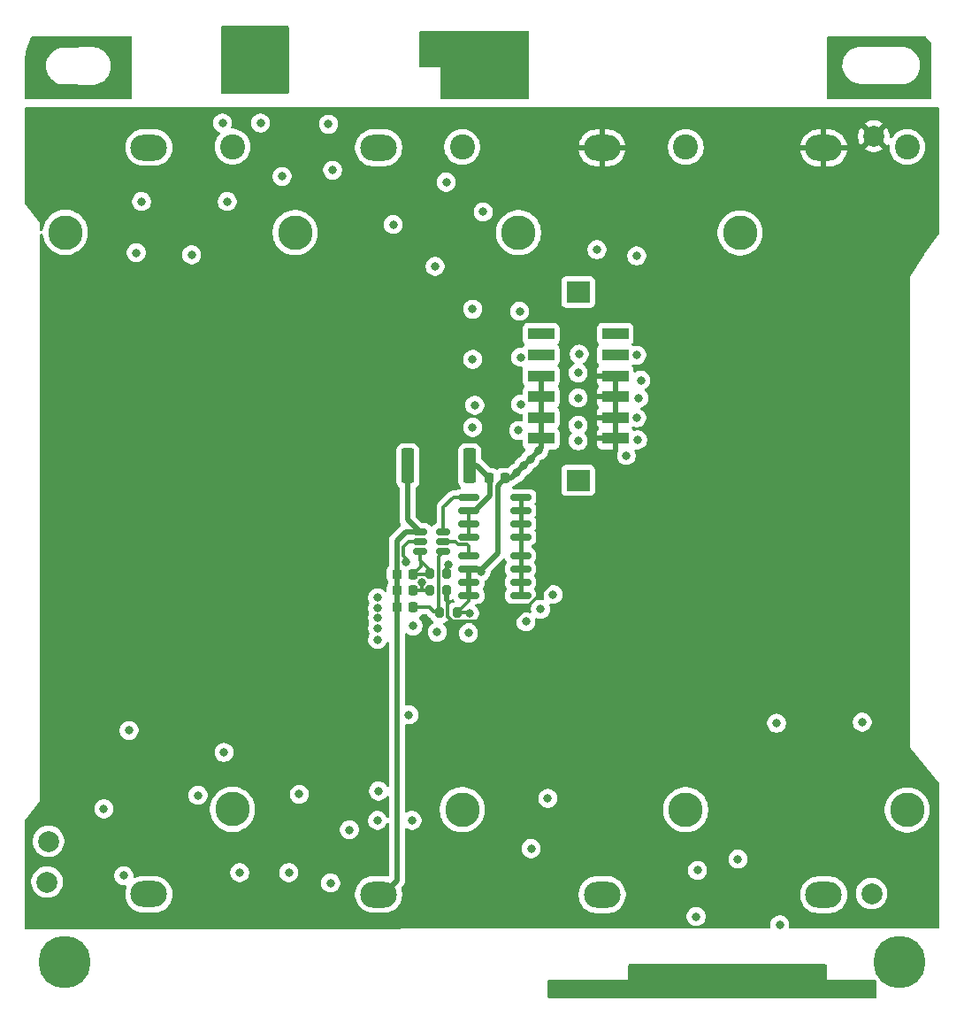
<source format=gbr>
%TF.GenerationSoftware,KiCad,Pcbnew,9.0.0*%
%TF.CreationDate,2025-05-14T15:36:39-07:00*%
%TF.ProjectId,battery_pack_v1a,62617474-6572-4795-9f70-61636b5f7631,rev?*%
%TF.SameCoordinates,Original*%
%TF.FileFunction,Copper,L4,Bot*%
%TF.FilePolarity,Positive*%
%FSLAX46Y46*%
G04 Gerber Fmt 4.6, Leading zero omitted, Abs format (unit mm)*
G04 Created by KiCad (PCBNEW 9.0.0) date 2025-05-14 15:36:39*
%MOMM*%
%LPD*%
G01*
G04 APERTURE LIST*
G04 Aperture macros list*
%AMRoundRect*
0 Rectangle with rounded corners*
0 $1 Rounding radius*
0 $2 $3 $4 $5 $6 $7 $8 $9 X,Y pos of 4 corners*
0 Add a 4 corners polygon primitive as box body*
4,1,4,$2,$3,$4,$5,$6,$7,$8,$9,$2,$3,0*
0 Add four circle primitives for the rounded corners*
1,1,$1+$1,$2,$3*
1,1,$1+$1,$4,$5*
1,1,$1+$1,$6,$7*
1,1,$1+$1,$8,$9*
0 Add four rect primitives between the rounded corners*
20,1,$1+$1,$2,$3,$4,$5,0*
20,1,$1+$1,$4,$5,$6,$7,0*
20,1,$1+$1,$6,$7,$8,$9,0*
20,1,$1+$1,$8,$9,$2,$3,0*%
G04 Aperture macros list end*
%TA.AperFunction,ComponentPad*%
%ADD10C,5.000000*%
%TD*%
%TA.AperFunction,ComponentPad*%
%ADD11C,3.300000*%
%TD*%
%TA.AperFunction,ComponentPad*%
%ADD12C,2.400000*%
%TD*%
%TA.AperFunction,ComponentPad*%
%ADD13O,3.500000X2.500000*%
%TD*%
%TA.AperFunction,ComponentPad*%
%ADD14C,2.000000*%
%TD*%
%TA.AperFunction,SMDPad,CuDef*%
%ADD15RoundRect,0.150000X-0.825000X-0.150000X0.825000X-0.150000X0.825000X0.150000X-0.825000X0.150000X0*%
%TD*%
%TA.AperFunction,SMDPad,CuDef*%
%ADD16RoundRect,0.200000X0.200000X0.275000X-0.200000X0.275000X-0.200000X-0.275000X0.200000X-0.275000X0*%
%TD*%
%TA.AperFunction,SMDPad,CuDef*%
%ADD17RoundRect,0.150000X0.512500X0.150000X-0.512500X0.150000X-0.512500X-0.150000X0.512500X-0.150000X0*%
%TD*%
%TA.AperFunction,SMDPad,CuDef*%
%ADD18RoundRect,0.250000X-0.362500X-1.425000X0.362500X-1.425000X0.362500X1.425000X-0.362500X1.425000X0*%
%TD*%
%TA.AperFunction,SMDPad,CuDef*%
%ADD19RoundRect,0.225000X-0.225000X-0.250000X0.225000X-0.250000X0.225000X0.250000X-0.225000X0.250000X0*%
%TD*%
%TA.AperFunction,SMDPad,CuDef*%
%ADD20RoundRect,0.200000X-0.200000X-0.275000X0.200000X-0.275000X0.200000X0.275000X-0.200000X0.275000X0*%
%TD*%
%TA.AperFunction,SMDPad,CuDef*%
%ADD21R,2.500000X1.100000*%
%TD*%
%TA.AperFunction,SMDPad,CuDef*%
%ADD22R,2.200000X2.000000*%
%TD*%
%TA.AperFunction,ViaPad*%
%ADD23C,0.800000*%
%TD*%
%TA.AperFunction,Conductor*%
%ADD24C,0.500000*%
%TD*%
%TA.AperFunction,Conductor*%
%ADD25C,0.300000*%
%TD*%
%TA.AperFunction,Conductor*%
%ADD26C,0.400000*%
%TD*%
G04 APERTURE END LIST*
D10*
%TO.P,,1*%
%TO.N,Chassis Ground*%
X194500000Y-131530000D03*
%TD*%
D11*
%TO.P,BT3,*%
%TO.N,*%
X130600000Y-116950000D03*
X114600000Y-61750000D03*
D12*
X130600000Y-53550000D03*
D13*
%TO.P,BT3,1,+*%
%TO.N,BM*%
X122600000Y-53630000D03*
%TO.P,BT3,2,-*%
%TO.N,B-*%
X122600000Y-125070000D03*
%TD*%
D14*
%TO.P,TP2,1,1*%
%TO.N,B-*%
X113000000Y-120000000D03*
%TD*%
%TO.P,TP5,1,1*%
%TO.N,PACK+*%
X192000000Y-52550000D03*
%TD*%
D11*
%TO.P,BT1,*%
%TO.N,*%
X152600000Y-116970000D03*
X136600000Y-61770000D03*
D12*
X152600000Y-53570000D03*
D13*
%TO.P,BT1,1,+*%
%TO.N,BM*%
X144600000Y-53650000D03*
%TO.P,BT1,2,-*%
%TO.N,B-*%
X144600000Y-125090000D03*
%TD*%
D11*
%TO.P,BT2,*%
%TO.N,*%
X174000000Y-116990000D03*
X158000000Y-61790000D03*
D12*
X174000000Y-53590000D03*
D13*
%TO.P,BT2,1,+*%
%TO.N,PACK+*%
X166000000Y-53670000D03*
%TO.P,BT2,2,-*%
%TO.N,BM*%
X166000000Y-125110000D03*
%TD*%
D10*
%TO.P,,1*%
%TO.N,Chassis Ground*%
X114500000Y-131530000D03*
%TD*%
D14*
%TO.P,TP4,1,1*%
%TO.N,PACK-*%
X112860000Y-123900000D03*
%TD*%
%TO.P,TP3,1,1*%
%TO.N,BM*%
X191800000Y-125000000D03*
%TD*%
D15*
%TO.P,Q2,1,S*%
%TO.N,PACK-*%
X153230098Y-96480999D03*
%TO.P,Q2,2,S*%
X153230098Y-95210999D03*
%TO.P,Q2,3,S*%
X153230098Y-93940999D03*
%TO.P,Q2,4,G*%
%TO.N,Net-(Q2-G)*%
X153230098Y-92670999D03*
%TO.P,Q2,5,D*%
%TO.N,Net-(Q1-D-Pad5)*%
X158180098Y-92670999D03*
%TO.P,Q2,6,D*%
X158180098Y-93940999D03*
%TO.P,Q2,7,D*%
X158180098Y-95210999D03*
%TO.P,Q2,8,D*%
X158180098Y-96480999D03*
%TD*%
D16*
%TO.P,R4,1*%
%TO.N,BM*%
X151130098Y-94426000D03*
%TO.P,R4,2*%
%TO.N,Net-(U1-VC)*%
X149480098Y-94426000D03*
%TD*%
D17*
%TO.P,U1,1,DOUT*%
%TO.N,Net-(Q1-G)*%
X150812599Y-90396001D03*
%TO.P,U1,2,COUT*%
%TO.N,Net-(Q2-G)*%
X150812599Y-91346000D03*
%TO.P,U1,3,V-*%
%TO.N,Net-(U1-V-)*%
X150812599Y-92295999D03*
%TO.P,U1,4,VC*%
%TO.N,Net-(U1-VC)*%
X148537599Y-92295999D03*
%TO.P,U1,5,VDD*%
%TO.N,/VDD*%
X148537599Y-91346000D03*
%TO.P,U1,6,VSS*%
%TO.N,B-*%
X148537599Y-90396001D03*
%TD*%
D18*
%TO.P,R1,1*%
%TO.N,B-*%
X147392597Y-84095999D03*
%TO.P,R1,2*%
%TO.N,Net-(C5-Pad1)*%
X153317597Y-84095999D03*
%TD*%
D19*
%TO.P,C7,1*%
%TO.N,B-*%
X146360098Y-97616000D03*
%TO.P,C7,2*%
%TO.N,Net-(U1-V-)*%
X147910098Y-97616000D03*
%TD*%
%TO.P,C8,1*%
%TO.N,B-*%
X146340097Y-94435999D03*
%TO.P,C8,2*%
%TO.N,Net-(U1-VC)*%
X147890097Y-94435999D03*
%TD*%
D20*
%TO.P,R3,1*%
%TO.N,Net-(U1-V-)*%
X150470098Y-98136000D03*
%TO.P,R3,2*%
%TO.N,PACK-*%
X152120098Y-98136000D03*
%TD*%
D19*
%TO.P,C9,1*%
%TO.N,B-*%
X146350099Y-95986000D03*
%TO.P,C9,2*%
%TO.N,/VDD*%
X147900099Y-95986000D03*
%TD*%
D15*
%TO.P,Q1,1,S*%
%TO.N,Net-(C5-Pad1)*%
X153240099Y-90921000D03*
%TO.P,Q1,2,S*%
X153240099Y-89651000D03*
%TO.P,Q1,3,S*%
X153240099Y-88381000D03*
%TO.P,Q1,4,G*%
%TO.N,Net-(Q1-G)*%
X153240099Y-87111000D03*
%TO.P,Q1,5,D*%
%TO.N,Net-(Q1-D-Pad5)*%
X158190099Y-87111000D03*
%TO.P,Q1,6,D*%
X158190099Y-88381000D03*
%TO.P,Q1,7,D*%
X158190099Y-89651000D03*
%TO.P,Q1,8,D*%
X158190099Y-90921000D03*
%TD*%
D21*
%TO.P,J1,1,Pin_1*%
%TO.N,PACK-*%
X160150506Y-81469670D03*
%TO.P,J1,2,Pin_2*%
%TO.N,PACK+*%
X167250506Y-81469670D03*
%TO.P,J1,3,Pin_3*%
%TO.N,PACK-*%
X160150506Y-79469670D03*
%TO.P,J1,4,Pin_4*%
%TO.N,PACK+*%
X167250506Y-79469670D03*
%TO.P,J1,5,Pin_5*%
%TO.N,PACK-*%
X160150506Y-77469670D03*
%TO.P,J1,6,Pin_6*%
%TO.N,PACK+*%
X167250506Y-77469670D03*
%TO.P,J1,7,Pin_7*%
%TO.N,PACK-*%
X160150506Y-75469670D03*
%TO.P,J1,8,Pin_8*%
%TO.N,PACK+*%
X167250506Y-75469670D03*
%TO.P,J1,9,Pin_9*%
%TO.N,unconnected-(J1-Pin_9-Pad9)*%
X160150506Y-73469670D03*
%TO.P,J1,10,Pin_10*%
%TO.N,unconnected-(J1-Pin_10-Pad10)*%
X167250506Y-73469670D03*
%TO.P,J1,11,Pin_11*%
%TO.N,unconnected-(J1-Pin_11-Pad11)*%
X160150506Y-71469670D03*
%TO.P,J1,12,Pin_12*%
%TO.N,unconnected-(J1-Pin_12-Pad12)*%
X167250506Y-71469670D03*
D22*
%TO.P,J1,13*%
%TO.N,N/C*%
X163700506Y-67469670D03*
%TO.P,J1,14*%
X163700506Y-85469670D03*
%TD*%
D16*
%TO.P,R5,1*%
%TO.N,PACK+*%
X151120097Y-95965999D03*
%TO.P,R5,2*%
%TO.N,/VDD*%
X149470097Y-95965999D03*
%TD*%
D19*
%TO.P,C5,1*%
%TO.N,Net-(C5-Pad1)*%
X155160097Y-85255999D03*
%TO.P,C5,2*%
%TO.N,PACK-*%
X156710097Y-85255999D03*
%TD*%
D11*
%TO.P,BT4,*%
%TO.N,*%
X195200000Y-117000000D03*
X179200000Y-61800000D03*
D12*
X195200000Y-53600000D03*
D13*
%TO.P,BT4,1,+*%
%TO.N,PACK+*%
X187200000Y-53680000D03*
%TO.P,BT4,2,-*%
%TO.N,BM*%
X187200000Y-125120000D03*
%TD*%
D23*
%TO.N,/VDD*%
X147190097Y-93301507D03*
X148705560Y-95268460D03*
%TO.N,PACK-*%
X121900000Y-58800000D03*
X182700000Y-108700000D03*
X139800000Y-51400000D03*
X163700000Y-77600000D03*
X169300000Y-64000000D03*
X144500000Y-99600000D03*
X158000000Y-80700000D03*
X158200000Y-78200000D03*
X169700000Y-75900000D03*
X179000000Y-121700000D03*
X144500000Y-100700000D03*
X146000000Y-61000000D03*
X129800000Y-111500000D03*
X183000000Y-128000000D03*
X163700000Y-75200000D03*
X163700000Y-80200000D03*
X147800000Y-118000000D03*
X147500000Y-107900000D03*
X161300000Y-96400000D03*
X168300000Y-83100000D03*
X137000000Y-115500000D03*
X153600000Y-69100000D03*
X118300000Y-116900000D03*
X126700000Y-63900000D03*
X141800000Y-118900000D03*
X165500000Y-63400000D03*
X157775506Y-84775506D03*
X175132930Y-122786059D03*
X158700000Y-99000000D03*
X159925506Y-82625506D03*
X153200000Y-100100000D03*
X169500000Y-77600000D03*
X150200000Y-100000000D03*
X190900000Y-108600000D03*
X130100000Y-58800000D03*
X121400000Y-63700000D03*
X151070035Y-56949400D03*
X140200000Y-55800000D03*
X160800000Y-115900000D03*
X131300000Y-123000000D03*
X154400000Y-94250000D03*
X169300000Y-79500000D03*
X136000000Y-123000000D03*
X135350000Y-56400000D03*
X153600000Y-73900000D03*
X154600000Y-59800000D03*
X175000000Y-127200000D03*
X159200000Y-120700000D03*
X153300000Y-98200000D03*
X144500000Y-118000000D03*
X153800000Y-78300000D03*
X120700000Y-109400000D03*
X147900000Y-99400000D03*
X160100000Y-97800000D03*
X169300000Y-73500000D03*
X129650000Y-51300000D03*
X120200000Y-123300000D03*
X158100000Y-69300000D03*
X127300000Y-115600000D03*
X133300000Y-51300000D03*
X153600000Y-80400000D03*
X144500000Y-98600000D03*
X150000000Y-65000000D03*
X169400000Y-81600000D03*
X144500000Y-96700000D03*
X144500000Y-97700000D03*
X163800000Y-73400000D03*
X158475506Y-84075506D03*
X159125506Y-83425506D03*
X158200000Y-73700000D03*
X144600000Y-115200000D03*
X140000000Y-124000000D03*
X163700000Y-81700000D03*
%TO.N,BM*%
X151250000Y-93500000D03*
%TD*%
D24*
%TO.N,PACK-*%
X154090999Y-93940999D02*
X153230098Y-93940999D01*
X154400000Y-94250000D02*
X154090999Y-93940999D01*
D25*
%TO.N,PACK+*%
X167250506Y-89098269D02*
X167250506Y-81469670D01*
X157674387Y-98674387D02*
X167250506Y-89098269D01*
%TO.N,/VDD*%
X146941097Y-91880839D02*
X147475936Y-91346000D01*
X146941097Y-92722175D02*
X146941097Y-91880839D01*
X147190097Y-92971175D02*
X146941097Y-92722175D01*
X147475936Y-91346000D02*
X148537599Y-91346000D01*
X147190097Y-93301507D02*
X147190097Y-92971175D01*
D24*
%TO.N,PACK-*%
X159125506Y-83425506D02*
X159925506Y-82625506D01*
X158475506Y-84075506D02*
X159125506Y-83425506D01*
X157775506Y-84775506D02*
X158475506Y-84075506D01*
X157295013Y-85255999D02*
X156710097Y-85255999D01*
X157775506Y-84775506D02*
X157295013Y-85255999D01*
D25*
%TO.N,Net-(C5-Pad1)*%
X153240099Y-89651000D02*
X153240099Y-88381000D01*
D24*
X153240099Y-88381000D02*
X153799199Y-88381000D01*
D25*
X153240099Y-90921000D02*
X153240099Y-89651000D01*
D24*
X155250000Y-85345902D02*
X155160097Y-85255999D01*
X153799199Y-88381000D02*
X155250000Y-86930199D01*
D25*
X153317597Y-84095999D02*
X154000097Y-84095999D01*
D24*
X155160097Y-85255999D02*
X154000097Y-84095999D01*
X155250000Y-86930199D02*
X155250000Y-85345902D01*
%TO.N,B-*%
X146360098Y-97616000D02*
X146360098Y-95995999D01*
X146360098Y-95995999D02*
X146350099Y-95986000D01*
X147392597Y-89250999D02*
X147392597Y-84095999D01*
X146340097Y-94435999D02*
X146340097Y-91231839D01*
X146360098Y-97616000D02*
X146360098Y-123749902D01*
X147175935Y-90396001D02*
X148537599Y-90396001D01*
X146360098Y-123749902D02*
X145000000Y-125110000D01*
X148537599Y-90396001D02*
X147392597Y-89250999D01*
X146340097Y-91231839D02*
X147175935Y-90396001D01*
X146350099Y-95986000D02*
X146350099Y-94446001D01*
X146350099Y-94446001D02*
X146340097Y-94435999D01*
D25*
%TO.N,Net-(U1-V-)*%
X150369097Y-98034999D02*
X150470098Y-98136000D01*
X149470098Y-97636000D02*
X147930098Y-97636000D01*
X147930098Y-97636000D02*
X147910098Y-97616000D01*
X149869097Y-98034999D02*
X150369097Y-98034999D01*
X149869097Y-98034999D02*
X149470098Y-97636000D01*
X150369097Y-92739501D02*
X150369097Y-98034999D01*
X150812599Y-92295999D02*
X150369097Y-92739501D01*
%TO.N,Net-(U1-VC)*%
X148537599Y-93079159D02*
X148640188Y-93181748D01*
X148537599Y-92295999D02*
X148537599Y-93079159D01*
X148640188Y-93181748D02*
X148640188Y-93685908D01*
X147890097Y-94435999D02*
X149470099Y-94435999D01*
X149480098Y-94021658D02*
X149480098Y-94426000D01*
X148640188Y-93685908D02*
X147890097Y-94435999D01*
X149470099Y-94435999D02*
X149480098Y-94426000D01*
X148537599Y-93079159D02*
X149480098Y-94021658D01*
%TO.N,/VDD*%
X147900099Y-95986000D02*
X148770429Y-95986000D01*
X148770429Y-95986000D02*
X149450096Y-95986000D01*
X148770429Y-95986000D02*
X148770429Y-95333329D01*
X148770429Y-95333329D02*
X148705560Y-95268460D01*
X149450096Y-95986000D02*
X149470097Y-95965999D01*
D24*
%TO.N,PACK-*%
X160150506Y-77469670D02*
X160150506Y-76000000D01*
X159925506Y-82625506D02*
X160150506Y-82400506D01*
X160150506Y-76000000D02*
X160150506Y-75469670D01*
D25*
X153236000Y-98136000D02*
X153300000Y-98200000D01*
X153230098Y-97026000D02*
X153230098Y-96480999D01*
D24*
X160150506Y-79469670D02*
X160150506Y-77469670D01*
X160150506Y-82400506D02*
X160150506Y-81469670D01*
D25*
X152120098Y-98136000D02*
X153230098Y-97026000D01*
D24*
X156000000Y-85966096D02*
X156710097Y-85255999D01*
X160150506Y-81469670D02*
X160150506Y-79469670D01*
X153230098Y-93940999D02*
X154459001Y-93940999D01*
X156000000Y-92400000D02*
X156000000Y-85966096D01*
X154459001Y-93940999D02*
X156000000Y-92400000D01*
D25*
X152120098Y-98136000D02*
X153236000Y-98136000D01*
D24*
X153230098Y-95210999D02*
X153230098Y-96480999D01*
X153230098Y-93940999D02*
X153230098Y-95210999D01*
D25*
%TO.N,BM*%
X151130098Y-93619902D02*
X151250000Y-93500000D01*
X151130098Y-94426000D02*
X151130098Y-93619902D01*
%TO.N,PACK+*%
X151221098Y-97127226D02*
X151221098Y-98496774D01*
X151686324Y-98962000D02*
X157386774Y-98962000D01*
X157386774Y-98962000D02*
X157674387Y-98674387D01*
X151221098Y-98496774D02*
X151686324Y-98962000D01*
X151000000Y-96086096D02*
X151000000Y-96906128D01*
X157598775Y-98750000D02*
X157674387Y-98674387D01*
X151120097Y-95965999D02*
X151000000Y-96086096D01*
X151000000Y-96906128D02*
X151221098Y-97127226D01*
%TO.N,Net-(Q1-G)*%
X151750000Y-87111000D02*
X153240099Y-87111000D01*
X150812599Y-88048401D02*
X151750000Y-87111000D01*
X150812599Y-90396001D02*
X150812599Y-88048401D01*
D26*
%TO.N,Net-(Q1-D-Pad5)*%
X158180098Y-96480999D02*
X158180098Y-95210999D01*
X158190099Y-89651000D02*
X158190099Y-88381000D01*
X158180098Y-95210999D02*
X158180098Y-93940999D01*
X158190099Y-90921000D02*
X158190099Y-89651000D01*
X158180098Y-93940999D02*
X158180098Y-92670999D01*
X158180098Y-92670999D02*
X158180098Y-90931001D01*
X158190099Y-88381000D02*
X158190099Y-87111000D01*
X158180098Y-90931001D02*
X158190099Y-90921000D01*
D25*
%TO.N,Net-(Q2-G)*%
X153230098Y-91730098D02*
X153072000Y-91572000D01*
X153072000Y-91572000D02*
X152203421Y-91572000D01*
X152203421Y-91572000D02*
X151977421Y-91346000D01*
X153230098Y-92670999D02*
X153230098Y-91730098D01*
X151977421Y-91346000D02*
X150812599Y-91346000D01*
%TD*%
%TA.AperFunction,Conductor*%
%TO.N,Chassis Ground*%
G36*
X197003197Y-43020002D02*
G01*
X197032024Y-43045520D01*
X197470950Y-43574269D01*
X197499069Y-43639456D01*
X197500000Y-43654745D01*
X197500000Y-48874000D01*
X197479998Y-48942121D01*
X197426342Y-48988614D01*
X197374000Y-49000000D01*
X187626000Y-49000000D01*
X187557879Y-48979998D01*
X187511386Y-48926342D01*
X187500000Y-48874000D01*
X187500000Y-45854374D01*
X188995959Y-45854374D01*
X188995959Y-45854386D01*
X189028799Y-46108798D01*
X189028800Y-46108803D01*
X189097870Y-46355857D01*
X189097875Y-46355872D01*
X189201733Y-46590420D01*
X189201735Y-46590424D01*
X189282215Y-46718480D01*
X189338241Y-46807626D01*
X189504548Y-47002949D01*
X189504553Y-47002953D01*
X189697203Y-47172339D01*
X189912205Y-47312276D01*
X189912207Y-47312277D01*
X190145092Y-47419858D01*
X190145094Y-47419858D01*
X190145095Y-47419859D01*
X190145098Y-47419860D01*
X190391019Y-47492845D01*
X190391021Y-47492846D01*
X190447438Y-47501041D01*
X190644891Y-47529727D01*
X190771129Y-47529819D01*
X190772524Y-47529829D01*
X194582028Y-47579304D01*
X194583275Y-47579821D01*
X194621857Y-47579821D01*
X194660437Y-47580323D01*
X194660437Y-47580322D01*
X194667992Y-47580421D01*
X194674973Y-47579778D01*
X194751932Y-47579781D01*
X195006861Y-47543133D01*
X195253979Y-47470578D01*
X195488256Y-47363592D01*
X195704922Y-47224354D01*
X195899567Y-47055697D01*
X196068228Y-46861056D01*
X196207472Y-46644393D01*
X196314463Y-46410119D01*
X196387024Y-46163002D01*
X196423678Y-45908075D01*
X196423678Y-45650525D01*
X196387024Y-45395598D01*
X196314463Y-45148481D01*
X196226877Y-44956697D01*
X196207476Y-44914215D01*
X196207472Y-44914207D01*
X196178246Y-44868732D01*
X196068228Y-44697544D01*
X196032205Y-44655972D01*
X195899568Y-44502903D01*
X195704923Y-44334247D01*
X195704922Y-44334246D01*
X195488256Y-44195008D01*
X195488246Y-44195003D01*
X195253985Y-44088024D01*
X195253980Y-44088022D01*
X195253979Y-44088022D01*
X195191402Y-44069649D01*
X195006860Y-44015466D01*
X194816013Y-43988031D01*
X194751932Y-43978819D01*
X194751930Y-43978819D01*
X194675377Y-43978819D01*
X194675377Y-43978820D01*
X194663017Y-43978820D01*
X194663002Y-43978814D01*
X194625014Y-43978820D01*
X194623160Y-43978821D01*
X194623156Y-43978822D01*
X194572203Y-43978822D01*
X194572097Y-43978832D01*
X190829630Y-43979612D01*
X190825701Y-43979552D01*
X190712707Y-43976049D01*
X190701291Y-43975696D01*
X190701290Y-43975696D01*
X190701289Y-43975696D01*
X190446386Y-44004500D01*
X190446372Y-44004503D01*
X190198259Y-44069649D01*
X190198258Y-44069649D01*
X189962085Y-44169782D01*
X189962083Y-44169783D01*
X189742734Y-44302837D01*
X189544806Y-44466025D01*
X189372388Y-44655968D01*
X189229064Y-44868723D01*
X189229056Y-44868738D01*
X189117803Y-45099879D01*
X189117802Y-45099880D01*
X189040926Y-45344626D01*
X189000028Y-45597877D01*
X188995959Y-45854374D01*
X187500000Y-45854374D01*
X187500000Y-43126000D01*
X187520002Y-43057879D01*
X187573658Y-43011386D01*
X187626000Y-43000000D01*
X196935076Y-43000000D01*
X197003197Y-43020002D01*
G37*
%TD.AperFunction*%
%TD*%
%TA.AperFunction,Conductor*%
%TO.N,Chassis Ground*%
G36*
X120942121Y-43020002D02*
G01*
X120988614Y-43073658D01*
X121000000Y-43126000D01*
X121000000Y-48874000D01*
X120979998Y-48942121D01*
X120926342Y-48988614D01*
X120874000Y-49000000D01*
X110826500Y-49000000D01*
X110758379Y-48979998D01*
X110711886Y-48926342D01*
X110700500Y-48874000D01*
X110700500Y-46037542D01*
X110701346Y-46035363D01*
X110700500Y-45997757D01*
X110700500Y-45992675D01*
X110700511Y-45990974D01*
X110701491Y-45918391D01*
X110703048Y-45803099D01*
X112773656Y-45803099D01*
X112782289Y-45958081D01*
X112787830Y-46057570D01*
X112787830Y-46057574D01*
X112787831Y-46057575D01*
X112838123Y-46307408D01*
X112838128Y-46307428D01*
X112919696Y-46536809D01*
X112923516Y-46547551D01*
X113042260Y-46773062D01*
X113142386Y-46911060D01*
X113191929Y-46979343D01*
X113191939Y-46979355D01*
X113369469Y-47162190D01*
X113369473Y-47162193D01*
X113369474Y-47162194D01*
X113571264Y-47317871D01*
X113793182Y-47443199D01*
X113793185Y-47443200D01*
X114030691Y-47535619D01*
X114087950Y-47548910D01*
X114278958Y-47593247D01*
X114374014Y-47601363D01*
X114381260Y-47604442D01*
X114413517Y-47604735D01*
X114445665Y-47607477D01*
X114445665Y-47607476D01*
X114445668Y-47607477D01*
X114458006Y-47606098D01*
X114458169Y-47607561D01*
X114473288Y-47605278D01*
X117132401Y-47629459D01*
X117133275Y-47629821D01*
X117172287Y-47629821D01*
X117211219Y-47630176D01*
X117211220Y-47630175D01*
X117220103Y-47630256D01*
X117225175Y-47629778D01*
X117301932Y-47629781D01*
X117556861Y-47593133D01*
X117803979Y-47520578D01*
X118038256Y-47413592D01*
X118254922Y-47274354D01*
X118449567Y-47105697D01*
X118618228Y-46911056D01*
X118757472Y-46694393D01*
X118864463Y-46460119D01*
X118937024Y-46213002D01*
X118973678Y-45958075D01*
X118973678Y-45700525D01*
X118937024Y-45445598D01*
X118864463Y-45198481D01*
X118757472Y-44964207D01*
X118618228Y-44747544D01*
X118532907Y-44649080D01*
X118449568Y-44552903D01*
X118254923Y-44384247D01*
X118254922Y-44384246D01*
X118038256Y-44245008D01*
X118038246Y-44245003D01*
X117803985Y-44138024D01*
X117803980Y-44138022D01*
X117803979Y-44138022D01*
X117741633Y-44119717D01*
X117556860Y-44065466D01*
X117366013Y-44038031D01*
X117301932Y-44028819D01*
X117301930Y-44028819D01*
X117224902Y-44028819D01*
X117224902Y-44028820D01*
X117212046Y-44028820D01*
X117211128Y-44028450D01*
X117172170Y-44028821D01*
X117171596Y-44028822D01*
X117171595Y-44028821D01*
X117171593Y-44028822D01*
X117124382Y-44028822D01*
X117119524Y-44029324D01*
X114521819Y-44054128D01*
X114521820Y-44054129D01*
X114506358Y-44054276D01*
X114502074Y-44052765D01*
X114466639Y-44054656D01*
X114463863Y-44054683D01*
X114431141Y-44054995D01*
X114431044Y-44055016D01*
X114412042Y-44057492D01*
X114334995Y-44061615D01*
X114085032Y-44111336D01*
X113844702Y-44196175D01*
X113844698Y-44196177D01*
X113618924Y-44314397D01*
X113618920Y-44314400D01*
X113412296Y-44463595D01*
X113412292Y-44463598D01*
X113229040Y-44640717D01*
X113229032Y-44640726D01*
X113072903Y-44842145D01*
X113072892Y-44842161D01*
X112947062Y-45063777D01*
X112947058Y-45063785D01*
X112854095Y-45301077D01*
X112854091Y-45301089D01*
X112795897Y-45549210D01*
X112795896Y-45549215D01*
X112773656Y-45803099D01*
X110703048Y-45803099D01*
X110706503Y-45547315D01*
X110706949Y-45538300D01*
X110744837Y-45096238D01*
X110745935Y-45087248D01*
X110749662Y-45063781D01*
X110815521Y-44649060D01*
X110817258Y-44640199D01*
X110918188Y-44208129D01*
X110920557Y-44199421D01*
X111052298Y-43775749D01*
X111055283Y-43767241D01*
X111217173Y-43354105D01*
X111220767Y-43345825D01*
X111351648Y-43071710D01*
X111399050Y-43018855D01*
X111465352Y-43000000D01*
X120874000Y-43000000D01*
X120942121Y-43020002D01*
G37*
%TD.AperFunction*%
%TD*%
%TA.AperFunction,Conductor*%
%TO.N,PACK+*%
G36*
X151316218Y-95986001D02*
G01*
X151362711Y-96039657D01*
X151374097Y-96091999D01*
X151374097Y-96948998D01*
X151377319Y-96948998D01*
X151448650Y-96942517D01*
X151612804Y-96891364D01*
X151637433Y-96876476D01*
X151646918Y-96873971D01*
X151654566Y-96867827D01*
X151680679Y-96865056D01*
X151706077Y-96858351D01*
X151715411Y-96861372D01*
X151725166Y-96860338D01*
X151748632Y-96872126D01*
X151773623Y-96880216D01*
X151781532Y-96888653D01*
X151788608Y-96892208D01*
X151811071Y-96920164D01*
X151846221Y-96979599D01*
X151863681Y-97048416D01*
X151841165Y-97115747D01*
X151785820Y-97160216D01*
X151775252Y-97164034D01*
X151627191Y-97210170D01*
X151627186Y-97210172D01*
X151479942Y-97299184D01*
X151479937Y-97299188D01*
X151384193Y-97394933D01*
X151321881Y-97428959D01*
X151251066Y-97423894D01*
X151206003Y-97394933D01*
X151110258Y-97299188D01*
X151110253Y-97299184D01*
X151088410Y-97285979D01*
X151084488Y-97281696D01*
X151079031Y-97279719D01*
X151060783Y-97255809D01*
X151040462Y-97233619D01*
X151038984Y-97227248D01*
X151035957Y-97223282D01*
X151034828Y-97209328D01*
X151027597Y-97178152D01*
X151027597Y-96091999D01*
X151047599Y-96023878D01*
X151101255Y-95977385D01*
X151153597Y-95965999D01*
X151248097Y-95965999D01*
X151316218Y-95986001D01*
G37*
%TD.AperFunction*%
%TA.AperFunction,Conductor*%
G36*
X198241621Y-49824602D02*
G01*
X198288114Y-49878258D01*
X198299500Y-49930600D01*
X198299500Y-61837863D01*
X198279498Y-61905984D01*
X198275284Y-61912133D01*
X196868071Y-63840650D01*
X196868070Y-63840651D01*
X196858239Y-63854122D01*
X196853627Y-63857291D01*
X196834867Y-63886150D01*
X196832846Y-63888921D01*
X196832841Y-63888930D01*
X196814524Y-63914034D01*
X196812784Y-63917788D01*
X196804116Y-63933459D01*
X195550557Y-65862011D01*
X195550558Y-65862012D01*
X195543355Y-65873094D01*
X195530024Y-65886426D01*
X195521827Y-65906213D01*
X195515505Y-65915940D01*
X195515505Y-65915941D01*
X195510157Y-65924169D01*
X195510156Y-65924171D01*
X195509127Y-65929711D01*
X195501660Y-65954902D01*
X195499500Y-65960115D01*
X195499500Y-65969929D01*
X195497380Y-65992943D01*
X195495587Y-66002589D01*
X195495587Y-66002591D01*
X195496756Y-66008097D01*
X195499500Y-66034248D01*
X195499500Y-110988893D01*
X195496322Y-111017497D01*
X195499500Y-111028464D01*
X195499500Y-111039882D01*
X195510512Y-111066469D01*
X195518522Y-111094109D01*
X195525651Y-111103021D01*
X195530022Y-111113572D01*
X195530023Y-111113573D01*
X195530024Y-111113574D01*
X195545443Y-111128993D01*
X195554730Y-111139369D01*
X198238694Y-114494324D01*
X198271889Y-114535817D01*
X198298825Y-114601506D01*
X198299500Y-114614529D01*
X198299500Y-128230273D01*
X198279498Y-128298394D01*
X198225842Y-128344887D01*
X198173642Y-128356273D01*
X184005924Y-128372263D01*
X183937781Y-128352338D01*
X183891228Y-128298735D01*
X183881044Y-128228472D01*
X183882199Y-128221702D01*
X183908500Y-128089479D01*
X183908500Y-127910521D01*
X183873587Y-127735000D01*
X183805102Y-127569664D01*
X183705678Y-127420865D01*
X183579135Y-127294322D01*
X183430336Y-127194898D01*
X183313429Y-127146473D01*
X183265003Y-127126414D01*
X183265001Y-127126413D01*
X183265000Y-127126413D01*
X183176645Y-127108838D01*
X183089481Y-127091500D01*
X183089479Y-127091500D01*
X182910521Y-127091500D01*
X182910518Y-127091500D01*
X182779771Y-127117507D01*
X182735000Y-127126413D01*
X182734999Y-127126413D01*
X182734996Y-127126414D01*
X182569662Y-127194899D01*
X182420869Y-127294319D01*
X182420862Y-127294324D01*
X182294324Y-127420862D01*
X182294319Y-127420869D01*
X182194899Y-127569662D01*
X182126414Y-127734996D01*
X182091500Y-127910518D01*
X182091500Y-128089484D01*
X182118248Y-128223952D01*
X182111920Y-128294666D01*
X182068366Y-128350733D01*
X182001413Y-128374352D01*
X181994811Y-128374533D01*
X110826642Y-128454858D01*
X110758499Y-128434933D01*
X110711946Y-128381330D01*
X110700500Y-128328858D01*
X110700500Y-127110518D01*
X174091500Y-127110518D01*
X174091500Y-127289481D01*
X174108838Y-127376645D01*
X174126413Y-127465000D01*
X174194898Y-127630336D01*
X174294322Y-127779135D01*
X174420865Y-127905678D01*
X174569664Y-128005102D01*
X174735000Y-128073587D01*
X174910521Y-128108500D01*
X174910522Y-128108500D01*
X175089478Y-128108500D01*
X175089479Y-128108500D01*
X175265000Y-128073587D01*
X175430336Y-128005102D01*
X175579135Y-127905678D01*
X175705678Y-127779135D01*
X175805102Y-127630336D01*
X175873587Y-127465000D01*
X175908500Y-127289479D01*
X175908500Y-127110521D01*
X175873587Y-126935000D01*
X175805102Y-126769664D01*
X175705678Y-126620865D01*
X175579135Y-126494322D01*
X175430336Y-126394898D01*
X175313429Y-126346473D01*
X175265003Y-126326414D01*
X175265001Y-126326413D01*
X175265000Y-126326413D01*
X175176645Y-126308838D01*
X175089481Y-126291500D01*
X175089479Y-126291500D01*
X174910521Y-126291500D01*
X174910518Y-126291500D01*
X174779771Y-126317507D01*
X174735000Y-126326413D01*
X174734999Y-126326413D01*
X174734996Y-126326414D01*
X174569662Y-126394899D01*
X174420869Y-126494319D01*
X174420862Y-126494324D01*
X174294324Y-126620862D01*
X174294319Y-126620869D01*
X174194899Y-126769662D01*
X174126414Y-126934996D01*
X174091500Y-127110518D01*
X110700500Y-127110518D01*
X110700500Y-123781278D01*
X111351500Y-123781278D01*
X111351500Y-124018722D01*
X111381696Y-124209373D01*
X111388645Y-124253246D01*
X111446186Y-124430337D01*
X111462018Y-124479063D01*
X111569815Y-124690627D01*
X111709380Y-124882722D01*
X111709382Y-124882724D01*
X111709384Y-124882727D01*
X111877272Y-125050615D01*
X111877275Y-125050617D01*
X111877278Y-125050620D01*
X112069373Y-125190185D01*
X112280937Y-125297982D01*
X112506759Y-125371356D01*
X112741278Y-125408500D01*
X112741281Y-125408500D01*
X112978719Y-125408500D01*
X112978722Y-125408500D01*
X113213241Y-125371356D01*
X113439063Y-125297982D01*
X113650627Y-125190185D01*
X113842722Y-125050620D01*
X114010620Y-124882722D01*
X114150185Y-124690627D01*
X114257982Y-124479063D01*
X114331356Y-124253241D01*
X114368500Y-124018722D01*
X114368500Y-123781278D01*
X114331356Y-123546759D01*
X114257982Y-123320937D01*
X114201721Y-123210518D01*
X119291500Y-123210518D01*
X119291500Y-123389481D01*
X119297742Y-123420862D01*
X119322783Y-123546753D01*
X119326414Y-123565003D01*
X119337249Y-123591161D01*
X119394898Y-123730336D01*
X119494322Y-123879135D01*
X119620865Y-124005678D01*
X119769664Y-124105102D01*
X119935000Y-124173587D01*
X120110521Y-124208500D01*
X120110522Y-124208500D01*
X120289478Y-124208500D01*
X120289479Y-124208500D01*
X120345961Y-124197265D01*
X120416675Y-124203593D01*
X120472743Y-124247147D01*
X120496362Y-124314099D01*
X120486952Y-124369060D01*
X120465463Y-124420941D01*
X120431251Y-124503536D01*
X120371587Y-124726205D01*
X120341500Y-124954739D01*
X120341500Y-125185260D01*
X120371587Y-125413794D01*
X120371588Y-125413800D01*
X120371589Y-125413802D01*
X120431251Y-125636464D01*
X120519465Y-125849433D01*
X120519466Y-125849434D01*
X120519471Y-125849444D01*
X120548333Y-125899434D01*
X120634724Y-126049066D01*
X120712645Y-126150615D01*
X120775053Y-126231947D01*
X120775062Y-126231957D01*
X120938042Y-126394937D01*
X120938052Y-126394946D01*
X120938053Y-126394947D01*
X121120934Y-126535276D01*
X121320567Y-126650535D01*
X121533536Y-126738749D01*
X121756198Y-126798411D01*
X121756204Y-126798411D01*
X121756205Y-126798412D01*
X121782425Y-126801863D01*
X121984742Y-126828500D01*
X121984749Y-126828500D01*
X123215251Y-126828500D01*
X123215258Y-126828500D01*
X123443802Y-126798411D01*
X123666464Y-126738749D01*
X123879433Y-126650535D01*
X124079066Y-126535276D01*
X124261947Y-126394947D01*
X124424947Y-126231947D01*
X124565276Y-126049066D01*
X124680535Y-125849433D01*
X124768749Y-125636464D01*
X124828411Y-125413802D01*
X124858500Y-125185258D01*
X124858500Y-124974739D01*
X142341500Y-124974739D01*
X142341500Y-125205260D01*
X142371587Y-125433794D01*
X142371588Y-125433800D01*
X142371589Y-125433802D01*
X142431251Y-125656464D01*
X142519465Y-125869433D01*
X142519466Y-125869434D01*
X142519471Y-125869444D01*
X142536786Y-125899434D01*
X142634724Y-126069066D01*
X142759707Y-126231947D01*
X142775053Y-126251947D01*
X142775062Y-126251957D01*
X142938042Y-126414937D01*
X142938052Y-126414946D01*
X142938053Y-126414947D01*
X143120934Y-126555276D01*
X143320567Y-126670535D01*
X143533536Y-126758749D01*
X143756198Y-126818411D01*
X143756204Y-126818411D01*
X143756205Y-126818412D01*
X143782425Y-126821863D01*
X143984742Y-126848500D01*
X143984749Y-126848500D01*
X145215251Y-126848500D01*
X145215258Y-126848500D01*
X145443802Y-126818411D01*
X145666464Y-126758749D01*
X145879433Y-126670535D01*
X146079066Y-126555276D01*
X146261947Y-126414947D01*
X146424947Y-126251947D01*
X146565276Y-126069066D01*
X146680535Y-125869433D01*
X146768749Y-125656464D01*
X146828411Y-125433802D01*
X146858500Y-125205258D01*
X146858500Y-124994739D01*
X163741500Y-124994739D01*
X163741500Y-125225260D01*
X163771587Y-125453794D01*
X163771588Y-125453800D01*
X163771589Y-125453802D01*
X163831251Y-125676464D01*
X163919465Y-125889433D01*
X163919466Y-125889434D01*
X163919471Y-125889444D01*
X164011627Y-126049061D01*
X164034724Y-126089066D01*
X164081954Y-126150617D01*
X164175053Y-126271947D01*
X164175062Y-126271957D01*
X164338042Y-126434937D01*
X164338052Y-126434946D01*
X164338053Y-126434947D01*
X164520934Y-126575276D01*
X164720567Y-126690535D01*
X164933536Y-126778749D01*
X165156198Y-126838411D01*
X165156204Y-126838411D01*
X165156205Y-126838412D01*
X165182425Y-126841863D01*
X165384742Y-126868500D01*
X165384749Y-126868500D01*
X166615251Y-126868500D01*
X166615258Y-126868500D01*
X166843802Y-126838411D01*
X167066464Y-126778749D01*
X167279433Y-126690535D01*
X167479066Y-126575276D01*
X167661947Y-126434947D01*
X167824947Y-126271947D01*
X167965276Y-126089066D01*
X168080535Y-125889433D01*
X168168749Y-125676464D01*
X168228411Y-125453802D01*
X168258500Y-125225258D01*
X168258500Y-125004739D01*
X184941500Y-125004739D01*
X184941500Y-125235260D01*
X184971587Y-125463794D01*
X184971588Y-125463800D01*
X184971589Y-125463802D01*
X185031251Y-125686464D01*
X185119465Y-125899433D01*
X185119466Y-125899434D01*
X185119471Y-125899444D01*
X185228950Y-126089066D01*
X185234724Y-126099066D01*
X185352033Y-126251947D01*
X185375053Y-126281947D01*
X185375062Y-126281957D01*
X185538042Y-126444937D01*
X185538052Y-126444946D01*
X185538053Y-126444947D01*
X185720934Y-126585276D01*
X185920567Y-126700535D01*
X186133536Y-126788749D01*
X186356198Y-126848411D01*
X186356204Y-126848411D01*
X186356205Y-126848412D01*
X186382425Y-126851863D01*
X186584742Y-126878500D01*
X186584749Y-126878500D01*
X187815251Y-126878500D01*
X187815258Y-126878500D01*
X188043802Y-126848411D01*
X188266464Y-126788749D01*
X188479433Y-126700535D01*
X188679066Y-126585276D01*
X188861947Y-126444947D01*
X189024947Y-126281947D01*
X189165276Y-126099066D01*
X189280535Y-125899433D01*
X189368749Y-125686464D01*
X189428411Y-125463802D01*
X189458500Y-125235258D01*
X189458500Y-125004742D01*
X189442435Y-124882722D01*
X189442245Y-124881278D01*
X190291500Y-124881278D01*
X190291500Y-125118722D01*
X190309958Y-125235260D01*
X190328645Y-125353246D01*
X190364567Y-125463802D01*
X190402018Y-125579063D01*
X190509815Y-125790627D01*
X190649380Y-125982722D01*
X190649382Y-125982724D01*
X190649384Y-125982727D01*
X190817272Y-126150615D01*
X190817275Y-126150617D01*
X190817278Y-126150620D01*
X191009373Y-126290185D01*
X191220937Y-126397982D01*
X191446759Y-126471356D01*
X191681278Y-126508500D01*
X191681281Y-126508500D01*
X191918719Y-126508500D01*
X191918722Y-126508500D01*
X192153241Y-126471356D01*
X192379063Y-126397982D01*
X192590627Y-126290185D01*
X192782722Y-126150620D01*
X192950620Y-125982722D01*
X193090185Y-125790627D01*
X193197982Y-125579063D01*
X193271356Y-125353241D01*
X193308500Y-125118722D01*
X193308500Y-124881278D01*
X193271356Y-124646759D01*
X193197982Y-124420937D01*
X193090185Y-124209373D01*
X192950620Y-124017278D01*
X192950617Y-124017275D01*
X192950615Y-124017272D01*
X192782727Y-123849384D01*
X192782724Y-123849382D01*
X192782722Y-123849380D01*
X192590627Y-123709815D01*
X192379063Y-123602018D01*
X192379060Y-123602017D01*
X192379058Y-123602016D01*
X192153246Y-123528645D01*
X192153242Y-123528644D01*
X192153241Y-123528644D01*
X191918722Y-123491500D01*
X191681278Y-123491500D01*
X191446759Y-123528644D01*
X191446753Y-123528645D01*
X191220941Y-123602016D01*
X191220935Y-123602019D01*
X191009369Y-123709817D01*
X190817275Y-123849382D01*
X190817272Y-123849384D01*
X190649384Y-124017272D01*
X190649382Y-124017275D01*
X190509817Y-124209369D01*
X190402019Y-124420935D01*
X190402016Y-124420941D01*
X190328645Y-124646753D01*
X190328644Y-124646758D01*
X190328644Y-124646759D01*
X190291500Y-124881278D01*
X189442245Y-124881278D01*
X189428412Y-124776205D01*
X189428411Y-124776204D01*
X189428411Y-124776198D01*
X189368749Y-124553536D01*
X189280535Y-124340567D01*
X189165276Y-124140934D01*
X189024947Y-123958053D01*
X189024946Y-123958052D01*
X189024937Y-123958042D01*
X188861957Y-123795062D01*
X188861947Y-123795053D01*
X188783684Y-123735000D01*
X188679066Y-123654724D01*
X188661746Y-123644724D01*
X188479444Y-123539471D01*
X188479439Y-123539468D01*
X188479433Y-123539465D01*
X188266464Y-123451251D01*
X188043802Y-123391589D01*
X188043800Y-123391588D01*
X188043794Y-123391587D01*
X187815260Y-123361500D01*
X187815258Y-123361500D01*
X186584742Y-123361500D01*
X186584739Y-123361500D01*
X186356205Y-123391587D01*
X186133536Y-123451251D01*
X185944710Y-123529465D01*
X185920565Y-123539466D01*
X185920555Y-123539471D01*
X185720938Y-123654721D01*
X185538052Y-123795053D01*
X185538042Y-123795062D01*
X185375062Y-123958042D01*
X185375053Y-123958052D01*
X185234721Y-124140938D01*
X185119471Y-124340555D01*
X185119466Y-124340565D01*
X185119465Y-124340567D01*
X185062098Y-124479064D01*
X185031251Y-124553536D01*
X184971587Y-124776205D01*
X184941500Y-125004739D01*
X168258500Y-125004739D01*
X168258500Y-124994742D01*
X168231863Y-124792425D01*
X168228412Y-124766205D01*
X168228411Y-124766204D01*
X168228411Y-124766198D01*
X168168749Y-124543536D01*
X168080535Y-124330567D01*
X167965276Y-124130934D01*
X167824947Y-123948053D01*
X167824946Y-123948052D01*
X167824937Y-123948042D01*
X167661957Y-123785062D01*
X167661947Y-123785053D01*
X167635882Y-123765053D01*
X167479066Y-123644724D01*
X167479061Y-123644721D01*
X167279444Y-123529471D01*
X167279439Y-123529468D01*
X167279433Y-123529465D01*
X167066464Y-123441251D01*
X166843802Y-123381589D01*
X166843800Y-123381588D01*
X166843794Y-123381587D01*
X166615260Y-123351500D01*
X166615258Y-123351500D01*
X165384742Y-123351500D01*
X165384739Y-123351500D01*
X165156205Y-123381587D01*
X165118885Y-123391587D01*
X164933536Y-123441251D01*
X164768850Y-123509466D01*
X164720565Y-123529466D01*
X164720555Y-123529471D01*
X164520938Y-123644721D01*
X164338052Y-123785053D01*
X164338042Y-123785062D01*
X164175062Y-123948042D01*
X164175053Y-123948052D01*
X164034721Y-124130938D01*
X163919471Y-124330555D01*
X163919466Y-124330565D01*
X163919465Y-124330567D01*
X163857956Y-124479063D01*
X163831251Y-124543536D01*
X163771587Y-124766205D01*
X163741500Y-124994739D01*
X146858500Y-124994739D01*
X146858500Y-124974742D01*
X146828411Y-124746198D01*
X146768749Y-124523536D01*
X146768746Y-124523528D01*
X146767424Y-124519632D01*
X146768382Y-124519306D01*
X146761273Y-124453238D01*
X146793046Y-124389748D01*
X146796143Y-124386537D01*
X146949264Y-124233417D01*
X147032272Y-124109187D01*
X147089449Y-123971149D01*
X147118598Y-123824607D01*
X147118598Y-123675197D01*
X147118598Y-122696577D01*
X174224430Y-122696577D01*
X174224430Y-122875540D01*
X174239748Y-122952547D01*
X174259343Y-123051059D01*
X174327828Y-123216395D01*
X174427252Y-123365194D01*
X174553795Y-123491737D01*
X174702594Y-123591161D01*
X174867930Y-123659646D01*
X175043451Y-123694559D01*
X175043452Y-123694559D01*
X175222408Y-123694559D01*
X175222409Y-123694559D01*
X175397930Y-123659646D01*
X175563266Y-123591161D01*
X175712065Y-123491737D01*
X175838608Y-123365194D01*
X175938032Y-123216395D01*
X176006517Y-123051059D01*
X176041430Y-122875538D01*
X176041430Y-122696580D01*
X176006517Y-122521059D01*
X175938032Y-122355723D01*
X175838608Y-122206924D01*
X175712065Y-122080381D01*
X175563266Y-121980957D01*
X175446359Y-121932532D01*
X175397933Y-121912473D01*
X175397931Y-121912472D01*
X175397930Y-121912472D01*
X175309575Y-121894897D01*
X175222411Y-121877559D01*
X175222409Y-121877559D01*
X175043451Y-121877559D01*
X175043448Y-121877559D01*
X174912701Y-121903566D01*
X174867930Y-121912472D01*
X174867929Y-121912472D01*
X174867926Y-121912473D01*
X174702592Y-121980958D01*
X174553799Y-122080378D01*
X174553792Y-122080383D01*
X174427254Y-122206921D01*
X174427249Y-122206928D01*
X174327829Y-122355721D01*
X174259344Y-122521055D01*
X174224430Y-122696577D01*
X147118598Y-122696577D01*
X147118598Y-121610518D01*
X178091500Y-121610518D01*
X178091500Y-121789481D01*
X178126414Y-121965003D01*
X178133023Y-121980958D01*
X178194898Y-122130336D01*
X178294322Y-122279135D01*
X178420865Y-122405678D01*
X178569664Y-122505102D01*
X178735000Y-122573587D01*
X178910521Y-122608500D01*
X178910522Y-122608500D01*
X179089478Y-122608500D01*
X179089479Y-122608500D01*
X179265000Y-122573587D01*
X179430336Y-122505102D01*
X179579135Y-122405678D01*
X179705678Y-122279135D01*
X179805102Y-122130336D01*
X179873587Y-121965000D01*
X179908500Y-121789479D01*
X179908500Y-121610521D01*
X179873587Y-121435000D01*
X179805102Y-121269664D01*
X179705678Y-121120865D01*
X179579135Y-120994322D01*
X179430336Y-120894898D01*
X179313429Y-120846473D01*
X179265003Y-120826414D01*
X179265001Y-120826413D01*
X179265000Y-120826413D01*
X179176645Y-120808838D01*
X179089481Y-120791500D01*
X179089479Y-120791500D01*
X178910521Y-120791500D01*
X178910518Y-120791500D01*
X178779771Y-120817507D01*
X178735000Y-120826413D01*
X178734999Y-120826413D01*
X178734996Y-120826414D01*
X178569662Y-120894899D01*
X178420869Y-120994319D01*
X178420862Y-120994324D01*
X178294324Y-121120862D01*
X178294319Y-121120869D01*
X178194899Y-121269662D01*
X178126414Y-121434996D01*
X178091500Y-121610518D01*
X147118598Y-121610518D01*
X147118598Y-120610518D01*
X158291500Y-120610518D01*
X158291500Y-120789481D01*
X158326414Y-120965003D01*
X158346473Y-121013429D01*
X158394898Y-121130336D01*
X158494322Y-121279135D01*
X158620865Y-121405678D01*
X158769664Y-121505102D01*
X158935000Y-121573587D01*
X159110521Y-121608500D01*
X159110522Y-121608500D01*
X159289478Y-121608500D01*
X159289479Y-121608500D01*
X159465000Y-121573587D01*
X159630336Y-121505102D01*
X159779135Y-121405678D01*
X159905678Y-121279135D01*
X160005102Y-121130336D01*
X160073587Y-120965000D01*
X160108500Y-120789479D01*
X160108500Y-120610521D01*
X160073587Y-120435000D01*
X160005102Y-120269664D01*
X159905678Y-120120865D01*
X159779135Y-119994322D01*
X159630336Y-119894898D01*
X159513429Y-119846473D01*
X159465003Y-119826414D01*
X159465001Y-119826413D01*
X159465000Y-119826413D01*
X159376645Y-119808838D01*
X159289481Y-119791500D01*
X159289479Y-119791500D01*
X159110521Y-119791500D01*
X159110518Y-119791500D01*
X158979771Y-119817507D01*
X158935000Y-119826413D01*
X158934999Y-119826413D01*
X158934996Y-119826414D01*
X158769662Y-119894899D01*
X158620869Y-119994319D01*
X158620862Y-119994324D01*
X158494324Y-120120862D01*
X158494319Y-120120869D01*
X158394899Y-120269662D01*
X158326414Y-120434996D01*
X158291500Y-120610518D01*
X147118598Y-120610518D01*
X147118598Y-118873074D01*
X147138600Y-118804953D01*
X147192256Y-118758460D01*
X147262530Y-118748356D01*
X147314598Y-118768308D01*
X147369664Y-118805102D01*
X147535000Y-118873587D01*
X147710521Y-118908500D01*
X147710522Y-118908500D01*
X147889478Y-118908500D01*
X147889479Y-118908500D01*
X148065000Y-118873587D01*
X148230336Y-118805102D01*
X148379135Y-118705678D01*
X148505678Y-118579135D01*
X148605102Y-118430336D01*
X148673587Y-118265000D01*
X148708500Y-118089479D01*
X148708500Y-117910521D01*
X148673587Y-117735000D01*
X148605102Y-117569664D01*
X148505678Y-117420865D01*
X148379135Y-117294322D01*
X148230336Y-117194898D01*
X148077223Y-117131476D01*
X148065003Y-117126414D01*
X148065001Y-117126413D01*
X148065000Y-117126413D01*
X147976645Y-117108838D01*
X147889481Y-117091500D01*
X147889479Y-117091500D01*
X147710521Y-117091500D01*
X147710518Y-117091500D01*
X147579771Y-117117507D01*
X147535000Y-117126413D01*
X147534999Y-117126413D01*
X147534996Y-117126414D01*
X147369663Y-117194898D01*
X147314599Y-117231691D01*
X147246846Y-117252905D01*
X147178379Y-117234121D01*
X147130936Y-117181304D01*
X147118598Y-117126925D01*
X147118598Y-116828521D01*
X150441500Y-116828521D01*
X150441500Y-117111478D01*
X150478431Y-117391998D01*
X150478432Y-117392004D01*
X150478433Y-117392006D01*
X150551666Y-117665316D01*
X150659947Y-117926728D01*
X150659948Y-117926729D01*
X150659953Y-117926740D01*
X150801424Y-118171776D01*
X150973667Y-118396245D01*
X150973686Y-118396266D01*
X151173733Y-118596313D01*
X151173743Y-118596322D01*
X151173749Y-118596328D01*
X151173752Y-118596330D01*
X151173754Y-118596332D01*
X151398223Y-118768575D01*
X151643259Y-118910046D01*
X151643263Y-118910047D01*
X151643272Y-118910053D01*
X151904684Y-119018334D01*
X152177994Y-119091567D01*
X152178000Y-119091567D01*
X152178001Y-119091568D01*
X152210187Y-119095805D01*
X152458524Y-119128500D01*
X152458531Y-119128500D01*
X152741469Y-119128500D01*
X152741476Y-119128500D01*
X153022006Y-119091567D01*
X153295316Y-119018334D01*
X153556728Y-118910053D01*
X153801771Y-118768578D01*
X153801771Y-118768577D01*
X153801776Y-118768575D01*
X153932137Y-118668544D01*
X154026251Y-118596328D01*
X154226328Y-118396251D01*
X154306646Y-118291579D01*
X154398575Y-118171776D01*
X154482500Y-118026414D01*
X154540053Y-117926728D01*
X154648334Y-117665316D01*
X154721567Y-117392006D01*
X154758500Y-117111476D01*
X154758500Y-116848521D01*
X171841500Y-116848521D01*
X171841500Y-117131478D01*
X171878431Y-117411998D01*
X171878432Y-117412004D01*
X171878433Y-117412006D01*
X171951666Y-117685316D01*
X172059947Y-117946728D01*
X172059948Y-117946729D01*
X172059953Y-117946740D01*
X172201424Y-118191776D01*
X172373667Y-118416245D01*
X172373686Y-118416266D01*
X172573733Y-118616313D01*
X172573743Y-118616322D01*
X172573749Y-118616328D01*
X172573752Y-118616330D01*
X172573754Y-118616332D01*
X172798223Y-118788575D01*
X173043259Y-118930046D01*
X173043263Y-118930047D01*
X173043272Y-118930053D01*
X173304684Y-119038334D01*
X173577994Y-119111567D01*
X173578000Y-119111567D01*
X173578001Y-119111568D01*
X173610187Y-119115805D01*
X173858524Y-119148500D01*
X173858531Y-119148500D01*
X174141469Y-119148500D01*
X174141476Y-119148500D01*
X174422006Y-119111567D01*
X174695316Y-119038334D01*
X174956728Y-118930053D01*
X175201771Y-118788578D01*
X175201771Y-118788577D01*
X175201776Y-118788575D01*
X175401922Y-118634996D01*
X175426251Y-118616328D01*
X175626328Y-118416251D01*
X175715716Y-118299759D01*
X175798575Y-118191776D01*
X175923890Y-117974724D01*
X175940053Y-117946728D01*
X176048334Y-117685316D01*
X176121567Y-117412006D01*
X176158500Y-117131476D01*
X176158500Y-116858521D01*
X193041500Y-116858521D01*
X193041500Y-117141478D01*
X193078431Y-117421998D01*
X193078432Y-117422004D01*
X193078433Y-117422006D01*
X193151666Y-117695316D01*
X193259947Y-117956728D01*
X193259948Y-117956729D01*
X193259953Y-117956740D01*
X193401424Y-118201776D01*
X193573667Y-118426245D01*
X193573686Y-118426266D01*
X193773733Y-118626313D01*
X193773743Y-118626322D01*
X193773749Y-118626328D01*
X193773752Y-118626330D01*
X193773754Y-118626332D01*
X193998223Y-118798575D01*
X194243259Y-118940046D01*
X194243263Y-118940047D01*
X194243272Y-118940053D01*
X194504684Y-119048334D01*
X194777994Y-119121567D01*
X194778000Y-119121567D01*
X194778001Y-119121568D01*
X194810187Y-119125805D01*
X195058524Y-119158500D01*
X195058531Y-119158500D01*
X195341469Y-119158500D01*
X195341476Y-119158500D01*
X195622006Y-119121567D01*
X195895316Y-119048334D01*
X196156728Y-118940053D01*
X196401771Y-118798578D01*
X196401771Y-118798577D01*
X196401776Y-118798575D01*
X196614949Y-118635000D01*
X196626251Y-118626328D01*
X196826328Y-118426251D01*
X196929666Y-118291579D01*
X196998575Y-118201776D01*
X197002878Y-118194324D01*
X197140053Y-117956728D01*
X197248334Y-117695316D01*
X197321567Y-117422006D01*
X197358500Y-117141476D01*
X197358500Y-116858524D01*
X197321567Y-116577994D01*
X197248334Y-116304684D01*
X197140053Y-116043272D01*
X197140047Y-116043263D01*
X197140046Y-116043259D01*
X196998575Y-115798223D01*
X196826332Y-115573754D01*
X196826330Y-115573752D01*
X196826328Y-115573749D01*
X196826322Y-115573743D01*
X196826313Y-115573733D01*
X196626266Y-115373686D01*
X196626245Y-115373667D01*
X196401776Y-115201424D01*
X196156740Y-115059953D01*
X196156732Y-115059949D01*
X196156728Y-115059947D01*
X195895316Y-114951666D01*
X195622006Y-114878433D01*
X195622004Y-114878432D01*
X195621998Y-114878431D01*
X195341478Y-114841500D01*
X195341476Y-114841500D01*
X195058524Y-114841500D01*
X195058521Y-114841500D01*
X194778001Y-114878431D01*
X194542005Y-114941666D01*
X194504684Y-114951666D01*
X194324228Y-115026414D01*
X194243270Y-115059948D01*
X194243259Y-115059953D01*
X193998223Y-115201424D01*
X193773754Y-115373667D01*
X193773733Y-115373686D01*
X193573686Y-115573733D01*
X193573667Y-115573754D01*
X193401424Y-115798223D01*
X193259953Y-116043259D01*
X193259948Y-116043270D01*
X193259947Y-116043272D01*
X193203670Y-116179135D01*
X193151666Y-116304684D01*
X193078431Y-116578001D01*
X193041500Y-116858521D01*
X176158500Y-116858521D01*
X176158500Y-116848524D01*
X176125805Y-116600187D01*
X176121568Y-116568001D01*
X176121567Y-116568000D01*
X176121567Y-116567994D01*
X176048334Y-116294684D01*
X175940053Y-116033272D01*
X175940047Y-116033263D01*
X175940046Y-116033259D01*
X175798575Y-115788223D01*
X175626332Y-115563754D01*
X175626330Y-115563752D01*
X175626328Y-115563749D01*
X175626322Y-115563743D01*
X175626313Y-115563733D01*
X175426266Y-115363686D01*
X175426245Y-115363667D01*
X175201776Y-115191424D01*
X174956740Y-115049953D01*
X174956732Y-115049949D01*
X174956728Y-115049947D01*
X174695316Y-114941666D01*
X174422006Y-114868433D01*
X174422004Y-114868432D01*
X174421998Y-114868431D01*
X174141478Y-114831500D01*
X174141476Y-114831500D01*
X173858524Y-114831500D01*
X173858521Y-114831500D01*
X173578001Y-114868431D01*
X173382300Y-114920869D01*
X173304684Y-114941666D01*
X173100086Y-115026414D01*
X173043270Y-115049948D01*
X173043259Y-115049953D01*
X172798223Y-115191424D01*
X172573754Y-115363667D01*
X172573733Y-115363686D01*
X172373686Y-115563733D01*
X172373667Y-115563754D01*
X172201424Y-115788223D01*
X172059953Y-116033259D01*
X172059948Y-116033270D01*
X171951666Y-116294684D01*
X171878431Y-116568001D01*
X171841500Y-116848521D01*
X154758500Y-116848521D01*
X154758500Y-116828524D01*
X154721567Y-116547994D01*
X154648334Y-116274684D01*
X154540053Y-116013272D01*
X154540047Y-116013263D01*
X154540046Y-116013259D01*
X154455795Y-115867331D01*
X154422994Y-115810518D01*
X159891500Y-115810518D01*
X159891500Y-115989481D01*
X159902200Y-116043272D01*
X159921214Y-116138865D01*
X159926414Y-116165003D01*
X159943263Y-116205680D01*
X159994898Y-116330336D01*
X160094322Y-116479135D01*
X160220865Y-116605678D01*
X160369664Y-116705102D01*
X160535000Y-116773587D01*
X160710521Y-116808500D01*
X160710522Y-116808500D01*
X160889478Y-116808500D01*
X160889479Y-116808500D01*
X161065000Y-116773587D01*
X161230336Y-116705102D01*
X161379135Y-116605678D01*
X161505678Y-116479135D01*
X161605102Y-116330336D01*
X161673587Y-116165000D01*
X161708500Y-115989479D01*
X161708500Y-115810521D01*
X161673587Y-115635000D01*
X161605102Y-115469664D01*
X161505678Y-115320865D01*
X161379135Y-115194322D01*
X161230336Y-115094898D01*
X161113429Y-115046473D01*
X161065003Y-115026414D01*
X161065001Y-115026413D01*
X161065000Y-115026413D01*
X160976645Y-115008838D01*
X160889481Y-114991500D01*
X160889479Y-114991500D01*
X160710521Y-114991500D01*
X160710518Y-114991500D01*
X160579771Y-115017507D01*
X160535000Y-115026413D01*
X160534999Y-115026413D01*
X160534996Y-115026414D01*
X160369662Y-115094899D01*
X160220869Y-115194319D01*
X160220862Y-115194324D01*
X160094324Y-115320862D01*
X160094319Y-115320869D01*
X159994899Y-115469662D01*
X159926414Y-115634996D01*
X159891500Y-115810518D01*
X154422994Y-115810518D01*
X154398575Y-115768223D01*
X154226332Y-115543754D01*
X154226330Y-115543752D01*
X154226328Y-115543749D01*
X154226322Y-115543743D01*
X154226313Y-115543733D01*
X154026266Y-115343686D01*
X154026245Y-115343667D01*
X153801776Y-115171424D01*
X153556740Y-115029953D01*
X153556732Y-115029949D01*
X153556728Y-115029947D01*
X153295316Y-114921666D01*
X153022006Y-114848433D01*
X153022004Y-114848432D01*
X153021998Y-114848431D01*
X152741478Y-114811500D01*
X152741476Y-114811500D01*
X152458524Y-114811500D01*
X152458521Y-114811500D01*
X152178001Y-114848431D01*
X152006733Y-114894322D01*
X151904684Y-114921666D01*
X151651802Y-115026414D01*
X151643270Y-115029948D01*
X151643259Y-115029953D01*
X151398223Y-115171424D01*
X151173754Y-115343667D01*
X151173733Y-115343686D01*
X150973686Y-115543733D01*
X150973667Y-115543754D01*
X150801424Y-115768223D01*
X150659953Y-116013259D01*
X150659948Y-116013270D01*
X150659947Y-116013272D01*
X150584953Y-116194322D01*
X150551666Y-116274684D01*
X150478431Y-116548001D01*
X150441500Y-116828521D01*
X147118598Y-116828521D01*
X147118598Y-108903964D01*
X147138600Y-108835843D01*
X147192256Y-108789350D01*
X147262530Y-108779246D01*
X147269152Y-108780380D01*
X147410521Y-108808500D01*
X147410522Y-108808500D01*
X147589478Y-108808500D01*
X147589479Y-108808500D01*
X147765000Y-108773587D01*
X147930336Y-108705102D01*
X148071891Y-108610518D01*
X181791500Y-108610518D01*
X181791500Y-108789481D01*
X181808838Y-108876645D01*
X181826413Y-108965000D01*
X181894898Y-109130336D01*
X181994322Y-109279135D01*
X182120865Y-109405678D01*
X182269664Y-109505102D01*
X182435000Y-109573587D01*
X182610521Y-109608500D01*
X182610522Y-109608500D01*
X182789478Y-109608500D01*
X182789479Y-109608500D01*
X182965000Y-109573587D01*
X183130336Y-109505102D01*
X183279135Y-109405678D01*
X183405678Y-109279135D01*
X183505102Y-109130336D01*
X183573587Y-108965000D01*
X183608500Y-108789479D01*
X183608500Y-108610521D01*
X183588608Y-108510518D01*
X189991500Y-108510518D01*
X189991500Y-108689481D01*
X189998639Y-108725371D01*
X190026413Y-108865000D01*
X190094898Y-109030336D01*
X190194322Y-109179135D01*
X190320865Y-109305678D01*
X190469664Y-109405102D01*
X190635000Y-109473587D01*
X190810521Y-109508500D01*
X190810522Y-109508500D01*
X190989478Y-109508500D01*
X190989479Y-109508500D01*
X191165000Y-109473587D01*
X191330336Y-109405102D01*
X191479135Y-109305678D01*
X191605678Y-109179135D01*
X191705102Y-109030336D01*
X191773587Y-108865000D01*
X191808500Y-108689479D01*
X191808500Y-108510521D01*
X191773587Y-108335000D01*
X191705102Y-108169664D01*
X191605678Y-108020865D01*
X191479135Y-107894322D01*
X191330336Y-107794898D01*
X191213429Y-107746473D01*
X191165003Y-107726414D01*
X191165001Y-107726413D01*
X191165000Y-107726413D01*
X191076645Y-107708838D01*
X190989481Y-107691500D01*
X190989479Y-107691500D01*
X190810521Y-107691500D01*
X190810518Y-107691500D01*
X190679771Y-107717507D01*
X190635000Y-107726413D01*
X190634999Y-107726413D01*
X190634996Y-107726414D01*
X190503902Y-107780716D01*
X190477868Y-107791500D01*
X190469662Y-107794899D01*
X190320869Y-107894319D01*
X190320862Y-107894324D01*
X190194324Y-108020862D01*
X190194319Y-108020869D01*
X190094899Y-108169662D01*
X190026414Y-108334996D01*
X189991500Y-108510518D01*
X183588608Y-108510518D01*
X183573587Y-108435000D01*
X183505102Y-108269664D01*
X183405678Y-108120865D01*
X183279135Y-107994322D01*
X183130336Y-107894898D01*
X183013429Y-107846473D01*
X182965003Y-107826414D01*
X182965001Y-107826413D01*
X182965000Y-107826413D01*
X182876645Y-107808838D01*
X182789481Y-107791500D01*
X182789479Y-107791500D01*
X182610521Y-107791500D01*
X182610518Y-107791500D01*
X182479771Y-107817507D01*
X182435000Y-107826413D01*
X182434999Y-107826413D01*
X182434996Y-107826414D01*
X182269662Y-107894899D01*
X182120869Y-107994319D01*
X182120862Y-107994324D01*
X181994324Y-108120862D01*
X181994319Y-108120869D01*
X181894899Y-108269662D01*
X181826414Y-108434996D01*
X181791500Y-108610518D01*
X148071891Y-108610518D01*
X148079135Y-108605678D01*
X148205678Y-108479135D01*
X148305102Y-108330336D01*
X148373587Y-108165000D01*
X148408500Y-107989479D01*
X148408500Y-107810521D01*
X148373587Y-107635000D01*
X148305102Y-107469664D01*
X148205678Y-107320865D01*
X148079135Y-107194322D01*
X147930336Y-107094898D01*
X147813429Y-107046473D01*
X147765003Y-107026414D01*
X147765001Y-107026413D01*
X147765000Y-107026413D01*
X147676645Y-107008838D01*
X147589481Y-106991500D01*
X147589479Y-106991500D01*
X147410521Y-106991500D01*
X147410515Y-106991500D01*
X147269179Y-107019614D01*
X147198465Y-107013286D01*
X147142398Y-106969731D01*
X147118779Y-106902779D01*
X147118598Y-106896035D01*
X147118598Y-100206086D01*
X147138600Y-100137965D01*
X147192256Y-100091472D01*
X147262530Y-100081368D01*
X147314390Y-100104225D01*
X147315718Y-100102239D01*
X147320865Y-100105678D01*
X147469664Y-100205102D01*
X147635000Y-100273587D01*
X147810521Y-100308500D01*
X147810522Y-100308500D01*
X147989478Y-100308500D01*
X147989479Y-100308500D01*
X148165000Y-100273587D01*
X148330336Y-100205102D01*
X148479135Y-100105678D01*
X148605678Y-99979135D01*
X148705102Y-99830336D01*
X148773587Y-99665000D01*
X148808500Y-99489479D01*
X148808500Y-99310521D01*
X148773587Y-99135000D01*
X148705102Y-98969664D01*
X148605678Y-98820865D01*
X148481276Y-98696463D01*
X148447250Y-98634151D01*
X148452315Y-98563336D01*
X148494862Y-98506500D01*
X148504204Y-98500140D01*
X148593138Y-98445285D01*
X148707019Y-98331403D01*
X148769329Y-98297380D01*
X148796113Y-98294500D01*
X149145148Y-98294500D01*
X149213269Y-98314502D01*
X149234238Y-98331400D01*
X149449328Y-98546490D01*
X149528664Y-98599500D01*
X149557180Y-98618554D01*
X149558273Y-98619006D01*
X149564156Y-98622883D01*
X149583501Y-98645730D01*
X149604866Y-98666710D01*
X149608567Y-98675333D01*
X149610034Y-98677065D01*
X149610355Y-98679497D01*
X149615124Y-98690607D01*
X149616949Y-98696463D01*
X149619271Y-98703912D01*
X149619271Y-98703913D01*
X149708282Y-98851155D01*
X149708286Y-98851160D01*
X149835332Y-98978206D01*
X149833094Y-98980443D01*
X149866002Y-99026483D01*
X149869504Y-99097393D01*
X149834114Y-99158940D01*
X149795224Y-99184310D01*
X149769666Y-99194896D01*
X149769664Y-99194897D01*
X149620869Y-99294319D01*
X149620862Y-99294324D01*
X149494324Y-99420862D01*
X149494319Y-99420869D01*
X149394899Y-99569662D01*
X149326414Y-99734996D01*
X149291500Y-99910518D01*
X149291500Y-100089481D01*
X149300640Y-100135431D01*
X149326413Y-100265000D01*
X149394898Y-100430336D01*
X149494322Y-100579135D01*
X149620865Y-100705678D01*
X149769664Y-100805102D01*
X149935000Y-100873587D01*
X150110521Y-100908500D01*
X150110522Y-100908500D01*
X150289478Y-100908500D01*
X150289479Y-100908500D01*
X150465000Y-100873587D01*
X150630336Y-100805102D01*
X150779135Y-100705678D01*
X150905678Y-100579135D01*
X151005102Y-100430336D01*
X151073587Y-100265000D01*
X151108500Y-100089479D01*
X151108500Y-99910521D01*
X151073587Y-99735000D01*
X151005102Y-99569664D01*
X150905678Y-99420865D01*
X150792942Y-99308129D01*
X150758916Y-99245817D01*
X150763981Y-99175002D01*
X150806528Y-99118166D01*
X150844550Y-99098740D01*
X150963011Y-99061827D01*
X151110253Y-98972816D01*
X151148875Y-98934194D01*
X151206003Y-98877067D01*
X151268315Y-98843041D01*
X151339130Y-98848106D01*
X151384193Y-98877067D01*
X151479937Y-98972811D01*
X151479942Y-98972815D01*
X151479943Y-98972816D01*
X151627185Y-99061827D01*
X151627189Y-99061828D01*
X151627191Y-99061829D01*
X151642294Y-99066535D01*
X151791449Y-99113013D01*
X151862833Y-99119500D01*
X152377362Y-99119499D01*
X152448747Y-99113013D01*
X152613011Y-99061827D01*
X152723760Y-98994876D01*
X152734020Y-98992167D01*
X152742379Y-98985625D01*
X152767762Y-98983259D01*
X152792404Y-98976753D01*
X152804375Y-98979846D01*
X152813069Y-98979036D01*
X152832954Y-98987230D01*
X152846933Y-98990842D01*
X152853130Y-98994054D01*
X152869664Y-99005102D01*
X152893432Y-99014947D01*
X152898212Y-99017425D01*
X152920105Y-99038395D01*
X152943721Y-99057425D01*
X152945475Y-99062695D01*
X152949484Y-99066535D01*
X152956563Y-99096008D01*
X152966143Y-99124788D01*
X152964769Y-99130170D01*
X152966066Y-99135568D01*
X152956085Y-99164195D01*
X152948586Y-99193580D01*
X152944521Y-99197363D01*
X152942694Y-99202607D01*
X152918816Y-99221297D01*
X152896625Y-99241959D01*
X152888443Y-99245696D01*
X152769665Y-99294897D01*
X152769664Y-99294897D01*
X152620869Y-99394319D01*
X152620862Y-99394324D01*
X152494324Y-99520862D01*
X152494319Y-99520869D01*
X152455391Y-99579130D01*
X152394898Y-99669664D01*
X152380716Y-99703902D01*
X152326414Y-99834996D01*
X152291500Y-100010518D01*
X152291500Y-100189481D01*
X152307449Y-100269660D01*
X152323831Y-100352021D01*
X152326414Y-100365003D01*
X152337933Y-100392811D01*
X152394898Y-100530336D01*
X152494322Y-100679135D01*
X152620865Y-100805678D01*
X152769664Y-100905102D01*
X152935000Y-100973587D01*
X153110521Y-101008500D01*
X153110522Y-101008500D01*
X153289478Y-101008500D01*
X153289479Y-101008500D01*
X153465000Y-100973587D01*
X153630336Y-100905102D01*
X153779135Y-100805678D01*
X153905678Y-100679135D01*
X154005102Y-100530336D01*
X154073587Y-100365000D01*
X154108500Y-100189479D01*
X154108500Y-100010521D01*
X154073587Y-99835000D01*
X154005102Y-99669664D01*
X153905678Y-99520865D01*
X153779135Y-99394322D01*
X153630336Y-99294898D01*
X153611557Y-99287119D01*
X153556277Y-99242572D01*
X153533856Y-99175208D01*
X153551414Y-99106417D01*
X153603376Y-99058039D01*
X153611550Y-99054305D01*
X153730336Y-99005102D01*
X153879135Y-98905678D01*
X154005678Y-98779135D01*
X154105102Y-98630336D01*
X154173587Y-98465000D01*
X154208500Y-98289479D01*
X154208500Y-98110521D01*
X154173587Y-97935000D01*
X154105102Y-97769664D01*
X154005678Y-97620865D01*
X153889407Y-97504594D01*
X153855381Y-97442282D01*
X153860446Y-97371467D01*
X153902993Y-97314631D01*
X153969513Y-97289820D01*
X153978502Y-97289499D01*
X154121609Y-97289499D01*
X154121609Y-97289498D01*
X154158929Y-97286561D01*
X154318699Y-97240144D01*
X154318701Y-97240142D01*
X154318703Y-97240142D01*
X154423521Y-97178152D01*
X154461905Y-97155452D01*
X154579551Y-97037806D01*
X154645429Y-96926413D01*
X154664241Y-96894604D01*
X154664241Y-96894602D01*
X154664243Y-96894600D01*
X154710660Y-96734830D01*
X154713597Y-96697510D01*
X154713598Y-96697510D01*
X154713598Y-96264488D01*
X154713597Y-96264487D01*
X154710660Y-96227170D01*
X154710660Y-96227169D01*
X154683883Y-96135000D01*
X154664243Y-96067398D01*
X154664241Y-96067396D01*
X154664241Y-96067393D01*
X154579554Y-95924197D01*
X154579553Y-95924196D01*
X154579551Y-95924192D01*
X154579547Y-95924188D01*
X154578806Y-95923232D01*
X154578454Y-95922336D01*
X154575516Y-95917368D01*
X154576317Y-95916894D01*
X154552854Y-95857149D01*
X154566750Y-95787525D01*
X154578806Y-95768766D01*
X154579543Y-95767813D01*
X154579551Y-95767806D01*
X154664243Y-95624600D01*
X154710660Y-95464830D01*
X154713597Y-95427510D01*
X154713598Y-95427510D01*
X154713598Y-95187646D01*
X154733600Y-95119525D01*
X154787256Y-95073032D01*
X154791328Y-95071259D01*
X154830336Y-95055102D01*
X154979135Y-94955678D01*
X155105678Y-94829135D01*
X155205102Y-94680336D01*
X155273587Y-94515000D01*
X155308500Y-94339479D01*
X155308500Y-94216371D01*
X155328502Y-94148250D01*
X155345405Y-94127276D01*
X155842698Y-93629983D01*
X156514738Y-92957942D01*
X156577048Y-92923919D01*
X156647863Y-92928983D01*
X156704699Y-92971530D01*
X156724828Y-93011886D01*
X156745954Y-93084604D01*
X156830641Y-93227801D01*
X156831396Y-93228774D01*
X156831750Y-93229675D01*
X156834680Y-93234630D01*
X156833880Y-93235102D01*
X156857342Y-93294860D01*
X156843440Y-93364482D01*
X156831396Y-93383224D01*
X156830641Y-93384196D01*
X156745954Y-93527393D01*
X156699535Y-93687169D01*
X156699535Y-93687170D01*
X156696598Y-93724487D01*
X156696598Y-94157510D01*
X156699535Y-94194827D01*
X156699535Y-94194828D01*
X156745954Y-94354604D01*
X156830641Y-94497801D01*
X156831396Y-94498774D01*
X156831750Y-94499675D01*
X156834680Y-94504630D01*
X156833880Y-94505102D01*
X156857342Y-94564860D01*
X156843440Y-94634482D01*
X156831396Y-94653224D01*
X156830641Y-94654196D01*
X156745954Y-94797393D01*
X156699535Y-94957169D01*
X156699535Y-94957170D01*
X156696598Y-94994487D01*
X156696598Y-95427510D01*
X156699535Y-95464827D01*
X156699535Y-95464828D01*
X156745954Y-95624604D01*
X156830641Y-95767801D01*
X156831396Y-95768774D01*
X156831750Y-95769675D01*
X156834680Y-95774630D01*
X156833880Y-95775102D01*
X156857342Y-95834860D01*
X156843440Y-95904482D01*
X156831396Y-95923224D01*
X156830641Y-95924196D01*
X156745954Y-96067393D01*
X156699535Y-96227169D01*
X156699535Y-96227170D01*
X156696598Y-96264487D01*
X156696598Y-96697510D01*
X156699535Y-96734827D01*
X156699535Y-96734828D01*
X156745954Y-96894604D01*
X156830642Y-97037802D01*
X156830647Y-97037809D01*
X156948287Y-97155449D01*
X156948294Y-97155454D01*
X157091492Y-97240142D01*
X157091495Y-97240142D01*
X157091497Y-97240144D01*
X157251267Y-97286561D01*
X157288586Y-97289498D01*
X157288587Y-97289499D01*
X157288596Y-97289499D01*
X159071609Y-97289499D01*
X159071609Y-97289498D01*
X159108929Y-97286561D01*
X159108934Y-97286559D01*
X159115264Y-97285404D01*
X159115556Y-97287003D01*
X159178477Y-97287176D01*
X159238097Y-97325723D01*
X159267413Y-97390385D01*
X159259056Y-97456192D01*
X159226414Y-97534994D01*
X159191500Y-97710518D01*
X159191500Y-97889484D01*
X159217209Y-98018731D01*
X159210881Y-98089445D01*
X159167326Y-98145512D01*
X159100374Y-98169131D01*
X159045411Y-98159720D01*
X158965007Y-98126415D01*
X158965002Y-98126414D01*
X158965000Y-98126413D01*
X158841166Y-98101781D01*
X158789481Y-98091500D01*
X158789479Y-98091500D01*
X158610521Y-98091500D01*
X158610518Y-98091500D01*
X158479771Y-98117507D01*
X158435000Y-98126413D01*
X158434999Y-98126413D01*
X158434996Y-98126414D01*
X158269662Y-98194899D01*
X158120869Y-98294319D01*
X158120862Y-98294324D01*
X157994324Y-98420862D01*
X157994319Y-98420869D01*
X157894899Y-98569662D01*
X157826414Y-98734996D01*
X157826413Y-98734999D01*
X157826413Y-98735000D01*
X157817635Y-98779130D01*
X157791500Y-98910518D01*
X157791500Y-99089481D01*
X157806348Y-99164126D01*
X157823831Y-99252021D01*
X157826414Y-99265003D01*
X157838797Y-99294897D01*
X157894898Y-99430336D01*
X157994322Y-99579135D01*
X158120865Y-99705678D01*
X158269664Y-99805102D01*
X158435000Y-99873587D01*
X158610521Y-99908500D01*
X158610522Y-99908500D01*
X158789478Y-99908500D01*
X158789479Y-99908500D01*
X158965000Y-99873587D01*
X159130336Y-99805102D01*
X159279135Y-99705678D01*
X159405678Y-99579135D01*
X159505102Y-99430336D01*
X159573587Y-99265000D01*
X159608500Y-99089479D01*
X159608500Y-98910521D01*
X159582790Y-98781267D01*
X159589118Y-98710555D01*
X159632672Y-98654487D01*
X159699625Y-98630868D01*
X159754587Y-98640278D01*
X159767748Y-98645730D01*
X159834994Y-98673585D01*
X159834996Y-98673585D01*
X159835000Y-98673587D01*
X160010521Y-98708500D01*
X160010522Y-98708500D01*
X160189478Y-98708500D01*
X160189479Y-98708500D01*
X160365000Y-98673587D01*
X160530336Y-98605102D01*
X160679135Y-98505678D01*
X160805678Y-98379135D01*
X160905102Y-98230336D01*
X160973587Y-98065000D01*
X161008500Y-97889479D01*
X161008500Y-97710521D01*
X160973587Y-97535000D01*
X160969595Y-97525363D01*
X160940279Y-97454589D01*
X160932689Y-97383999D01*
X160964467Y-97320512D01*
X161025525Y-97284283D01*
X161081267Y-97282790D01*
X161210521Y-97308500D01*
X161210522Y-97308500D01*
X161389478Y-97308500D01*
X161389479Y-97308500D01*
X161565000Y-97273587D01*
X161730336Y-97205102D01*
X161879135Y-97105678D01*
X162005678Y-96979135D01*
X162105102Y-96830336D01*
X162173587Y-96665000D01*
X162208500Y-96489479D01*
X162208500Y-96310521D01*
X162173587Y-96135000D01*
X162105102Y-95969664D01*
X162005678Y-95820865D01*
X161879135Y-95694322D01*
X161730336Y-95594898D01*
X161613429Y-95546473D01*
X161565003Y-95526414D01*
X161565001Y-95526413D01*
X161565000Y-95526413D01*
X161476645Y-95508838D01*
X161389481Y-95491500D01*
X161389479Y-95491500D01*
X161210521Y-95491500D01*
X161210518Y-95491500D01*
X161079771Y-95517507D01*
X161035000Y-95526413D01*
X161034999Y-95526413D01*
X161034996Y-95526414D01*
X160903902Y-95580716D01*
X160889543Y-95586664D01*
X160869662Y-95594899D01*
X160720869Y-95694319D01*
X160720862Y-95694324D01*
X160594324Y-95820862D01*
X160594319Y-95820869D01*
X160525279Y-95924196D01*
X160494898Y-95969664D01*
X160484684Y-95994322D01*
X160426414Y-96134996D01*
X160391500Y-96310518D01*
X160391500Y-96489481D01*
X160405314Y-96558930D01*
X160426413Y-96665000D01*
X160426414Y-96665002D01*
X160426415Y-96665007D01*
X160459720Y-96745411D01*
X160467310Y-96816001D01*
X160435531Y-96879488D01*
X160374474Y-96915716D01*
X160318731Y-96917209D01*
X160189484Y-96891500D01*
X160189479Y-96891500D01*
X160010521Y-96891500D01*
X160010518Y-96891500D01*
X159834993Y-96926414D01*
X159815950Y-96934302D01*
X159745360Y-96941888D01*
X159681875Y-96910106D01*
X159645650Y-96849047D01*
X159646740Y-96782740D01*
X159660660Y-96734830D01*
X159663597Y-96697510D01*
X159663598Y-96697510D01*
X159663598Y-96264488D01*
X159663597Y-96264487D01*
X159660660Y-96227170D01*
X159660660Y-96227169D01*
X159633883Y-96135000D01*
X159614243Y-96067398D01*
X159614241Y-96067396D01*
X159614241Y-96067393D01*
X159529554Y-95924197D01*
X159529553Y-95924196D01*
X159529551Y-95924192D01*
X159529547Y-95924188D01*
X159528806Y-95923232D01*
X159528454Y-95922336D01*
X159525516Y-95917368D01*
X159526317Y-95916894D01*
X159502854Y-95857149D01*
X159516750Y-95787525D01*
X159528806Y-95768766D01*
X159529543Y-95767813D01*
X159529551Y-95767806D01*
X159614243Y-95624600D01*
X159660660Y-95464830D01*
X159663597Y-95427510D01*
X159663598Y-95427510D01*
X159663598Y-94994488D01*
X159663597Y-94994487D01*
X159660660Y-94957170D01*
X159660660Y-94957169D01*
X159660660Y-94957168D01*
X159614243Y-94797398D01*
X159614241Y-94797396D01*
X159614241Y-94797393D01*
X159529554Y-94654197D01*
X159529553Y-94654196D01*
X159529551Y-94654192D01*
X159529547Y-94654188D01*
X159528806Y-94653232D01*
X159528454Y-94652336D01*
X159525516Y-94647368D01*
X159526317Y-94646894D01*
X159502854Y-94587149D01*
X159516750Y-94517525D01*
X159528806Y-94498766D01*
X159529543Y-94497813D01*
X159529551Y-94497806D01*
X159614243Y-94354600D01*
X159660660Y-94194830D01*
X159663597Y-94157510D01*
X159663598Y-94157510D01*
X159663598Y-93724488D01*
X159663597Y-93724487D01*
X159660660Y-93687170D01*
X159660660Y-93687169D01*
X159644046Y-93629983D01*
X159614243Y-93527398D01*
X159614241Y-93527396D01*
X159614241Y-93527393D01*
X159529554Y-93384197D01*
X159529553Y-93384196D01*
X159529551Y-93384192D01*
X159529547Y-93384188D01*
X159528806Y-93383232D01*
X159528454Y-93382336D01*
X159525516Y-93377368D01*
X159526317Y-93376894D01*
X159502854Y-93317149D01*
X159516750Y-93247525D01*
X159528806Y-93228766D01*
X159529543Y-93227813D01*
X159529551Y-93227806D01*
X159614243Y-93084600D01*
X159660660Y-92924830D01*
X159663597Y-92887510D01*
X159663598Y-92887510D01*
X159663598Y-92454488D01*
X159663597Y-92454487D01*
X159663248Y-92450058D01*
X159660660Y-92417168D01*
X159614243Y-92257398D01*
X159614241Y-92257394D01*
X159614241Y-92257393D01*
X159529553Y-92114195D01*
X159529548Y-92114188D01*
X159411908Y-91996548D01*
X159411901Y-91996543D01*
X159261876Y-91907818D01*
X159263239Y-91905512D01*
X159218625Y-91868394D01*
X159197262Y-91800687D01*
X159215896Y-91732180D01*
X159268609Y-91684621D01*
X159273204Y-91682523D01*
X159278691Y-91680147D01*
X159278700Y-91680145D01*
X159421906Y-91595453D01*
X159539552Y-91477807D01*
X159624244Y-91334601D01*
X159670661Y-91174831D01*
X159673598Y-91137511D01*
X159673599Y-91137511D01*
X159673599Y-90704489D01*
X159673598Y-90704488D01*
X159670661Y-90667171D01*
X159670661Y-90667170D01*
X159670661Y-90667169D01*
X159624244Y-90507399D01*
X159624242Y-90507397D01*
X159624242Y-90507394D01*
X159539555Y-90364198D01*
X159539554Y-90364197D01*
X159539552Y-90364193D01*
X159539548Y-90364189D01*
X159538807Y-90363233D01*
X159538455Y-90362337D01*
X159535517Y-90357369D01*
X159536318Y-90356895D01*
X159512855Y-90297150D01*
X159526751Y-90227526D01*
X159538807Y-90208767D01*
X159539544Y-90207814D01*
X159539552Y-90207807D01*
X159624244Y-90064601D01*
X159670661Y-89904831D01*
X159673598Y-89867511D01*
X159673599Y-89867511D01*
X159673599Y-89434489D01*
X159673598Y-89434488D01*
X159670661Y-89397171D01*
X159670661Y-89397170D01*
X159649899Y-89325706D01*
X159624244Y-89237399D01*
X159624242Y-89237397D01*
X159624242Y-89237394D01*
X159539555Y-89094198D01*
X159539554Y-89094197D01*
X159539552Y-89094193D01*
X159539548Y-89094189D01*
X159538807Y-89093233D01*
X159538455Y-89092337D01*
X159535517Y-89087369D01*
X159536318Y-89086895D01*
X159512855Y-89027150D01*
X159526751Y-88957526D01*
X159538807Y-88938767D01*
X159539544Y-88937814D01*
X159539552Y-88937807D01*
X159624244Y-88794601D01*
X159670661Y-88634831D01*
X159673598Y-88597511D01*
X159673599Y-88597511D01*
X159673599Y-88164489D01*
X159673598Y-88164488D01*
X159670661Y-88127171D01*
X159670661Y-88127170D01*
X159670661Y-88127169D01*
X159624244Y-87967399D01*
X159624242Y-87967397D01*
X159624242Y-87967394D01*
X159539555Y-87824198D01*
X159539554Y-87824197D01*
X159539552Y-87824193D01*
X159539548Y-87824189D01*
X159538807Y-87823233D01*
X159538455Y-87822337D01*
X159535517Y-87817369D01*
X159536318Y-87816895D01*
X159512855Y-87757150D01*
X159526751Y-87687526D01*
X159538807Y-87668767D01*
X159539544Y-87667814D01*
X159539552Y-87667807D01*
X159624244Y-87524601D01*
X159670661Y-87364831D01*
X159673598Y-87327511D01*
X159673599Y-87327511D01*
X159673599Y-86894489D01*
X159673598Y-86894488D01*
X159670661Y-86857171D01*
X159670661Y-86857170D01*
X159629611Y-86715874D01*
X159624244Y-86697399D01*
X159624242Y-86697397D01*
X159624242Y-86697394D01*
X159539554Y-86554196D01*
X159539549Y-86554189D01*
X159421909Y-86436549D01*
X159421902Y-86436544D01*
X159278704Y-86351856D01*
X159118928Y-86305437D01*
X159081610Y-86302500D01*
X159081601Y-86302500D01*
X157480112Y-86302500D01*
X157458522Y-86296160D01*
X157436081Y-86294556D01*
X157425124Y-86286354D01*
X157411991Y-86282498D01*
X157397255Y-86265492D01*
X157379245Y-86252010D01*
X157374461Y-86239186D01*
X157365498Y-86228842D01*
X157362295Y-86206570D01*
X157354433Y-86185491D01*
X157357342Y-86172117D01*
X157355394Y-86158568D01*
X157364741Y-86138099D01*
X157369524Y-86116116D01*
X157383010Y-86098099D01*
X157384888Y-86093988D01*
X157391015Y-86087406D01*
X157393137Y-86085284D01*
X157460656Y-86017764D01*
X157510589Y-85987837D01*
X157510541Y-85987719D01*
X157511338Y-85987388D01*
X157513185Y-85986282D01*
X157516245Y-85985352D01*
X157516260Y-85985350D01*
X157654297Y-85928173D01*
X157778528Y-85845165D01*
X157931209Y-85692482D01*
X157993519Y-85658459D01*
X157995631Y-85658018D01*
X158040506Y-85649093D01*
X158205842Y-85580608D01*
X158354641Y-85481184D01*
X158481184Y-85354641D01*
X158580608Y-85205842D01*
X158649093Y-85040506D01*
X158649095Y-85040494D01*
X158650812Y-85034833D01*
X158689719Y-84975446D01*
X158734833Y-84950812D01*
X158740494Y-84949095D01*
X158740506Y-84949093D01*
X158905842Y-84880608D01*
X159054641Y-84781184D01*
X159181184Y-84654641D01*
X159280608Y-84505842D01*
X159315742Y-84421020D01*
X162092006Y-84421020D01*
X162092006Y-86518319D01*
X162098515Y-86578866D01*
X162098517Y-86578874D01*
X162149616Y-86715872D01*
X162149618Y-86715877D01*
X162237244Y-86832931D01*
X162354298Y-86920557D01*
X162354300Y-86920558D01*
X162354302Y-86920559D01*
X162413381Y-86942594D01*
X162491301Y-86971658D01*
X162491309Y-86971660D01*
X162551856Y-86978169D01*
X162551861Y-86978169D01*
X162551868Y-86978170D01*
X162551874Y-86978170D01*
X164849138Y-86978170D01*
X164849144Y-86978170D01*
X164849151Y-86978169D01*
X164849155Y-86978169D01*
X164909702Y-86971660D01*
X164909705Y-86971659D01*
X164909707Y-86971659D01*
X165046710Y-86920559D01*
X165081524Y-86894498D01*
X165163767Y-86832931D01*
X165251393Y-86715877D01*
X165251393Y-86715876D01*
X165251395Y-86715874D01*
X165302495Y-86578871D01*
X165309006Y-86518308D01*
X165309006Y-84421032D01*
X165309005Y-84421020D01*
X165302496Y-84360473D01*
X165302494Y-84360465D01*
X165270932Y-84275845D01*
X165251395Y-84223466D01*
X165251394Y-84223464D01*
X165251393Y-84223462D01*
X165163767Y-84106408D01*
X165046713Y-84018782D01*
X165046708Y-84018780D01*
X164909710Y-83967681D01*
X164909702Y-83967679D01*
X164849155Y-83961170D01*
X164849144Y-83961170D01*
X162551868Y-83961170D01*
X162551856Y-83961170D01*
X162491309Y-83967679D01*
X162491301Y-83967681D01*
X162354303Y-84018780D01*
X162354298Y-84018782D01*
X162237244Y-84106408D01*
X162149618Y-84223462D01*
X162149616Y-84223467D01*
X162098517Y-84360465D01*
X162098515Y-84360473D01*
X162092006Y-84421020D01*
X159315742Y-84421020D01*
X159341250Y-84359438D01*
X159385796Y-84304160D01*
X159409430Y-84291254D01*
X159555842Y-84230608D01*
X159704641Y-84131184D01*
X159831184Y-84004641D01*
X159930608Y-83855842D01*
X159999093Y-83690506D01*
X159999094Y-83690500D01*
X159999095Y-83690500D01*
X160008001Y-83645722D01*
X160016906Y-83628695D01*
X160020992Y-83609916D01*
X160040035Y-83584477D01*
X160040907Y-83582812D01*
X160042428Y-83581263D01*
X160081208Y-83542483D01*
X160143518Y-83508459D01*
X160145722Y-83508001D01*
X160190500Y-83499095D01*
X160190500Y-83499094D01*
X160190506Y-83499093D01*
X160355842Y-83430608D01*
X160504641Y-83331184D01*
X160631184Y-83204641D01*
X160730608Y-83055842D01*
X160799093Y-82890506D01*
X160824902Y-82760748D01*
X160831723Y-82737967D01*
X160831908Y-82737508D01*
X160879857Y-82621753D01*
X160880806Y-82616982D01*
X160884936Y-82606802D01*
X160903590Y-82583303D01*
X160920037Y-82558210D01*
X160925416Y-82555811D01*
X160929079Y-82551198D01*
X160957477Y-82541515D01*
X160984879Y-82529297D01*
X160995376Y-82528593D01*
X160996278Y-82528286D01*
X160997063Y-82528480D01*
X161001693Y-82528170D01*
X161449138Y-82528170D01*
X161449144Y-82528170D01*
X161449151Y-82528169D01*
X161449155Y-82528169D01*
X161509702Y-82521660D01*
X161509705Y-82521659D01*
X161509707Y-82521659D01*
X161646710Y-82470559D01*
X161647305Y-82470114D01*
X161763767Y-82382931D01*
X161851393Y-82265877D01*
X161851393Y-82265876D01*
X161851395Y-82265874D01*
X161902495Y-82128871D01*
X161908613Y-82071969D01*
X161909005Y-82068319D01*
X161909006Y-82068302D01*
X161909006Y-80871037D01*
X161909005Y-80871020D01*
X161902496Y-80810473D01*
X161902494Y-80810465D01*
X161865529Y-80711360D01*
X161851395Y-80673466D01*
X161851394Y-80673464D01*
X161851393Y-80673462D01*
X161758367Y-80549195D01*
X161760163Y-80547849D01*
X161732098Y-80496453D01*
X161737163Y-80425638D01*
X161759451Y-80390957D01*
X161758367Y-80390145D01*
X161851393Y-80265877D01*
X161851393Y-80265876D01*
X161851395Y-80265874D01*
X161900209Y-80135000D01*
X161902494Y-80128874D01*
X161902496Y-80128866D01*
X161904469Y-80110518D01*
X162791500Y-80110518D01*
X162791500Y-80289481D01*
X162804480Y-80354734D01*
X162822014Y-80442887D01*
X162826414Y-80465003D01*
X162836521Y-80489402D01*
X162894898Y-80630336D01*
X162994322Y-80779135D01*
X163045523Y-80830336D01*
X163076092Y-80860905D01*
X163110117Y-80923217D01*
X163105051Y-80994033D01*
X163076092Y-81039095D01*
X162994320Y-81120867D01*
X162994319Y-81120869D01*
X162894899Y-81269662D01*
X162826414Y-81434996D01*
X162791500Y-81610518D01*
X162791500Y-81789481D01*
X162808838Y-81876645D01*
X162826413Y-81965000D01*
X162894898Y-82130336D01*
X162994322Y-82279135D01*
X163120865Y-82405678D01*
X163269664Y-82505102D01*
X163435000Y-82573587D01*
X163610521Y-82608500D01*
X163610522Y-82608500D01*
X163789478Y-82608500D01*
X163789479Y-82608500D01*
X163965000Y-82573587D01*
X164130336Y-82505102D01*
X164279135Y-82405678D01*
X164405678Y-82279135D01*
X164505102Y-82130336D01*
X164530812Y-82068267D01*
X165492506Y-82068267D01*
X165499011Y-82128763D01*
X165550061Y-82265634D01*
X165550061Y-82265635D01*
X165637601Y-82382574D01*
X165754540Y-82470114D01*
X165891412Y-82521164D01*
X165951908Y-82527669D01*
X165951921Y-82527670D01*
X166996506Y-82527670D01*
X166996506Y-81723670D01*
X165492506Y-81723670D01*
X165492506Y-82068267D01*
X164530812Y-82068267D01*
X164573587Y-81965000D01*
X164608500Y-81789479D01*
X164608500Y-81610521D01*
X164573587Y-81435000D01*
X164505102Y-81269664D01*
X164405678Y-81120865D01*
X164323908Y-81039095D01*
X164289882Y-80976783D01*
X164294947Y-80905968D01*
X164323908Y-80860905D01*
X164354477Y-80830336D01*
X164405678Y-80779135D01*
X164505102Y-80630336D01*
X164573587Y-80465000D01*
X164608500Y-80289479D01*
X164608500Y-80110521D01*
X164600095Y-80068267D01*
X165492506Y-80068267D01*
X165499011Y-80128763D01*
X165550061Y-80265634D01*
X165550061Y-80265635D01*
X165643002Y-80389788D01*
X165641320Y-80391046D01*
X165669628Y-80442887D01*
X165664563Y-80513702D01*
X165642003Y-80548804D01*
X165643002Y-80549552D01*
X165550061Y-80673704D01*
X165550061Y-80673705D01*
X165499011Y-80810576D01*
X165492506Y-80871072D01*
X165492506Y-81215670D01*
X166996506Y-81215670D01*
X166996506Y-79723670D01*
X165492506Y-79723670D01*
X165492506Y-80068267D01*
X164600095Y-80068267D01*
X164573587Y-79935000D01*
X164505102Y-79769664D01*
X164405678Y-79620865D01*
X164279135Y-79494322D01*
X164130336Y-79394898D01*
X164013429Y-79346473D01*
X163965003Y-79326414D01*
X163965001Y-79326413D01*
X163965000Y-79326413D01*
X163876645Y-79308838D01*
X163789481Y-79291500D01*
X163789479Y-79291500D01*
X163610521Y-79291500D01*
X163610518Y-79291500D01*
X163479771Y-79317507D01*
X163435000Y-79326413D01*
X163434999Y-79326413D01*
X163434996Y-79326414D01*
X163269662Y-79394899D01*
X163120869Y-79494319D01*
X163120862Y-79494324D01*
X162994324Y-79620862D01*
X162994319Y-79620869D01*
X162894899Y-79769662D01*
X162826414Y-79934996D01*
X162791500Y-80110518D01*
X161904469Y-80110518D01*
X161906582Y-80090862D01*
X161906582Y-80090860D01*
X161909004Y-80068324D01*
X161909006Y-80068308D01*
X161909006Y-78871032D01*
X161902507Y-78810576D01*
X161902496Y-78810473D01*
X161902494Y-78810465D01*
X161872607Y-78730336D01*
X161851395Y-78673466D01*
X161851394Y-78673464D01*
X161851393Y-78673462D01*
X161758367Y-78549195D01*
X161760163Y-78547849D01*
X161732098Y-78496453D01*
X161737163Y-78425638D01*
X161759451Y-78390957D01*
X161758367Y-78390145D01*
X161851393Y-78265877D01*
X161851393Y-78265876D01*
X161851395Y-78265874D01*
X161902495Y-78128871D01*
X161909006Y-78068308D01*
X161909006Y-77510518D01*
X162791500Y-77510518D01*
X162791500Y-77510521D01*
X162791500Y-77689479D01*
X162826413Y-77865000D01*
X162894898Y-78030336D01*
X162994322Y-78179135D01*
X163120865Y-78305678D01*
X163269664Y-78405102D01*
X163435000Y-78473587D01*
X163610521Y-78508500D01*
X163610522Y-78508500D01*
X163789478Y-78508500D01*
X163789479Y-78508500D01*
X163965000Y-78473587D01*
X164130336Y-78405102D01*
X164279135Y-78305678D01*
X164405678Y-78179135D01*
X164479757Y-78068267D01*
X165492506Y-78068267D01*
X165499011Y-78128763D01*
X165550061Y-78265634D01*
X165550061Y-78265635D01*
X165643002Y-78389788D01*
X165641320Y-78391046D01*
X165669628Y-78442887D01*
X165664563Y-78513702D01*
X165642003Y-78548804D01*
X165643002Y-78549552D01*
X165550061Y-78673704D01*
X165550061Y-78673705D01*
X165499011Y-78810576D01*
X165492506Y-78871072D01*
X165492506Y-79215670D01*
X166996506Y-79215670D01*
X166996506Y-77723670D01*
X165492506Y-77723670D01*
X165492506Y-78068267D01*
X164479757Y-78068267D01*
X164505102Y-78030336D01*
X164573587Y-77865000D01*
X164608500Y-77689479D01*
X164608500Y-77510521D01*
X164573587Y-77335000D01*
X164505102Y-77169664D01*
X164405678Y-77020865D01*
X164279135Y-76894322D01*
X164130336Y-76794898D01*
X164013429Y-76746473D01*
X163965003Y-76726414D01*
X163965001Y-76726413D01*
X163965000Y-76726413D01*
X163872536Y-76708021D01*
X163789481Y-76691500D01*
X163789479Y-76691500D01*
X163610521Y-76691500D01*
X163610518Y-76691500D01*
X163493177Y-76714841D01*
X163435000Y-76726413D01*
X163434999Y-76726413D01*
X163434996Y-76726414D01*
X163269662Y-76794899D01*
X163120869Y-76894319D01*
X163120862Y-76894324D01*
X162994324Y-77020862D01*
X162994319Y-77020869D01*
X162894899Y-77169662D01*
X162826414Y-77334996D01*
X162791500Y-77510518D01*
X161909006Y-77510518D01*
X161909006Y-76871032D01*
X161902507Y-76810576D01*
X161902496Y-76810473D01*
X161902494Y-76810465D01*
X161866827Y-76714841D01*
X161851395Y-76673466D01*
X161851394Y-76673464D01*
X161851393Y-76673462D01*
X161758367Y-76549195D01*
X161760163Y-76547849D01*
X161732098Y-76496453D01*
X161737163Y-76425638D01*
X161759451Y-76390957D01*
X161758367Y-76390145D01*
X161851393Y-76265877D01*
X161851393Y-76265876D01*
X161851395Y-76265874D01*
X161902495Y-76128871D01*
X161904686Y-76108499D01*
X161909005Y-76068319D01*
X161909006Y-76068302D01*
X161909006Y-75110518D01*
X162791500Y-75110518D01*
X162791500Y-75289481D01*
X162826414Y-75465003D01*
X162846473Y-75513429D01*
X162894898Y-75630336D01*
X162994322Y-75779135D01*
X163120865Y-75905678D01*
X163269664Y-76005102D01*
X163435000Y-76073587D01*
X163610521Y-76108500D01*
X163610522Y-76108500D01*
X163789478Y-76108500D01*
X163789479Y-76108500D01*
X163965000Y-76073587D01*
X163977844Y-76068267D01*
X165492506Y-76068267D01*
X165499011Y-76128763D01*
X165550061Y-76265634D01*
X165550061Y-76265635D01*
X165643002Y-76389788D01*
X165641320Y-76391046D01*
X165669628Y-76442887D01*
X165664563Y-76513702D01*
X165642003Y-76548804D01*
X165643002Y-76549552D01*
X165550061Y-76673704D01*
X165550061Y-76673705D01*
X165499011Y-76810576D01*
X165492506Y-76871072D01*
X165492506Y-77215670D01*
X166996506Y-77215670D01*
X166996506Y-75723670D01*
X165492506Y-75723670D01*
X165492506Y-76068267D01*
X163977844Y-76068267D01*
X164130336Y-76005102D01*
X164279135Y-75905678D01*
X164405678Y-75779135D01*
X164505102Y-75630336D01*
X164573587Y-75465000D01*
X164608500Y-75289479D01*
X164608500Y-75110521D01*
X164573587Y-74935000D01*
X164505102Y-74769664D01*
X164405678Y-74620865D01*
X164279135Y-74494322D01*
X164189256Y-74434267D01*
X164143730Y-74379792D01*
X164134881Y-74309349D01*
X164165522Y-74245304D01*
X164211039Y-74213094D01*
X164230336Y-74205102D01*
X164379135Y-74105678D01*
X164505678Y-73979135D01*
X164605102Y-73830336D01*
X164673587Y-73665000D01*
X164708500Y-73489479D01*
X164708500Y-73310521D01*
X164673587Y-73135000D01*
X164605102Y-72969664D01*
X164505678Y-72820865D01*
X164379135Y-72694322D01*
X164230336Y-72594898D01*
X164093396Y-72538175D01*
X164065003Y-72526414D01*
X164065001Y-72526413D01*
X164065000Y-72526413D01*
X163976645Y-72508838D01*
X163889481Y-72491500D01*
X163889479Y-72491500D01*
X163710521Y-72491500D01*
X163710518Y-72491500D01*
X163598903Y-72513702D01*
X163535000Y-72526413D01*
X163534999Y-72526413D01*
X163534996Y-72526414D01*
X163403902Y-72580716D01*
X163377868Y-72591500D01*
X163369662Y-72594899D01*
X163220869Y-72694319D01*
X163220862Y-72694324D01*
X163094324Y-72820862D01*
X163094319Y-72820869D01*
X163027502Y-72920869D01*
X162994898Y-72969664D01*
X162984684Y-72994322D01*
X162926414Y-73134996D01*
X162891500Y-73310518D01*
X162891500Y-73310521D01*
X162891500Y-73489479D01*
X162926413Y-73665000D01*
X162994898Y-73830336D01*
X163094322Y-73979135D01*
X163220865Y-74105678D01*
X163310742Y-74165732D01*
X163356269Y-74220207D01*
X163365118Y-74290650D01*
X163334477Y-74354694D01*
X163288963Y-74386903D01*
X163269665Y-74394897D01*
X163269664Y-74394897D01*
X163120869Y-74494319D01*
X163120862Y-74494324D01*
X162994324Y-74620862D01*
X162994319Y-74620869D01*
X162894899Y-74769662D01*
X162826414Y-74934996D01*
X162791500Y-75110518D01*
X161909006Y-75110518D01*
X161909006Y-74871037D01*
X161909005Y-74871020D01*
X161902496Y-74810473D01*
X161902494Y-74810465D01*
X161851484Y-74673705D01*
X161851395Y-74673466D01*
X161851394Y-74673464D01*
X161851393Y-74673462D01*
X161758367Y-74549195D01*
X161760163Y-74547849D01*
X161732098Y-74496453D01*
X161737163Y-74425638D01*
X161759451Y-74390957D01*
X161758367Y-74390145D01*
X161851393Y-74265877D01*
X161851393Y-74265876D01*
X161851395Y-74265874D01*
X161902495Y-74128871D01*
X161904989Y-74105680D01*
X161909005Y-74068319D01*
X161909006Y-74068302D01*
X161909006Y-72871037D01*
X161909005Y-72871020D01*
X161902496Y-72810473D01*
X161902494Y-72810465D01*
X161859389Y-72694898D01*
X161851395Y-72673466D01*
X161851394Y-72673464D01*
X161851393Y-72673462D01*
X161758367Y-72549195D01*
X161760163Y-72547849D01*
X161732098Y-72496453D01*
X161737163Y-72425638D01*
X161759451Y-72390957D01*
X161758367Y-72390145D01*
X161851393Y-72265877D01*
X161851393Y-72265876D01*
X161851395Y-72265874D01*
X161902495Y-72128871D01*
X161909006Y-72068308D01*
X161909006Y-70871032D01*
X161909005Y-70871020D01*
X165492006Y-70871020D01*
X165492006Y-72068319D01*
X165498515Y-72128866D01*
X165498517Y-72128874D01*
X165549616Y-72265872D01*
X165549618Y-72265877D01*
X165642645Y-72390145D01*
X165640848Y-72391490D01*
X165668914Y-72442887D01*
X165663849Y-72513702D01*
X165641560Y-72548382D01*
X165642645Y-72549195D01*
X165549618Y-72673462D01*
X165549616Y-72673467D01*
X165498517Y-72810465D01*
X165498515Y-72810473D01*
X165492006Y-72871020D01*
X165492006Y-74068319D01*
X165498515Y-74128866D01*
X165498517Y-74128874D01*
X165549616Y-74265872D01*
X165549618Y-74265877D01*
X165642645Y-74390145D01*
X165640963Y-74391403D01*
X165669271Y-74443244D01*
X165664206Y-74514059D01*
X165641917Y-74548739D01*
X165643002Y-74549552D01*
X165550061Y-74673704D01*
X165550061Y-74673705D01*
X165499011Y-74810576D01*
X165492506Y-74871072D01*
X165492506Y-75215670D01*
X167124506Y-75215670D01*
X167192627Y-75235672D01*
X167239120Y-75289328D01*
X167250506Y-75341670D01*
X167250506Y-75469670D01*
X167378506Y-75469670D01*
X167446627Y-75489672D01*
X167493120Y-75543328D01*
X167504506Y-75595670D01*
X167504506Y-82545963D01*
X167516528Y-82567979D01*
X167511463Y-82638794D01*
X167498173Y-82664762D01*
X167494899Y-82669660D01*
X167426414Y-82834996D01*
X167426413Y-82834999D01*
X167426413Y-82835000D01*
X167417507Y-82879771D01*
X167391500Y-83010518D01*
X167391500Y-83189481D01*
X167426414Y-83365003D01*
X167445175Y-83410295D01*
X167494898Y-83530336D01*
X167594322Y-83679135D01*
X167720865Y-83805678D01*
X167869664Y-83905102D01*
X168035000Y-83973587D01*
X168210521Y-84008500D01*
X168210522Y-84008500D01*
X168389478Y-84008500D01*
X168389479Y-84008500D01*
X168565000Y-83973587D01*
X168730336Y-83905102D01*
X168879135Y-83805678D01*
X169005678Y-83679135D01*
X169105102Y-83530336D01*
X169173587Y-83365000D01*
X169208500Y-83189479D01*
X169208500Y-83010521D01*
X169173587Y-82835000D01*
X169137790Y-82748580D01*
X169104117Y-82667286D01*
X169096527Y-82596696D01*
X169128306Y-82533209D01*
X169189363Y-82496981D01*
X169245104Y-82495488D01*
X169310521Y-82508500D01*
X169310522Y-82508500D01*
X169489478Y-82508500D01*
X169489479Y-82508500D01*
X169665000Y-82473587D01*
X169830336Y-82405102D01*
X169979135Y-82305678D01*
X170105678Y-82179135D01*
X170205102Y-82030336D01*
X170273587Y-81865000D01*
X170308500Y-81689479D01*
X170308500Y-81510521D01*
X170273587Y-81335000D01*
X170205102Y-81169664D01*
X170105678Y-81020865D01*
X169979135Y-80894322D01*
X169830336Y-80794898D01*
X169687066Y-80735553D01*
X169665003Y-80726414D01*
X169665001Y-80726413D01*
X169665000Y-80726413D01*
X169576645Y-80708838D01*
X169489481Y-80691500D01*
X169489479Y-80691500D01*
X169310521Y-80691500D01*
X169310518Y-80691500D01*
X169134999Y-80726413D01*
X169134994Y-80726415D01*
X169112933Y-80735553D01*
X169083296Y-80738738D01*
X169054099Y-80744695D01*
X169048410Y-80742488D01*
X169042343Y-80743141D01*
X169015690Y-80729798D01*
X168987906Y-80719023D01*
X168983221Y-80713544D01*
X168978857Y-80711360D01*
X168962878Y-80693337D01*
X168861807Y-80554607D01*
X168850104Y-80521943D01*
X168837967Y-80489402D01*
X168838147Y-80488571D01*
X168837861Y-80487771D01*
X168845676Y-80453959D01*
X168853058Y-80420028D01*
X168853659Y-80419426D01*
X168853851Y-80418598D01*
X168878709Y-80394376D01*
X168903260Y-80369826D01*
X168904091Y-80369645D01*
X168904700Y-80369052D01*
X168938711Y-80362113D01*
X168972634Y-80354734D01*
X168973677Y-80354980D01*
X168974264Y-80354861D01*
X168975968Y-80355521D01*
X169011865Y-80364005D01*
X169034992Y-80373584D01*
X169034993Y-80373584D01*
X169035000Y-80373587D01*
X169210521Y-80408500D01*
X169210522Y-80408500D01*
X169389478Y-80408500D01*
X169389479Y-80408500D01*
X169565000Y-80373587D01*
X169730336Y-80305102D01*
X169879135Y-80205678D01*
X170005678Y-80079135D01*
X170105102Y-79930336D01*
X170173587Y-79765000D01*
X170208500Y-79589479D01*
X170208500Y-79410521D01*
X170173587Y-79235000D01*
X170105102Y-79069664D01*
X170005678Y-78920865D01*
X169879135Y-78794322D01*
X169856398Y-78779130D01*
X169734869Y-78697927D01*
X169689342Y-78643451D01*
X169680493Y-78573007D01*
X169711134Y-78508963D01*
X169760059Y-78477834D01*
X169759281Y-78475956D01*
X169785723Y-78465003D01*
X169930336Y-78405102D01*
X170079135Y-78305678D01*
X170205678Y-78179135D01*
X170305102Y-78030336D01*
X170373587Y-77865000D01*
X170408500Y-77689479D01*
X170408500Y-77510521D01*
X170373587Y-77335000D01*
X170305102Y-77169664D01*
X170205678Y-77020865D01*
X170093673Y-76908860D01*
X170059647Y-76846548D01*
X170064712Y-76775733D01*
X170107259Y-76718897D01*
X170125222Y-76708670D01*
X170124875Y-76708021D01*
X170130331Y-76705103D01*
X170130336Y-76705102D01*
X170279135Y-76605678D01*
X170405678Y-76479135D01*
X170505102Y-76330336D01*
X170573587Y-76165000D01*
X170608500Y-75989479D01*
X170608500Y-75810521D01*
X170573587Y-75635000D01*
X170505102Y-75469664D01*
X170405678Y-75320865D01*
X170279135Y-75194322D01*
X170130336Y-75094898D01*
X169982515Y-75033668D01*
X169965003Y-75026414D01*
X169965001Y-75026413D01*
X169965000Y-75026413D01*
X169876645Y-75008838D01*
X169789481Y-74991500D01*
X169789479Y-74991500D01*
X169610521Y-74991500D01*
X169610518Y-74991500D01*
X169479771Y-75017507D01*
X169435000Y-75026413D01*
X169434999Y-75026413D01*
X169434996Y-75026414D01*
X169269663Y-75094898D01*
X169204507Y-75138434D01*
X169136754Y-75159648D01*
X169068287Y-75140864D01*
X169020844Y-75088047D01*
X169008506Y-75033668D01*
X169008506Y-74871084D01*
X169008505Y-74871072D01*
X169002000Y-74810576D01*
X168950950Y-74673705D01*
X168950950Y-74673704D01*
X168862777Y-74555920D01*
X168837966Y-74489400D01*
X168853057Y-74420026D01*
X168903259Y-74369824D01*
X168972633Y-74354732D01*
X169011858Y-74364001D01*
X169035000Y-74373587D01*
X169210521Y-74408500D01*
X169210522Y-74408500D01*
X169389478Y-74408500D01*
X169389479Y-74408500D01*
X169565000Y-74373587D01*
X169730336Y-74305102D01*
X169879135Y-74205678D01*
X170005678Y-74079135D01*
X170105102Y-73930336D01*
X170173587Y-73765000D01*
X170208500Y-73589479D01*
X170208500Y-73410521D01*
X170173587Y-73235000D01*
X170105102Y-73069664D01*
X170005678Y-72920865D01*
X169879135Y-72794322D01*
X169730336Y-72694898D01*
X169583587Y-72634112D01*
X169565003Y-72626414D01*
X169565001Y-72626413D01*
X169565000Y-72626413D01*
X169476645Y-72608838D01*
X169389481Y-72591500D01*
X169389479Y-72591500D01*
X169210521Y-72591500D01*
X169210518Y-72591500D01*
X169034999Y-72626413D01*
X169034983Y-72626418D01*
X169034712Y-72626531D01*
X169034558Y-72626547D01*
X169029070Y-72628212D01*
X169028754Y-72627170D01*
X169006820Y-72629526D01*
X168979506Y-72635922D01*
X168972019Y-72633263D01*
X168964121Y-72634112D01*
X168939037Y-72621552D01*
X168912602Y-72612166D01*
X168904641Y-72604330D01*
X168900638Y-72602326D01*
X168886845Y-72587211D01*
X168886228Y-72586414D01*
X168863767Y-72556409D01*
X168861987Y-72555076D01*
X168855557Y-72546764D01*
X168845427Y-72520863D01*
X168832098Y-72496453D01*
X168832682Y-72488276D01*
X168829698Y-72480644D01*
X168835178Y-72453382D01*
X168837163Y-72425638D01*
X168842391Y-72417501D01*
X168843691Y-72411040D01*
X168852167Y-72402291D01*
X168859451Y-72390957D01*
X168858367Y-72390145D01*
X168951393Y-72265877D01*
X168951393Y-72265876D01*
X168951395Y-72265874D01*
X169002495Y-72128871D01*
X169009006Y-72068308D01*
X169009006Y-70871032D01*
X169009005Y-70871020D01*
X169002496Y-70810473D01*
X169002494Y-70810465D01*
X168951395Y-70673467D01*
X168951393Y-70673462D01*
X168863767Y-70556408D01*
X168746713Y-70468782D01*
X168746708Y-70468780D01*
X168609710Y-70417681D01*
X168609702Y-70417679D01*
X168549155Y-70411170D01*
X168549144Y-70411170D01*
X165951868Y-70411170D01*
X165951856Y-70411170D01*
X165891309Y-70417679D01*
X165891301Y-70417681D01*
X165754303Y-70468780D01*
X165754298Y-70468782D01*
X165637244Y-70556408D01*
X165549618Y-70673462D01*
X165549616Y-70673467D01*
X165498517Y-70810465D01*
X165498515Y-70810473D01*
X165492006Y-70871020D01*
X161909005Y-70871020D01*
X161902496Y-70810473D01*
X161902494Y-70810465D01*
X161851395Y-70673467D01*
X161851393Y-70673462D01*
X161763767Y-70556408D01*
X161646713Y-70468782D01*
X161646708Y-70468780D01*
X161509710Y-70417681D01*
X161509702Y-70417679D01*
X161449155Y-70411170D01*
X161449144Y-70411170D01*
X158851868Y-70411170D01*
X158851856Y-70411170D01*
X158791309Y-70417679D01*
X158791301Y-70417681D01*
X158654303Y-70468780D01*
X158654298Y-70468782D01*
X158537244Y-70556408D01*
X158449618Y-70673462D01*
X158449616Y-70673467D01*
X158398517Y-70810465D01*
X158398515Y-70810473D01*
X158392006Y-70871020D01*
X158392006Y-72068319D01*
X158398515Y-72128866D01*
X158398517Y-72128874D01*
X158449616Y-72265872D01*
X158449618Y-72265877D01*
X158542645Y-72390145D01*
X158540848Y-72391490D01*
X158568914Y-72442887D01*
X158563849Y-72513702D01*
X158551543Y-72538175D01*
X158542071Y-72552795D01*
X158537245Y-72556409D01*
X158449617Y-72673466D01*
X158430229Y-72725444D01*
X158422739Y-72737008D01*
X158405848Y-72751536D01*
X158392497Y-72769372D01*
X158379462Y-72774233D01*
X158368915Y-72783306D01*
X158346849Y-72786396D01*
X158325976Y-72794182D01*
X158301983Y-72792681D01*
X158298605Y-72793155D01*
X158296887Y-72792362D01*
X158292410Y-72792083D01*
X158289479Y-72791500D01*
X158110521Y-72791500D01*
X158110518Y-72791500D01*
X157979771Y-72817507D01*
X157935000Y-72826413D01*
X157934999Y-72826413D01*
X157934996Y-72826414D01*
X157769662Y-72894899D01*
X157620869Y-72994319D01*
X157620862Y-72994324D01*
X157494324Y-73120862D01*
X157494319Y-73120869D01*
X157394899Y-73269662D01*
X157326414Y-73434996D01*
X157291500Y-73610518D01*
X157291500Y-73789481D01*
X157299627Y-73830336D01*
X157326413Y-73965000D01*
X157394898Y-74130336D01*
X157494322Y-74279135D01*
X157620865Y-74405678D01*
X157769664Y-74505102D01*
X157935000Y-74573587D01*
X158110521Y-74608500D01*
X158110522Y-74608500D01*
X158292373Y-74608500D01*
X158360494Y-74628502D01*
X158406987Y-74682158D01*
X158417091Y-74752432D01*
X158410429Y-74778529D01*
X158398517Y-74810469D01*
X158398516Y-74810472D01*
X158398515Y-74810473D01*
X158392006Y-74871020D01*
X158392006Y-76068319D01*
X158398515Y-76128866D01*
X158398517Y-76128874D01*
X158449616Y-76265872D01*
X158449618Y-76265877D01*
X158542645Y-76390145D01*
X158540848Y-76391490D01*
X158568914Y-76442887D01*
X158563849Y-76513702D01*
X158541560Y-76548382D01*
X158542645Y-76549195D01*
X158449618Y-76673462D01*
X158449616Y-76673467D01*
X158398517Y-76810465D01*
X158398515Y-76810473D01*
X158392006Y-76871020D01*
X158392006Y-77165500D01*
X158372004Y-77233621D01*
X158318348Y-77280114D01*
X158266006Y-77291500D01*
X158110518Y-77291500D01*
X157979771Y-77317507D01*
X157935000Y-77326413D01*
X157934999Y-77326413D01*
X157934996Y-77326414D01*
X157803902Y-77380716D01*
X157777868Y-77391500D01*
X157769662Y-77394899D01*
X157620869Y-77494319D01*
X157620862Y-77494324D01*
X157494324Y-77620862D01*
X157494319Y-77620869D01*
X157394899Y-77769662D01*
X157326414Y-77934996D01*
X157291500Y-78110518D01*
X157291500Y-78289481D01*
X157308838Y-78376645D01*
X157326413Y-78465000D01*
X157394898Y-78630336D01*
X157494322Y-78779135D01*
X157620865Y-78905678D01*
X157769664Y-79005102D01*
X157935000Y-79073587D01*
X158110521Y-79108500D01*
X158110522Y-79108500D01*
X158266006Y-79108500D01*
X158334127Y-79128502D01*
X158380620Y-79182158D01*
X158392006Y-79234500D01*
X158392006Y-79698144D01*
X158372004Y-79766265D01*
X158318348Y-79812758D01*
X158248074Y-79822862D01*
X158241425Y-79821723D01*
X158089484Y-79791500D01*
X158089479Y-79791500D01*
X157910521Y-79791500D01*
X157910518Y-79791500D01*
X157779771Y-79817507D01*
X157735000Y-79826413D01*
X157734999Y-79826413D01*
X157734996Y-79826414D01*
X157569662Y-79894899D01*
X157420869Y-79994319D01*
X157420862Y-79994324D01*
X157294324Y-80120862D01*
X157294319Y-80120869D01*
X157197432Y-80265872D01*
X157194898Y-80269664D01*
X157180716Y-80303902D01*
X157126414Y-80434996D01*
X157091500Y-80610518D01*
X157091500Y-80610521D01*
X157091500Y-80789479D01*
X157126413Y-80965000D01*
X157194898Y-81130336D01*
X157294322Y-81279135D01*
X157420865Y-81405678D01*
X157569664Y-81505102D01*
X157735000Y-81573587D01*
X157910521Y-81608500D01*
X157910522Y-81608500D01*
X158089478Y-81608500D01*
X158089479Y-81608500D01*
X158241425Y-81578276D01*
X158312138Y-81584604D01*
X158368206Y-81628158D01*
X158391825Y-81695111D01*
X158392006Y-81701855D01*
X158392006Y-82068319D01*
X158398515Y-82128866D01*
X158398517Y-82128874D01*
X158449616Y-82265872D01*
X158449618Y-82265877D01*
X158537244Y-82382931D01*
X158636796Y-82457454D01*
X158679343Y-82514289D01*
X158684408Y-82585105D01*
X158650383Y-82647417D01*
X158631289Y-82663087D01*
X158546375Y-82719824D01*
X158546368Y-82719830D01*
X158419830Y-82846368D01*
X158419825Y-82846375D01*
X158390339Y-82890505D01*
X158320404Y-82995170D01*
X158314046Y-83010521D01*
X158259762Y-83141572D01*
X158215213Y-83196852D01*
X158191573Y-83209761D01*
X158045170Y-83270404D01*
X158045168Y-83270405D01*
X157896375Y-83369825D01*
X157896368Y-83369830D01*
X157769830Y-83496368D01*
X157769825Y-83496375D01*
X157670404Y-83645169D01*
X157601915Y-83810515D01*
X157600188Y-83816208D01*
X157561266Y-83875585D01*
X157516208Y-83900188D01*
X157510515Y-83901915D01*
X157345169Y-83970404D01*
X157196375Y-84069825D01*
X157196373Y-84069826D01*
X157069827Y-84196371D01*
X157069825Y-84196374D01*
X157056376Y-84216502D01*
X157001899Y-84262029D01*
X156951612Y-84272499D01*
X156436217Y-84272499D01*
X156335763Y-84282762D01*
X156172996Y-84336697D01*
X156027056Y-84426714D01*
X156027050Y-84426719D01*
X156024192Y-84429578D01*
X156021745Y-84430913D01*
X156021299Y-84431267D01*
X156021238Y-84431190D01*
X155961880Y-84463604D01*
X155891065Y-84458539D01*
X155846002Y-84429578D01*
X155843143Y-84426719D01*
X155843137Y-84426714D01*
X155750282Y-84369440D01*
X155697198Y-84336697D01*
X155534433Y-84282763D01*
X155534430Y-84282762D01*
X155433977Y-84272499D01*
X155433969Y-84272499D01*
X155301468Y-84272499D01*
X155233347Y-84252497D01*
X155212377Y-84235598D01*
X154483612Y-83506833D01*
X154483611Y-83506832D01*
X154479235Y-83502456D01*
X154480338Y-83501352D01*
X154444689Y-83449003D01*
X154438596Y-83410295D01*
X154438596Y-82620454D01*
X154427984Y-82516573D01*
X154391238Y-82405680D01*
X154372212Y-82348261D01*
X154279127Y-82197347D01*
X154279126Y-82197346D01*
X154279121Y-82197340D01*
X154153755Y-82071974D01*
X154153749Y-82071969D01*
X154086253Y-82030337D01*
X154002835Y-81978884D01*
X153918679Y-81950998D01*
X153834524Y-81923112D01*
X153834517Y-81923111D01*
X153730650Y-81912499D01*
X152904552Y-81912499D01*
X152800671Y-81923111D01*
X152632358Y-81978884D01*
X152481444Y-82071969D01*
X152481438Y-82071974D01*
X152356072Y-82197340D01*
X152356067Y-82197346D01*
X152262982Y-82348261D01*
X152207210Y-82516571D01*
X152207209Y-82516578D01*
X152196597Y-82620445D01*
X152196597Y-85571543D01*
X152207209Y-85675424D01*
X152262982Y-85843737D01*
X152356067Y-85994651D01*
X152356072Y-85994657D01*
X152448820Y-86087405D01*
X152482846Y-86149717D01*
X152477781Y-86220532D01*
X152435234Y-86277368D01*
X152368714Y-86302179D01*
X152359725Y-86302500D01*
X152348588Y-86302500D01*
X152311270Y-86305437D01*
X152311269Y-86305437D01*
X152151493Y-86351856D01*
X152010986Y-86434953D01*
X151946847Y-86452500D01*
X151685139Y-86452500D01*
X151557922Y-86477806D01*
X151557919Y-86477807D01*
X151438083Y-86527445D01*
X151330231Y-86599509D01*
X151330225Y-86599514D01*
X150301114Y-87628624D01*
X150301109Y-87628631D01*
X150238388Y-87722499D01*
X150229045Y-87736481D01*
X150179406Y-87856320D01*
X150179405Y-87856323D01*
X150154099Y-87983540D01*
X150154099Y-89508086D01*
X150134097Y-89576207D01*
X150080441Y-89622700D01*
X150063254Y-89629082D01*
X150036495Y-89636856D01*
X150036494Y-89636856D01*
X149893295Y-89721545D01*
X149893288Y-89721550D01*
X149775644Y-89839194D01*
X149774655Y-89840470D01*
X149773625Y-89841213D01*
X149770040Y-89844799D01*
X149769461Y-89844220D01*
X149717097Y-89882035D01*
X149646205Y-89885882D01*
X149584486Y-89850792D01*
X149575543Y-89840470D01*
X149574553Y-89839194D01*
X149456909Y-89721550D01*
X149456902Y-89721545D01*
X149313704Y-89636857D01*
X149153928Y-89590438D01*
X149116610Y-89587501D01*
X149116601Y-89587501D01*
X148853970Y-89587501D01*
X148785849Y-89567499D01*
X148764875Y-89550596D01*
X148188002Y-88973723D01*
X148153976Y-88911411D01*
X148151097Y-88884628D01*
X148151097Y-86238248D01*
X148171099Y-86170127D01*
X148210951Y-86131007D01*
X148213421Y-86129482D01*
X148228749Y-86120029D01*
X148354127Y-85994651D01*
X148447212Y-85843737D01*
X148502984Y-85675425D01*
X148513597Y-85571544D01*
X148513596Y-82620455D01*
X148502984Y-82516573D01*
X148447212Y-82348261D01*
X148354127Y-82197347D01*
X148354126Y-82197346D01*
X148354121Y-82197340D01*
X148228755Y-82071974D01*
X148228749Y-82071969D01*
X148161253Y-82030337D01*
X148077835Y-81978884D01*
X147993679Y-81950998D01*
X147909524Y-81923112D01*
X147909517Y-81923111D01*
X147805650Y-81912499D01*
X146979552Y-81912499D01*
X146875671Y-81923111D01*
X146707358Y-81978884D01*
X146556444Y-82071969D01*
X146556438Y-82071974D01*
X146431072Y-82197340D01*
X146431067Y-82197346D01*
X146337982Y-82348261D01*
X146282210Y-82516571D01*
X146282209Y-82516578D01*
X146271597Y-82620445D01*
X146271597Y-85571543D01*
X146282209Y-85675424D01*
X146337982Y-85843737D01*
X146431067Y-85994651D01*
X146431072Y-85994657D01*
X146556438Y-86120023D01*
X146556442Y-86120026D01*
X146556445Y-86120029D01*
X146556447Y-86120030D01*
X146574243Y-86131007D01*
X146621722Y-86183793D01*
X146634097Y-86238248D01*
X146634097Y-89325706D01*
X146663246Y-89472246D01*
X146663248Y-89472251D01*
X146720423Y-89610283D01*
X146720424Y-89610286D01*
X146732573Y-89628468D01*
X146753787Y-89696221D01*
X146735003Y-89764688D01*
X146697818Y-89803227D01*
X146692424Y-89806831D01*
X146692413Y-89806840D01*
X145750934Y-90748319D01*
X145750931Y-90748323D01*
X145709988Y-90809601D01*
X145709987Y-90809602D01*
X145667923Y-90872555D01*
X145610747Y-91010589D01*
X145610746Y-91010592D01*
X145581597Y-91157129D01*
X145581597Y-93629983D01*
X145561595Y-93698104D01*
X145544692Y-93719078D01*
X145535817Y-93727952D01*
X145535812Y-93727958D01*
X145445795Y-93873898D01*
X145391860Y-94036665D01*
X145381597Y-94137118D01*
X145381597Y-94734879D01*
X145381596Y-94734879D01*
X145391860Y-94835332D01*
X145391861Y-94835335D01*
X145445795Y-94998100D01*
X145535812Y-95144039D01*
X145539665Y-95150285D01*
X145537536Y-95151598D01*
X145559673Y-95206447D01*
X145546433Y-95276198D01*
X145541519Y-95284923D01*
X145455797Y-95423899D01*
X145401862Y-95586666D01*
X145391599Y-95687119D01*
X145391599Y-96002596D01*
X145371597Y-96070717D01*
X145317941Y-96117210D01*
X145247667Y-96127314D01*
X145183087Y-96097820D01*
X145176504Y-96091691D01*
X145079137Y-95994324D01*
X145079135Y-95994322D01*
X144930336Y-95894898D01*
X144785393Y-95834860D01*
X144765003Y-95826414D01*
X144765001Y-95826413D01*
X144765000Y-95826413D01*
X144676645Y-95808838D01*
X144589481Y-95791500D01*
X144589479Y-95791500D01*
X144410521Y-95791500D01*
X144410518Y-95791500D01*
X144279771Y-95817507D01*
X144235000Y-95826413D01*
X144234999Y-95826413D01*
X144234996Y-95826414D01*
X144069662Y-95894899D01*
X143920869Y-95994319D01*
X143920862Y-95994324D01*
X143794324Y-96120862D01*
X143794319Y-96120869D01*
X143694899Y-96269662D01*
X143626414Y-96434996D01*
X143591500Y-96610518D01*
X143591500Y-96789481D01*
X143599627Y-96830336D01*
X143626413Y-96965000D01*
X143694898Y-97130336D01*
X143694899Y-97130338D01*
X143694901Y-97130342D01*
X143697816Y-97135796D01*
X143696681Y-97136402D01*
X143715886Y-97197768D01*
X143697671Y-97264126D01*
X143697816Y-97264204D01*
X143697476Y-97264839D01*
X143697094Y-97266232D01*
X143694940Y-97269584D01*
X143694901Y-97269657D01*
X143626414Y-97434996D01*
X143591500Y-97610518D01*
X143591500Y-97610521D01*
X143591500Y-97789479D01*
X143611391Y-97889481D01*
X143626414Y-97965003D01*
X143683070Y-98101781D01*
X143690659Y-98172371D01*
X143683070Y-98198219D01*
X143626414Y-98334996D01*
X143591500Y-98510518D01*
X143591500Y-98689481D01*
X143602869Y-98746636D01*
X143617871Y-98822058D01*
X143626414Y-98865003D01*
X143643263Y-98905680D01*
X143694898Y-99030336D01*
X143694899Y-99030338D01*
X143694901Y-99030342D01*
X143697816Y-99035796D01*
X143696681Y-99036402D01*
X143715886Y-99097768D01*
X143697671Y-99164126D01*
X143697816Y-99164204D01*
X143697476Y-99164839D01*
X143697094Y-99166232D01*
X143694940Y-99169584D01*
X143694901Y-99169657D01*
X143626414Y-99334996D01*
X143626413Y-99334999D01*
X143626413Y-99335000D01*
X143618834Y-99373103D01*
X143591500Y-99510518D01*
X143591500Y-99689481D01*
X143608838Y-99776645D01*
X143617871Y-99822058D01*
X143626414Y-99865003D01*
X143694899Y-100030339D01*
X143728081Y-100080000D01*
X143749295Y-100147753D01*
X143730511Y-100216220D01*
X143728081Y-100220000D01*
X143694899Y-100269660D01*
X143626414Y-100434996D01*
X143626413Y-100434999D01*
X143626413Y-100435000D01*
X143618111Y-100476739D01*
X143591500Y-100610518D01*
X143591500Y-100789481D01*
X143608230Y-100873585D01*
X143626413Y-100965000D01*
X143694898Y-101130336D01*
X143794322Y-101279135D01*
X143920865Y-101405678D01*
X144069664Y-101505102D01*
X144235000Y-101573587D01*
X144410521Y-101608500D01*
X144410522Y-101608500D01*
X144589478Y-101608500D01*
X144589479Y-101608500D01*
X144765000Y-101573587D01*
X144930336Y-101505102D01*
X145079135Y-101405678D01*
X145205678Y-101279135D01*
X145305102Y-101130336D01*
X145359189Y-100999758D01*
X145403738Y-100944479D01*
X145471101Y-100922058D01*
X145539893Y-100939617D01*
X145588271Y-100991579D01*
X145601598Y-101047978D01*
X145601598Y-114648374D01*
X145581596Y-114716495D01*
X145527940Y-114762988D01*
X145457666Y-114773092D01*
X145393086Y-114743598D01*
X145370833Y-114718376D01*
X145324059Y-114648374D01*
X145305678Y-114620865D01*
X145179135Y-114494322D01*
X145030336Y-114394898D01*
X144913429Y-114346473D01*
X144865003Y-114326414D01*
X144865001Y-114326413D01*
X144865000Y-114326413D01*
X144776645Y-114308838D01*
X144689481Y-114291500D01*
X144689479Y-114291500D01*
X144510521Y-114291500D01*
X144510518Y-114291500D01*
X144379771Y-114317507D01*
X144335000Y-114326413D01*
X144334999Y-114326413D01*
X144334996Y-114326414D01*
X144169662Y-114394899D01*
X144020869Y-114494319D01*
X144020862Y-114494324D01*
X143894324Y-114620862D01*
X143894319Y-114620869D01*
X143799359Y-114762988D01*
X143794898Y-114769664D01*
X143784684Y-114794322D01*
X143726414Y-114934996D01*
X143691500Y-115110518D01*
X143691500Y-115289481D01*
X143702282Y-115343686D01*
X143726413Y-115465000D01*
X143794898Y-115630336D01*
X143894322Y-115779135D01*
X144020865Y-115905678D01*
X144169664Y-116005102D01*
X144335000Y-116073587D01*
X144510521Y-116108500D01*
X144510522Y-116108500D01*
X144689478Y-116108500D01*
X144689479Y-116108500D01*
X144865000Y-116073587D01*
X145030336Y-116005102D01*
X145179135Y-115905678D01*
X145305678Y-115779135D01*
X145365584Y-115689479D01*
X145370833Y-115681624D01*
X145425309Y-115636096D01*
X145495752Y-115627247D01*
X145559797Y-115657888D01*
X145597108Y-115718290D01*
X145601598Y-115751625D01*
X145601598Y-117652021D01*
X145581596Y-117720142D01*
X145527940Y-117766635D01*
X145457666Y-117776739D01*
X145393086Y-117747245D01*
X145359190Y-117700240D01*
X145305104Y-117569668D01*
X145305102Y-117569664D01*
X145244614Y-117479137D01*
X145205678Y-117420865D01*
X145079135Y-117294322D01*
X144930336Y-117194898D01*
X144777223Y-117131476D01*
X144765003Y-117126414D01*
X144765001Y-117126413D01*
X144765000Y-117126413D01*
X144676645Y-117108838D01*
X144589481Y-117091500D01*
X144589479Y-117091500D01*
X144410521Y-117091500D01*
X144410518Y-117091500D01*
X144279771Y-117117507D01*
X144235000Y-117126413D01*
X144234999Y-117126413D01*
X144234996Y-117126414D01*
X144069662Y-117194899D01*
X143920869Y-117294319D01*
X143920862Y-117294324D01*
X143794324Y-117420862D01*
X143794319Y-117420869D01*
X143755391Y-117479130D01*
X143694898Y-117569664D01*
X143680716Y-117603902D01*
X143626414Y-117734996D01*
X143626413Y-117734999D01*
X143626413Y-117735000D01*
X143618738Y-117773585D01*
X143591500Y-117910518D01*
X143591500Y-118089481D01*
X143607869Y-118171771D01*
X143626413Y-118265000D01*
X143694898Y-118430336D01*
X143794322Y-118579135D01*
X143920865Y-118705678D01*
X144069664Y-118805102D01*
X144235000Y-118873587D01*
X144410521Y-118908500D01*
X144410522Y-118908500D01*
X144589478Y-118908500D01*
X144589479Y-118908500D01*
X144765000Y-118873587D01*
X144930336Y-118805102D01*
X145079135Y-118705678D01*
X145205678Y-118579135D01*
X145305102Y-118430336D01*
X145359189Y-118299758D01*
X145403738Y-118244479D01*
X145471101Y-118222058D01*
X145539893Y-118239617D01*
X145588271Y-118291579D01*
X145601598Y-118347978D01*
X145601598Y-123239664D01*
X145581596Y-123307785D01*
X145527940Y-123354278D01*
X145457666Y-123364382D01*
X145447843Y-123362367D01*
X145447839Y-123362392D01*
X145443799Y-123361588D01*
X145215260Y-123331500D01*
X145215258Y-123331500D01*
X143984742Y-123331500D01*
X143984739Y-123331500D01*
X143756205Y-123361587D01*
X143742736Y-123365196D01*
X143533536Y-123421251D01*
X143336702Y-123502782D01*
X143320565Y-123509466D01*
X143320555Y-123509471D01*
X143120938Y-123624721D01*
X142938052Y-123765053D01*
X142938042Y-123765062D01*
X142775062Y-123928042D01*
X142775053Y-123928052D01*
X142634721Y-124110938D01*
X142519471Y-124310555D01*
X142519466Y-124310565D01*
X142519465Y-124310567D01*
X142473749Y-124420935D01*
X142431251Y-124523536D01*
X142371587Y-124746205D01*
X142341500Y-124974739D01*
X124858500Y-124974739D01*
X124858500Y-124954742D01*
X124828411Y-124726198D01*
X124768749Y-124503536D01*
X124680535Y-124290567D01*
X124565276Y-124090934D01*
X124426838Y-123910518D01*
X139091500Y-123910518D01*
X139091500Y-124089481D01*
X139101735Y-124140934D01*
X139126413Y-124265000D01*
X139194898Y-124430336D01*
X139294322Y-124579135D01*
X139420865Y-124705678D01*
X139569664Y-124805102D01*
X139735000Y-124873587D01*
X139910521Y-124908500D01*
X139910522Y-124908500D01*
X140089478Y-124908500D01*
X140089479Y-124908500D01*
X140265000Y-124873587D01*
X140430336Y-124805102D01*
X140579135Y-124705678D01*
X140705678Y-124579135D01*
X140805102Y-124430336D01*
X140873587Y-124265000D01*
X140908500Y-124089479D01*
X140908500Y-123910521D01*
X140873587Y-123735000D01*
X140805102Y-123569664D01*
X140705678Y-123420865D01*
X140579135Y-123294322D01*
X140430336Y-123194898D01*
X140313429Y-123146473D01*
X140265003Y-123126414D01*
X140265001Y-123126413D01*
X140265000Y-123126413D01*
X140176645Y-123108838D01*
X140089481Y-123091500D01*
X140089479Y-123091500D01*
X139910521Y-123091500D01*
X139910518Y-123091500D01*
X139779771Y-123117507D01*
X139735000Y-123126413D01*
X139734999Y-123126413D01*
X139734996Y-123126414D01*
X139569662Y-123194899D01*
X139420869Y-123294319D01*
X139420862Y-123294324D01*
X139294324Y-123420862D01*
X139294319Y-123420869D01*
X139194899Y-123569662D01*
X139126414Y-123734996D01*
X139126413Y-123734999D01*
X139126413Y-123735000D01*
X139124412Y-123745062D01*
X139091500Y-123910518D01*
X124426838Y-123910518D01*
X124424947Y-123908053D01*
X124424946Y-123908052D01*
X124424937Y-123908042D01*
X124261957Y-123745062D01*
X124261947Y-123745053D01*
X124216026Y-123709817D01*
X124079066Y-123604724D01*
X124074376Y-123602016D01*
X123879444Y-123489471D01*
X123879439Y-123489468D01*
X123879433Y-123489465D01*
X123666464Y-123401251D01*
X123443802Y-123341589D01*
X123443800Y-123341588D01*
X123443794Y-123341587D01*
X123215260Y-123311500D01*
X123215258Y-123311500D01*
X121984742Y-123311500D01*
X121984739Y-123311500D01*
X121756205Y-123341587D01*
X121681557Y-123361589D01*
X121533536Y-123401251D01*
X121412825Y-123451251D01*
X121320565Y-123489466D01*
X121320554Y-123489471D01*
X121297500Y-123502782D01*
X121228505Y-123519520D01*
X121161413Y-123496300D01*
X121117526Y-123440492D01*
X121108500Y-123393663D01*
X121108500Y-123210522D01*
X121108499Y-123210518D01*
X121073587Y-123035000D01*
X121073585Y-123034994D01*
X121039435Y-122952549D01*
X121039434Y-122952547D01*
X121022025Y-122910518D01*
X130391500Y-122910518D01*
X130391500Y-123089481D01*
X130398847Y-123126414D01*
X130421373Y-123239664D01*
X130426414Y-123265003D01*
X130444135Y-123307785D01*
X130494898Y-123430336D01*
X130594322Y-123579135D01*
X130720865Y-123705678D01*
X130869664Y-123805102D01*
X131035000Y-123873587D01*
X131210521Y-123908500D01*
X131210522Y-123908500D01*
X131389478Y-123908500D01*
X131389479Y-123908500D01*
X131565000Y-123873587D01*
X131730336Y-123805102D01*
X131879135Y-123705678D01*
X132005678Y-123579135D01*
X132105102Y-123430336D01*
X132173587Y-123265000D01*
X132208500Y-123089479D01*
X132208500Y-122910521D01*
X132208499Y-122910518D01*
X135091500Y-122910518D01*
X135091500Y-123089481D01*
X135098847Y-123126414D01*
X135121373Y-123239664D01*
X135126414Y-123265003D01*
X135144135Y-123307785D01*
X135194898Y-123430336D01*
X135294322Y-123579135D01*
X135420865Y-123705678D01*
X135569664Y-123805102D01*
X135735000Y-123873587D01*
X135910521Y-123908500D01*
X135910522Y-123908500D01*
X136089478Y-123908500D01*
X136089479Y-123908500D01*
X136265000Y-123873587D01*
X136430336Y-123805102D01*
X136579135Y-123705678D01*
X136705678Y-123579135D01*
X136805102Y-123430336D01*
X136873587Y-123265000D01*
X136908500Y-123089479D01*
X136908500Y-122910521D01*
X136873587Y-122735000D01*
X136805102Y-122569664D01*
X136705678Y-122420865D01*
X136579135Y-122294322D01*
X136430336Y-122194898D01*
X136313429Y-122146473D01*
X136265003Y-122126414D01*
X136265001Y-122126413D01*
X136265000Y-122126413D01*
X136176645Y-122108838D01*
X136089481Y-122091500D01*
X136089479Y-122091500D01*
X135910521Y-122091500D01*
X135910518Y-122091500D01*
X135779771Y-122117507D01*
X135735000Y-122126413D01*
X135734999Y-122126413D01*
X135734996Y-122126414D01*
X135569662Y-122194899D01*
X135420869Y-122294319D01*
X135420862Y-122294324D01*
X135294324Y-122420862D01*
X135294319Y-122420869D01*
X135227375Y-122521059D01*
X135194898Y-122569664D01*
X135184684Y-122594322D01*
X135126414Y-122734996D01*
X135091500Y-122910518D01*
X132208499Y-122910518D01*
X132173587Y-122735000D01*
X132105102Y-122569664D01*
X132005678Y-122420865D01*
X131879135Y-122294322D01*
X131730336Y-122194898D01*
X131613429Y-122146473D01*
X131565003Y-122126414D01*
X131565001Y-122126413D01*
X131565000Y-122126413D01*
X131476645Y-122108838D01*
X131389481Y-122091500D01*
X131389479Y-122091500D01*
X131210521Y-122091500D01*
X131210518Y-122091500D01*
X131079771Y-122117507D01*
X131035000Y-122126413D01*
X131034999Y-122126413D01*
X131034996Y-122126414D01*
X130869662Y-122194899D01*
X130720869Y-122294319D01*
X130720862Y-122294324D01*
X130594324Y-122420862D01*
X130594319Y-122420869D01*
X130527375Y-122521059D01*
X130494898Y-122569664D01*
X130484684Y-122594322D01*
X130426414Y-122734996D01*
X130391500Y-122910518D01*
X121022025Y-122910518D01*
X121005104Y-122869669D01*
X121005102Y-122869664D01*
X121005101Y-122869662D01*
X120905678Y-122720865D01*
X120779135Y-122594322D01*
X120630336Y-122494898D01*
X120513429Y-122446473D01*
X120465003Y-122426414D01*
X120465001Y-122426413D01*
X120465000Y-122426413D01*
X120376645Y-122408838D01*
X120289481Y-122391500D01*
X120289479Y-122391500D01*
X120110521Y-122391500D01*
X120110518Y-122391500D01*
X119979771Y-122417507D01*
X119935000Y-122426413D01*
X119934999Y-122426413D01*
X119934996Y-122426414D01*
X119769662Y-122494899D01*
X119620869Y-122594319D01*
X119620862Y-122594324D01*
X119494324Y-122720862D01*
X119494319Y-122720869D01*
X119394899Y-122869662D01*
X119326414Y-123034996D01*
X119291500Y-123210518D01*
X114201721Y-123210518D01*
X114150185Y-123109373D01*
X114010620Y-122917278D01*
X114010617Y-122917275D01*
X114010615Y-122917272D01*
X113842727Y-122749384D01*
X113842724Y-122749382D01*
X113842722Y-122749380D01*
X113650627Y-122609815D01*
X113439063Y-122502018D01*
X113439060Y-122502017D01*
X113439058Y-122502016D01*
X113213246Y-122428645D01*
X113213242Y-122428644D01*
X113213241Y-122428644D01*
X112978722Y-122391500D01*
X112741278Y-122391500D01*
X112520839Y-122426414D01*
X112506753Y-122428645D01*
X112280941Y-122502016D01*
X112280935Y-122502019D01*
X112069369Y-122609817D01*
X111877275Y-122749382D01*
X111877272Y-122749384D01*
X111709384Y-122917272D01*
X111709382Y-122917275D01*
X111569817Y-123109369D01*
X111462019Y-123320935D01*
X111462016Y-123320941D01*
X111388645Y-123546753D01*
X111388644Y-123546758D01*
X111388644Y-123546759D01*
X111351500Y-123781278D01*
X110700500Y-123781278D01*
X110700500Y-119881278D01*
X111491500Y-119881278D01*
X111491500Y-120118722D01*
X111515407Y-120269664D01*
X111528645Y-120353246D01*
X111555209Y-120435000D01*
X111602018Y-120579063D01*
X111709815Y-120790627D01*
X111849380Y-120982722D01*
X111849382Y-120982724D01*
X111849384Y-120982727D01*
X112017272Y-121150615D01*
X112017275Y-121150617D01*
X112017278Y-121150620D01*
X112209373Y-121290185D01*
X112420937Y-121397982D01*
X112646759Y-121471356D01*
X112881278Y-121508500D01*
X112881281Y-121508500D01*
X113118719Y-121508500D01*
X113118722Y-121508500D01*
X113353241Y-121471356D01*
X113579063Y-121397982D01*
X113790627Y-121290185D01*
X113982722Y-121150620D01*
X114150620Y-120982722D01*
X114290185Y-120790627D01*
X114397982Y-120579063D01*
X114471356Y-120353241D01*
X114508500Y-120118722D01*
X114508500Y-119881278D01*
X114471356Y-119646759D01*
X114397982Y-119420937D01*
X114290185Y-119209373D01*
X114150620Y-119017278D01*
X114150617Y-119017275D01*
X114150615Y-119017272D01*
X113982727Y-118849384D01*
X113982724Y-118849382D01*
X113982722Y-118849380D01*
X113790627Y-118709815D01*
X113579063Y-118602018D01*
X113579060Y-118602017D01*
X113579058Y-118602016D01*
X113353246Y-118528645D01*
X113353242Y-118528644D01*
X113353241Y-118528644D01*
X113118722Y-118491500D01*
X112881278Y-118491500D01*
X112646759Y-118528644D01*
X112646753Y-118528645D01*
X112420941Y-118602016D01*
X112420935Y-118602019D01*
X112209369Y-118709817D01*
X112017275Y-118849382D01*
X112017272Y-118849384D01*
X111849384Y-119017272D01*
X111849382Y-119017275D01*
X111709817Y-119209369D01*
X111602019Y-119420935D01*
X111602016Y-119420941D01*
X111528645Y-119646753D01*
X111528644Y-119646758D01*
X111528644Y-119646759D01*
X111491500Y-119881278D01*
X110700500Y-119881278D01*
X110700500Y-118108832D01*
X110720502Y-118040711D01*
X110725690Y-118033245D01*
X111642735Y-116810518D01*
X117391500Y-116810518D01*
X117391500Y-116810521D01*
X117391500Y-116989479D01*
X117426413Y-117165000D01*
X117494898Y-117330336D01*
X117594322Y-117479135D01*
X117720865Y-117605678D01*
X117869664Y-117705102D01*
X118035000Y-117773587D01*
X118210521Y-117808500D01*
X118210522Y-117808500D01*
X118389478Y-117808500D01*
X118389479Y-117808500D01*
X118565000Y-117773587D01*
X118730336Y-117705102D01*
X118879135Y-117605678D01*
X119005678Y-117479135D01*
X119105102Y-117330336D01*
X119173587Y-117165000D01*
X119208500Y-116989479D01*
X119208500Y-116810521D01*
X119208102Y-116808521D01*
X128441500Y-116808521D01*
X128441500Y-117091478D01*
X128478431Y-117371998D01*
X128478432Y-117372004D01*
X128478433Y-117372006D01*
X128551666Y-117645316D01*
X128659947Y-117906728D01*
X128659948Y-117906729D01*
X128659953Y-117906740D01*
X128801424Y-118151776D01*
X128973667Y-118376245D01*
X128973686Y-118376266D01*
X129173733Y-118576313D01*
X129173743Y-118576322D01*
X129173749Y-118576328D01*
X129173752Y-118576330D01*
X129173754Y-118576332D01*
X129398223Y-118748575D01*
X129643259Y-118890046D01*
X129643263Y-118890047D01*
X129643272Y-118890053D01*
X129904684Y-118998334D01*
X130177994Y-119071567D01*
X130178000Y-119071567D01*
X130178001Y-119071568D01*
X130210187Y-119075805D01*
X130458524Y-119108500D01*
X130458531Y-119108500D01*
X130741469Y-119108500D01*
X130741476Y-119108500D01*
X131022006Y-119071567D01*
X131295316Y-118998334D01*
X131556728Y-118890053D01*
X131694487Y-118810518D01*
X140891500Y-118810518D01*
X140891500Y-118989481D01*
X140901218Y-119038334D01*
X140926413Y-119165000D01*
X140994898Y-119330336D01*
X141094322Y-119479135D01*
X141220865Y-119605678D01*
X141369664Y-119705102D01*
X141535000Y-119773587D01*
X141710521Y-119808500D01*
X141710522Y-119808500D01*
X141889478Y-119808500D01*
X141889479Y-119808500D01*
X142065000Y-119773587D01*
X142230336Y-119705102D01*
X142379135Y-119605678D01*
X142505678Y-119479135D01*
X142605102Y-119330336D01*
X142673587Y-119165000D01*
X142708500Y-118989479D01*
X142708500Y-118810521D01*
X142673587Y-118635000D01*
X142605102Y-118469664D01*
X142505678Y-118320865D01*
X142379135Y-118194322D01*
X142230336Y-118094898D01*
X142099518Y-118040711D01*
X142065003Y-118026414D01*
X142065001Y-118026413D01*
X142065000Y-118026413D01*
X141976645Y-118008838D01*
X141889481Y-117991500D01*
X141889479Y-117991500D01*
X141710521Y-117991500D01*
X141710518Y-117991500D01*
X141596153Y-118014249D01*
X141535000Y-118026413D01*
X141534999Y-118026413D01*
X141534996Y-118026414D01*
X141437418Y-118066833D01*
X141382752Y-118089477D01*
X141369662Y-118094899D01*
X141220869Y-118194319D01*
X141220862Y-118194324D01*
X141094324Y-118320862D01*
X141094319Y-118320869D01*
X140994899Y-118469662D01*
X140926414Y-118634996D01*
X140891500Y-118810518D01*
X131694487Y-118810518D01*
X131801771Y-118748578D01*
X131859385Y-118704368D01*
X131859387Y-118704368D01*
X131949788Y-118635000D01*
X132026251Y-118576328D01*
X132226328Y-118376251D01*
X132311694Y-118265000D01*
X132398575Y-118151776D01*
X132470953Y-118026414D01*
X132540053Y-117906728D01*
X132648334Y-117645316D01*
X132721567Y-117372006D01*
X132758500Y-117091476D01*
X132758500Y-116808524D01*
X132721567Y-116527994D01*
X132648334Y-116254684D01*
X132540053Y-115993272D01*
X132540047Y-115993263D01*
X132540046Y-115993259D01*
X132398575Y-115748223D01*
X132226332Y-115523754D01*
X132226330Y-115523752D01*
X132226328Y-115523749D01*
X132226322Y-115523743D01*
X132226313Y-115523733D01*
X132113098Y-115410518D01*
X136091500Y-115410518D01*
X136091500Y-115589481D01*
X136105107Y-115657888D01*
X136111391Y-115689481D01*
X136126414Y-115765003D01*
X136140177Y-115798229D01*
X136194898Y-115930336D01*
X136294322Y-116079135D01*
X136420865Y-116205678D01*
X136569664Y-116305102D01*
X136735000Y-116373587D01*
X136910521Y-116408500D01*
X136910522Y-116408500D01*
X137089478Y-116408500D01*
X137089479Y-116408500D01*
X137265000Y-116373587D01*
X137430336Y-116305102D01*
X137579135Y-116205678D01*
X137705678Y-116079135D01*
X137805102Y-115930336D01*
X137873587Y-115765000D01*
X137908500Y-115589479D01*
X137908500Y-115410521D01*
X137873587Y-115235000D01*
X137805102Y-115069664D01*
X137705678Y-114920865D01*
X137579135Y-114794322D01*
X137430336Y-114694898D01*
X137313429Y-114646473D01*
X137265003Y-114626414D01*
X137265001Y-114626413D01*
X137265000Y-114626413D01*
X137176645Y-114608838D01*
X137089481Y-114591500D01*
X137089479Y-114591500D01*
X136910521Y-114591500D01*
X136910518Y-114591500D01*
X136794745Y-114614529D01*
X136735000Y-114626413D01*
X136734999Y-114626413D01*
X136734996Y-114626414D01*
X136603902Y-114680716D01*
X136577868Y-114691500D01*
X136569662Y-114694899D01*
X136420869Y-114794319D01*
X136420862Y-114794324D01*
X136294324Y-114920862D01*
X136294319Y-114920869D01*
X136194899Y-115069662D01*
X136126414Y-115234996D01*
X136091500Y-115410518D01*
X132113098Y-115410518D01*
X132026266Y-115323686D01*
X132026245Y-115323667D01*
X131801776Y-115151424D01*
X131556740Y-115009953D01*
X131556732Y-115009949D01*
X131556728Y-115009947D01*
X131295316Y-114901666D01*
X131022006Y-114828433D01*
X131022004Y-114828432D01*
X131021998Y-114828431D01*
X130741478Y-114791500D01*
X130741476Y-114791500D01*
X130458524Y-114791500D01*
X130458521Y-114791500D01*
X130178001Y-114828431D01*
X129904684Y-114901666D01*
X129643270Y-115009948D01*
X129643259Y-115009953D01*
X129398223Y-115151424D01*
X129173754Y-115323667D01*
X129173733Y-115323686D01*
X128973686Y-115523733D01*
X128973667Y-115523754D01*
X128801424Y-115748223D01*
X128659953Y-115993259D01*
X128659948Y-115993270D01*
X128659947Y-115993272D01*
X128615707Y-116100077D01*
X128551666Y-116254684D01*
X128478431Y-116528001D01*
X128441500Y-116808521D01*
X119208102Y-116808521D01*
X119173587Y-116635000D01*
X119105102Y-116469664D01*
X119005678Y-116320865D01*
X118879135Y-116194322D01*
X118730336Y-116094898D01*
X118605696Y-116043270D01*
X118565003Y-116026414D01*
X118565001Y-116026413D01*
X118565000Y-116026413D01*
X118476645Y-116008838D01*
X118389481Y-115991500D01*
X118389479Y-115991500D01*
X118210521Y-115991500D01*
X118210518Y-115991500D01*
X118079771Y-116017507D01*
X118035000Y-116026413D01*
X118034999Y-116026413D01*
X118034996Y-116026414D01*
X117869662Y-116094899D01*
X117720869Y-116194319D01*
X117720862Y-116194324D01*
X117594324Y-116320862D01*
X117594319Y-116320869D01*
X117494899Y-116469662D01*
X117426414Y-116634996D01*
X117391500Y-116810518D01*
X111642735Y-116810518D01*
X112151848Y-116131701D01*
X112169976Y-116113574D01*
X112175566Y-116100077D01*
X112184329Y-116088394D01*
X112188468Y-116072237D01*
X112194112Y-116055302D01*
X112200500Y-116039882D01*
X112200500Y-116025275D01*
X112204125Y-116011126D01*
X112200500Y-115985750D01*
X112200500Y-115510518D01*
X126391500Y-115510518D01*
X126391500Y-115689481D01*
X126426414Y-115865003D01*
X126443263Y-115905680D01*
X126494898Y-116030336D01*
X126594322Y-116179135D01*
X126720865Y-116305678D01*
X126869664Y-116405102D01*
X127035000Y-116473587D01*
X127210521Y-116508500D01*
X127210522Y-116508500D01*
X127389478Y-116508500D01*
X127389479Y-116508500D01*
X127565000Y-116473587D01*
X127730336Y-116405102D01*
X127879135Y-116305678D01*
X128005678Y-116179135D01*
X128105102Y-116030336D01*
X128173587Y-115865000D01*
X128208500Y-115689479D01*
X128208500Y-115510521D01*
X128173587Y-115335000D01*
X128105102Y-115169664D01*
X128005678Y-115020865D01*
X127879135Y-114894322D01*
X127730336Y-114794898D01*
X127606488Y-114743598D01*
X127565003Y-114726414D01*
X127565001Y-114726413D01*
X127565000Y-114726413D01*
X127476645Y-114708838D01*
X127389481Y-114691500D01*
X127389479Y-114691500D01*
X127210521Y-114691500D01*
X127210518Y-114691500D01*
X127079771Y-114717507D01*
X127035000Y-114726413D01*
X127034999Y-114726413D01*
X127034996Y-114726414D01*
X126922308Y-114773092D01*
X126877868Y-114791500D01*
X126869662Y-114794899D01*
X126720869Y-114894319D01*
X126720862Y-114894324D01*
X126594324Y-115020862D01*
X126594319Y-115020869D01*
X126507086Y-115151424D01*
X126494898Y-115169664D01*
X126484684Y-115194322D01*
X126426414Y-115334996D01*
X126391500Y-115510518D01*
X112200500Y-115510518D01*
X112200500Y-111410518D01*
X128891500Y-111410518D01*
X128891500Y-111410521D01*
X128891500Y-111589479D01*
X128926413Y-111765000D01*
X128994898Y-111930336D01*
X129094322Y-112079135D01*
X129220865Y-112205678D01*
X129369664Y-112305102D01*
X129535000Y-112373587D01*
X129710521Y-112408500D01*
X129710522Y-112408500D01*
X129889478Y-112408500D01*
X129889479Y-112408500D01*
X130065000Y-112373587D01*
X130230336Y-112305102D01*
X130379135Y-112205678D01*
X130505678Y-112079135D01*
X130605102Y-111930336D01*
X130673587Y-111765000D01*
X130708500Y-111589479D01*
X130708500Y-111410521D01*
X130673587Y-111235000D01*
X130605102Y-111069664D01*
X130505678Y-110920865D01*
X130379135Y-110794322D01*
X130230336Y-110694898D01*
X130113429Y-110646473D01*
X130065003Y-110626414D01*
X130065001Y-110626413D01*
X130065000Y-110626413D01*
X129976645Y-110608838D01*
X129889481Y-110591500D01*
X129889479Y-110591500D01*
X129710521Y-110591500D01*
X129710518Y-110591500D01*
X129579771Y-110617507D01*
X129535000Y-110626413D01*
X129534999Y-110626413D01*
X129534996Y-110626414D01*
X129369662Y-110694899D01*
X129220869Y-110794319D01*
X129220862Y-110794324D01*
X129094324Y-110920862D01*
X129094319Y-110920869D01*
X128997033Y-111066469D01*
X128994898Y-111069664D01*
X128981080Y-111103024D01*
X128926414Y-111234996D01*
X128891500Y-111410518D01*
X112200500Y-111410518D01*
X112200500Y-109310518D01*
X119791500Y-109310518D01*
X119791500Y-109489481D01*
X119795283Y-109508499D01*
X119826413Y-109665000D01*
X119894898Y-109830336D01*
X119994322Y-109979135D01*
X120120865Y-110105678D01*
X120269664Y-110205102D01*
X120435000Y-110273587D01*
X120610521Y-110308500D01*
X120610522Y-110308500D01*
X120789478Y-110308500D01*
X120789479Y-110308500D01*
X120965000Y-110273587D01*
X121130336Y-110205102D01*
X121279135Y-110105678D01*
X121405678Y-109979135D01*
X121505102Y-109830336D01*
X121573587Y-109665000D01*
X121608500Y-109489479D01*
X121608500Y-109310521D01*
X121573587Y-109135000D01*
X121505102Y-108969664D01*
X121405678Y-108820865D01*
X121279135Y-108694322D01*
X121130336Y-108594898D01*
X121013429Y-108546473D01*
X120965003Y-108526414D01*
X120965001Y-108526413D01*
X120965000Y-108526413D01*
X120876645Y-108508838D01*
X120789481Y-108491500D01*
X120789479Y-108491500D01*
X120610521Y-108491500D01*
X120610518Y-108491500D01*
X120491191Y-108515236D01*
X120435000Y-108526413D01*
X120434999Y-108526413D01*
X120434996Y-108526414D01*
X120269662Y-108594899D01*
X120120869Y-108694319D01*
X120120862Y-108694324D01*
X119994324Y-108820862D01*
X119994319Y-108820869D01*
X119894899Y-108969662D01*
X119826414Y-109134996D01*
X119791500Y-109310518D01*
X112200500Y-109310518D01*
X112200500Y-80310518D01*
X152691500Y-80310518D01*
X152691500Y-80310521D01*
X152691500Y-80489479D01*
X152726413Y-80665000D01*
X152794898Y-80830336D01*
X152894322Y-80979135D01*
X153020865Y-81105678D01*
X153169664Y-81205102D01*
X153335000Y-81273587D01*
X153510521Y-81308500D01*
X153510522Y-81308500D01*
X153689478Y-81308500D01*
X153689479Y-81308500D01*
X153865000Y-81273587D01*
X154030336Y-81205102D01*
X154179135Y-81105678D01*
X154305678Y-80979135D01*
X154405102Y-80830336D01*
X154473587Y-80665000D01*
X154508500Y-80489479D01*
X154508500Y-80310521D01*
X154473587Y-80135000D01*
X154405102Y-79969664D01*
X154305678Y-79820865D01*
X154179135Y-79694322D01*
X154030336Y-79594898D01*
X153913429Y-79546473D01*
X153865003Y-79526414D01*
X153865001Y-79526413D01*
X153865000Y-79526413D01*
X153776645Y-79508838D01*
X153689481Y-79491500D01*
X153689479Y-79491500D01*
X153510521Y-79491500D01*
X153510518Y-79491500D01*
X153379771Y-79517507D01*
X153335000Y-79526413D01*
X153334999Y-79526413D01*
X153334996Y-79526414D01*
X153203902Y-79580716D01*
X153182752Y-79589477D01*
X153169662Y-79594899D01*
X153020869Y-79694319D01*
X153020862Y-79694324D01*
X152894324Y-79820862D01*
X152894319Y-79820869D01*
X152818060Y-79935000D01*
X152794898Y-79969664D01*
X152784684Y-79994322D01*
X152726414Y-80134996D01*
X152691500Y-80310518D01*
X112200500Y-80310518D01*
X112200500Y-78210518D01*
X152891500Y-78210518D01*
X152891500Y-78389481D01*
X152907451Y-78469670D01*
X152924704Y-78556409D01*
X152926414Y-78565003D01*
X152937390Y-78591500D01*
X152994898Y-78730336D01*
X153094322Y-78879135D01*
X153220865Y-79005678D01*
X153369664Y-79105102D01*
X153535000Y-79173587D01*
X153710521Y-79208500D01*
X153710522Y-79208500D01*
X153889478Y-79208500D01*
X153889479Y-79208500D01*
X154065000Y-79173587D01*
X154230336Y-79105102D01*
X154379135Y-79005678D01*
X154505678Y-78879135D01*
X154605102Y-78730336D01*
X154673587Y-78565000D01*
X154708500Y-78389479D01*
X154708500Y-78210521D01*
X154673587Y-78035000D01*
X154605102Y-77869664D01*
X154505678Y-77720865D01*
X154379135Y-77594322D01*
X154230336Y-77494898D01*
X154113429Y-77446473D01*
X154065003Y-77426414D01*
X154065001Y-77426413D01*
X154065000Y-77426413D01*
X153976645Y-77408838D01*
X153889481Y-77391500D01*
X153889479Y-77391500D01*
X153710521Y-77391500D01*
X153710518Y-77391500D01*
X153579771Y-77417507D01*
X153535000Y-77426413D01*
X153534999Y-77426413D01*
X153534996Y-77426414D01*
X153369662Y-77494899D01*
X153220869Y-77594319D01*
X153220862Y-77594324D01*
X153094324Y-77720862D01*
X153094319Y-77720869D01*
X152994899Y-77869662D01*
X152926414Y-78034996D01*
X152926413Y-78034999D01*
X152926413Y-78035000D01*
X152917507Y-78079771D01*
X152891500Y-78210518D01*
X112200500Y-78210518D01*
X112200500Y-73810518D01*
X152691500Y-73810518D01*
X152691500Y-73989481D01*
X152726414Y-74165003D01*
X152743263Y-74205680D01*
X152794898Y-74330336D01*
X152894322Y-74479135D01*
X153020865Y-74605678D01*
X153169664Y-74705102D01*
X153335000Y-74773587D01*
X153510521Y-74808500D01*
X153510522Y-74808500D01*
X153689478Y-74808500D01*
X153689479Y-74808500D01*
X153865000Y-74773587D01*
X154030336Y-74705102D01*
X154179135Y-74605678D01*
X154305678Y-74479135D01*
X154405102Y-74330336D01*
X154473587Y-74165000D01*
X154508500Y-73989479D01*
X154508500Y-73810521D01*
X154473587Y-73635000D01*
X154405102Y-73469664D01*
X154305678Y-73320865D01*
X154179135Y-73194322D01*
X154030336Y-73094898D01*
X153913429Y-73046473D01*
X153865003Y-73026414D01*
X153865001Y-73026413D01*
X153865000Y-73026413D01*
X153776645Y-73008838D01*
X153689481Y-72991500D01*
X153689479Y-72991500D01*
X153510521Y-72991500D01*
X153510518Y-72991500D01*
X153379771Y-73017507D01*
X153335000Y-73026413D01*
X153334999Y-73026413D01*
X153334996Y-73026414D01*
X153169662Y-73094899D01*
X153020869Y-73194319D01*
X153020862Y-73194324D01*
X152894324Y-73320862D01*
X152894319Y-73320869D01*
X152818060Y-73435000D01*
X152794898Y-73469664D01*
X152780716Y-73503902D01*
X152726414Y-73634996D01*
X152691500Y-73810518D01*
X112200500Y-73810518D01*
X112200500Y-69010518D01*
X152691500Y-69010518D01*
X152691500Y-69189481D01*
X152708838Y-69276645D01*
X152726413Y-69365000D01*
X152794898Y-69530336D01*
X152894322Y-69679135D01*
X153020865Y-69805678D01*
X153169664Y-69905102D01*
X153335000Y-69973587D01*
X153510521Y-70008500D01*
X153510522Y-70008500D01*
X153689478Y-70008500D01*
X153689479Y-70008500D01*
X153865000Y-69973587D01*
X154030336Y-69905102D01*
X154179135Y-69805678D01*
X154305678Y-69679135D01*
X154405102Y-69530336D01*
X154473587Y-69365000D01*
X154504315Y-69210518D01*
X157191500Y-69210518D01*
X157191500Y-69210521D01*
X157191500Y-69389479D01*
X157226413Y-69565000D01*
X157294898Y-69730336D01*
X157394322Y-69879135D01*
X157520865Y-70005678D01*
X157669664Y-70105102D01*
X157835000Y-70173587D01*
X158010521Y-70208500D01*
X158010522Y-70208500D01*
X158189478Y-70208500D01*
X158189479Y-70208500D01*
X158365000Y-70173587D01*
X158530336Y-70105102D01*
X158679135Y-70005678D01*
X158805678Y-69879135D01*
X158905102Y-69730336D01*
X158973587Y-69565000D01*
X159008500Y-69389479D01*
X159008500Y-69210521D01*
X158973587Y-69035000D01*
X158905102Y-68869664D01*
X158805678Y-68720865D01*
X158679135Y-68594322D01*
X158530336Y-68494898D01*
X158413429Y-68446473D01*
X158365003Y-68426414D01*
X158365001Y-68426413D01*
X158365000Y-68426413D01*
X158276645Y-68408838D01*
X158189481Y-68391500D01*
X158189479Y-68391500D01*
X158010521Y-68391500D01*
X158010518Y-68391500D01*
X157879771Y-68417507D01*
X157835000Y-68426413D01*
X157834999Y-68426413D01*
X157834996Y-68426414D01*
X157669662Y-68494899D01*
X157520869Y-68594319D01*
X157520862Y-68594324D01*
X157394324Y-68720862D01*
X157394319Y-68720869D01*
X157294899Y-68869662D01*
X157226414Y-69034996D01*
X157191500Y-69210518D01*
X154504315Y-69210518D01*
X154508500Y-69189479D01*
X154508500Y-69010521D01*
X154473587Y-68835000D01*
X154405102Y-68669664D01*
X154305678Y-68520865D01*
X154179135Y-68394322D01*
X154030336Y-68294898D01*
X153913429Y-68246473D01*
X153865003Y-68226414D01*
X153865001Y-68226413D01*
X153865000Y-68226413D01*
X153776645Y-68208838D01*
X153689481Y-68191500D01*
X153689479Y-68191500D01*
X153510521Y-68191500D01*
X153510518Y-68191500D01*
X153379771Y-68217507D01*
X153335000Y-68226413D01*
X153334999Y-68226413D01*
X153334996Y-68226414D01*
X153169662Y-68294899D01*
X153020869Y-68394319D01*
X153020862Y-68394324D01*
X152894324Y-68520862D01*
X152894319Y-68520869D01*
X152794899Y-68669662D01*
X152726414Y-68834996D01*
X152691500Y-69010518D01*
X112200500Y-69010518D01*
X112200500Y-66421020D01*
X162092006Y-66421020D01*
X162092006Y-68518319D01*
X162098515Y-68578866D01*
X162098517Y-68578874D01*
X162149616Y-68715872D01*
X162149618Y-68715877D01*
X162237244Y-68832931D01*
X162354298Y-68920557D01*
X162354300Y-68920558D01*
X162354302Y-68920559D01*
X162413381Y-68942594D01*
X162491301Y-68971658D01*
X162491309Y-68971660D01*
X162551856Y-68978169D01*
X162551861Y-68978169D01*
X162551868Y-68978170D01*
X162551874Y-68978170D01*
X164849138Y-68978170D01*
X164849144Y-68978170D01*
X164849151Y-68978169D01*
X164849155Y-68978169D01*
X164909702Y-68971660D01*
X164909705Y-68971659D01*
X164909707Y-68971659D01*
X165046710Y-68920559D01*
X165163767Y-68832931D01*
X165251395Y-68715874D01*
X165302495Y-68578871D01*
X165308732Y-68520862D01*
X165309005Y-68518319D01*
X165309006Y-68518302D01*
X165309006Y-66421037D01*
X165309005Y-66421020D01*
X165302496Y-66360473D01*
X165302494Y-66360465D01*
X165251395Y-66223467D01*
X165251393Y-66223462D01*
X165163767Y-66106408D01*
X165046713Y-66018782D01*
X165046708Y-66018780D01*
X164909710Y-65967681D01*
X164909702Y-65967679D01*
X164849155Y-65961170D01*
X164849144Y-65961170D01*
X162551868Y-65961170D01*
X162551856Y-65961170D01*
X162491309Y-65967679D01*
X162491301Y-65967681D01*
X162354303Y-66018780D01*
X162354298Y-66018782D01*
X162237244Y-66106408D01*
X162149618Y-66223462D01*
X162149616Y-66223467D01*
X162098517Y-66360465D01*
X162098515Y-66360473D01*
X162092006Y-66421020D01*
X112200500Y-66421020D01*
X112200500Y-64910518D01*
X149091500Y-64910518D01*
X149091500Y-64910521D01*
X149091500Y-65089479D01*
X149126413Y-65265000D01*
X149194898Y-65430336D01*
X149294322Y-65579135D01*
X149420865Y-65705678D01*
X149569664Y-65805102D01*
X149735000Y-65873587D01*
X149910521Y-65908500D01*
X149910522Y-65908500D01*
X150089478Y-65908500D01*
X150089479Y-65908500D01*
X150265000Y-65873587D01*
X150430336Y-65805102D01*
X150579135Y-65705678D01*
X150705678Y-65579135D01*
X150805102Y-65430336D01*
X150873587Y-65265000D01*
X150908500Y-65089479D01*
X150908500Y-64910521D01*
X150873587Y-64735000D01*
X150805102Y-64569664D01*
X150705678Y-64420865D01*
X150579135Y-64294322D01*
X150430336Y-64194898D01*
X150313429Y-64146473D01*
X150265003Y-64126414D01*
X150265001Y-64126413D01*
X150265000Y-64126413D01*
X150176645Y-64108838D01*
X150089481Y-64091500D01*
X150089479Y-64091500D01*
X149910521Y-64091500D01*
X149910518Y-64091500D01*
X149798345Y-64113813D01*
X149735000Y-64126413D01*
X149734999Y-64126413D01*
X149734996Y-64126414D01*
X149569662Y-64194899D01*
X149420869Y-64294319D01*
X149420862Y-64294324D01*
X149294324Y-64420862D01*
X149294319Y-64420869D01*
X149194899Y-64569662D01*
X149126414Y-64734996D01*
X149091500Y-64910518D01*
X112200500Y-64910518D01*
X112200500Y-61983285D01*
X112220502Y-61915164D01*
X112274158Y-61868671D01*
X112344432Y-61858567D01*
X112409012Y-61888061D01*
X112447396Y-61947787D01*
X112451422Y-61966839D01*
X112478431Y-62171998D01*
X112478432Y-62172004D01*
X112478433Y-62172006D01*
X112551666Y-62445316D01*
X112659947Y-62706728D01*
X112659948Y-62706729D01*
X112659953Y-62706740D01*
X112801424Y-62951776D01*
X112973667Y-63176245D01*
X112973686Y-63176266D01*
X113173733Y-63376313D01*
X113173743Y-63376322D01*
X113173749Y-63376328D01*
X113173752Y-63376330D01*
X113173754Y-63376332D01*
X113398223Y-63548575D01*
X113643259Y-63690046D01*
X113643263Y-63690047D01*
X113643272Y-63690053D01*
X113904684Y-63798334D01*
X114177994Y-63871567D01*
X114178000Y-63871567D01*
X114178001Y-63871568D01*
X114210187Y-63875805D01*
X114458524Y-63908500D01*
X114458531Y-63908500D01*
X114741469Y-63908500D01*
X114741476Y-63908500D01*
X115022006Y-63871567D01*
X115295316Y-63798334D01*
X115556728Y-63690053D01*
X115694487Y-63610518D01*
X120491500Y-63610518D01*
X120491500Y-63789481D01*
X120507828Y-63871567D01*
X120526413Y-63965000D01*
X120594898Y-64130336D01*
X120694322Y-64279135D01*
X120820865Y-64405678D01*
X120969664Y-64505102D01*
X121135000Y-64573587D01*
X121310521Y-64608500D01*
X121310522Y-64608500D01*
X121489478Y-64608500D01*
X121489479Y-64608500D01*
X121665000Y-64573587D01*
X121830336Y-64505102D01*
X121979135Y-64405678D01*
X122105678Y-64279135D01*
X122205102Y-64130336D01*
X122273587Y-63965000D01*
X122304315Y-63810518D01*
X125791500Y-63810518D01*
X125791500Y-63810521D01*
X125791500Y-63989479D01*
X125826413Y-64165000D01*
X125894898Y-64330336D01*
X125994322Y-64479135D01*
X126120865Y-64605678D01*
X126269664Y-64705102D01*
X126435000Y-64773587D01*
X126610521Y-64808500D01*
X126610522Y-64808500D01*
X126789478Y-64808500D01*
X126789479Y-64808500D01*
X126965000Y-64773587D01*
X127130336Y-64705102D01*
X127279135Y-64605678D01*
X127405678Y-64479135D01*
X127505102Y-64330336D01*
X127573587Y-64165000D01*
X127608500Y-63989479D01*
X127608500Y-63810521D01*
X127573587Y-63635000D01*
X127505102Y-63469664D01*
X127405678Y-63320865D01*
X127279135Y-63194322D01*
X127130336Y-63094898D01*
X127013429Y-63046473D01*
X126965003Y-63026414D01*
X126965001Y-63026413D01*
X126965000Y-63026413D01*
X126876645Y-63008838D01*
X126789481Y-62991500D01*
X126789479Y-62991500D01*
X126610521Y-62991500D01*
X126610518Y-62991500D01*
X126479771Y-63017507D01*
X126435000Y-63026413D01*
X126434999Y-63026413D01*
X126434996Y-63026414D01*
X126303902Y-63080716D01*
X126277868Y-63091500D01*
X126269662Y-63094899D01*
X126120869Y-63194319D01*
X126120862Y-63194324D01*
X125994324Y-63320862D01*
X125994319Y-63320869D01*
X125918060Y-63435000D01*
X125894898Y-63469664D01*
X125880716Y-63503902D01*
X125826414Y-63634996D01*
X125791500Y-63810518D01*
X122304315Y-63810518D01*
X122308500Y-63789479D01*
X122308500Y-63610521D01*
X122273587Y-63435000D01*
X122205102Y-63269664D01*
X122105678Y-63120865D01*
X121979135Y-62994322D01*
X121830336Y-62894898D01*
X121713429Y-62846473D01*
X121665003Y-62826414D01*
X121665001Y-62826413D01*
X121665000Y-62826413D01*
X121576645Y-62808838D01*
X121489481Y-62791500D01*
X121489479Y-62791500D01*
X121310521Y-62791500D01*
X121310518Y-62791500D01*
X121179771Y-62817507D01*
X121135000Y-62826413D01*
X121134999Y-62826413D01*
X121134996Y-62826414D01*
X120969662Y-62894899D01*
X120820869Y-62994319D01*
X120820862Y-62994324D01*
X120694324Y-63120862D01*
X120694319Y-63120869D01*
X120623896Y-63226266D01*
X120594898Y-63269664D01*
X120584684Y-63294322D01*
X120526414Y-63434996D01*
X120491500Y-63610518D01*
X115694487Y-63610518D01*
X115801771Y-63548578D01*
X115859385Y-63504368D01*
X115859387Y-63504368D01*
X115949788Y-63435000D01*
X116026251Y-63376328D01*
X116226328Y-63176251D01*
X116298544Y-63082137D01*
X116398575Y-62951776D01*
X116470953Y-62826414D01*
X116540053Y-62706728D01*
X116648334Y-62445316D01*
X116721567Y-62172006D01*
X116758500Y-61891476D01*
X116758500Y-61628521D01*
X134441500Y-61628521D01*
X134441500Y-61911478D01*
X134478431Y-62191998D01*
X134478432Y-62192004D01*
X134478433Y-62192006D01*
X134551666Y-62465316D01*
X134659947Y-62726728D01*
X134659948Y-62726729D01*
X134659953Y-62726740D01*
X134801424Y-62971776D01*
X134973667Y-63196245D01*
X134973686Y-63196266D01*
X135173733Y-63396313D01*
X135173743Y-63396322D01*
X135173749Y-63396328D01*
X135173752Y-63396330D01*
X135173754Y-63396332D01*
X135398223Y-63568575D01*
X135643259Y-63710046D01*
X135643263Y-63710047D01*
X135643272Y-63710053D01*
X135904684Y-63818334D01*
X136177994Y-63891567D01*
X136178000Y-63891567D01*
X136178001Y-63891568D01*
X136210187Y-63895805D01*
X136458524Y-63928500D01*
X136458531Y-63928500D01*
X136741469Y-63928500D01*
X136741476Y-63928500D01*
X137022006Y-63891567D01*
X137295316Y-63818334D01*
X137556728Y-63710053D01*
X137801771Y-63568578D01*
X137801771Y-63568577D01*
X137801776Y-63568575D01*
X137932137Y-63468544D01*
X138026251Y-63396328D01*
X138226328Y-63196251D01*
X138304099Y-63094898D01*
X138398575Y-62971776D01*
X138482500Y-62826414D01*
X138540053Y-62726728D01*
X138648334Y-62465316D01*
X138721567Y-62192006D01*
X138758500Y-61911476D01*
X138758500Y-61628524D01*
X138721567Y-61347994D01*
X138648334Y-61074684D01*
X138580334Y-60910518D01*
X145091500Y-60910518D01*
X145091500Y-60910521D01*
X145091500Y-61089479D01*
X145126413Y-61265000D01*
X145194898Y-61430336D01*
X145294322Y-61579135D01*
X145420865Y-61705678D01*
X145569664Y-61805102D01*
X145735000Y-61873587D01*
X145910521Y-61908500D01*
X145910522Y-61908500D01*
X146089478Y-61908500D01*
X146089479Y-61908500D01*
X146265000Y-61873587D01*
X146430336Y-61805102D01*
X146579135Y-61705678D01*
X146636292Y-61648521D01*
X155841500Y-61648521D01*
X155841500Y-61931478D01*
X155878431Y-62211998D01*
X155878432Y-62212004D01*
X155878433Y-62212006D01*
X155951666Y-62485316D01*
X156059947Y-62746728D01*
X156059948Y-62746729D01*
X156059953Y-62746740D01*
X156201424Y-62991776D01*
X156373667Y-63216245D01*
X156373686Y-63216266D01*
X156573733Y-63416313D01*
X156573743Y-63416322D01*
X156573749Y-63416328D01*
X156573752Y-63416330D01*
X156573754Y-63416332D01*
X156798223Y-63588575D01*
X157043259Y-63730046D01*
X157043263Y-63730047D01*
X157043272Y-63730053D01*
X157304684Y-63838334D01*
X157577994Y-63911567D01*
X157578000Y-63911567D01*
X157578001Y-63911568D01*
X157596725Y-63914033D01*
X157858524Y-63948500D01*
X157858531Y-63948500D01*
X158141469Y-63948500D01*
X158141476Y-63948500D01*
X158422006Y-63911567D01*
X158695316Y-63838334D01*
X158956728Y-63730053D01*
X159201771Y-63588578D01*
X159201771Y-63588577D01*
X159201776Y-63588575D01*
X159401922Y-63434996D01*
X159426251Y-63416328D01*
X159532061Y-63310518D01*
X164591500Y-63310518D01*
X164591500Y-63489481D01*
X164626414Y-63665003D01*
X164636790Y-63690053D01*
X164694898Y-63830336D01*
X164794322Y-63979135D01*
X164920865Y-64105678D01*
X165069664Y-64205102D01*
X165235000Y-64273587D01*
X165410521Y-64308500D01*
X165410522Y-64308500D01*
X165589478Y-64308500D01*
X165589479Y-64308500D01*
X165765000Y-64273587D01*
X165930336Y-64205102D01*
X166079135Y-64105678D01*
X166205678Y-63979135D01*
X166251526Y-63910518D01*
X168391500Y-63910518D01*
X168391500Y-64089481D01*
X168426414Y-64265003D01*
X168444431Y-64308499D01*
X168494898Y-64430336D01*
X168594322Y-64579135D01*
X168720865Y-64705678D01*
X168869664Y-64805102D01*
X169035000Y-64873587D01*
X169210521Y-64908500D01*
X169210522Y-64908500D01*
X169389478Y-64908500D01*
X169389479Y-64908500D01*
X169565000Y-64873587D01*
X169730336Y-64805102D01*
X169879135Y-64705678D01*
X170005678Y-64579135D01*
X170105102Y-64430336D01*
X170173587Y-64265000D01*
X170208500Y-64089479D01*
X170208500Y-63910521D01*
X170173587Y-63735000D01*
X170105102Y-63569664D01*
X170005678Y-63420865D01*
X169879135Y-63294322D01*
X169730336Y-63194898D01*
X169585721Y-63134996D01*
X169565003Y-63126414D01*
X169565001Y-63126413D01*
X169565000Y-63126413D01*
X169476645Y-63108838D01*
X169389481Y-63091500D01*
X169389479Y-63091500D01*
X169210521Y-63091500D01*
X169210518Y-63091500D01*
X169079771Y-63117507D01*
X169035000Y-63126413D01*
X169034999Y-63126413D01*
X169034996Y-63126414D01*
X168869662Y-63194899D01*
X168720869Y-63294319D01*
X168720862Y-63294324D01*
X168594324Y-63420862D01*
X168594319Y-63420869D01*
X168495624Y-63568578D01*
X168494898Y-63569664D01*
X168482923Y-63598575D01*
X168426414Y-63734996D01*
X168391500Y-63910518D01*
X166251526Y-63910518D01*
X166305102Y-63830336D01*
X166373587Y-63665000D01*
X166408500Y-63489479D01*
X166408500Y-63310521D01*
X166373587Y-63135000D01*
X166305102Y-62969664D01*
X166205678Y-62820865D01*
X166079135Y-62694322D01*
X165930336Y-62594898D01*
X165813429Y-62546473D01*
X165765003Y-62526414D01*
X165765001Y-62526413D01*
X165765000Y-62526413D01*
X165676645Y-62508838D01*
X165589481Y-62491500D01*
X165589479Y-62491500D01*
X165410521Y-62491500D01*
X165410518Y-62491500D01*
X165279771Y-62517507D01*
X165235000Y-62526413D01*
X165234999Y-62526413D01*
X165234996Y-62526414D01*
X165069662Y-62594899D01*
X164920869Y-62694319D01*
X164920862Y-62694324D01*
X164794324Y-62820862D01*
X164794319Y-62820869D01*
X164706854Y-62951771D01*
X164694898Y-62969664D01*
X164684684Y-62994322D01*
X164626414Y-63134996D01*
X164591500Y-63310518D01*
X159532061Y-63310518D01*
X159626328Y-63216251D01*
X159722053Y-63091500D01*
X159798575Y-62991776D01*
X159811343Y-62969662D01*
X159940053Y-62746728D01*
X160048334Y-62485316D01*
X160121567Y-62212006D01*
X160158500Y-61931476D01*
X160158500Y-61658521D01*
X177041500Y-61658521D01*
X177041500Y-61941478D01*
X177078431Y-62221998D01*
X177078432Y-62222004D01*
X177078433Y-62222006D01*
X177151666Y-62495316D01*
X177259947Y-62756728D01*
X177259948Y-62756729D01*
X177259953Y-62756740D01*
X177401424Y-63001776D01*
X177573667Y-63226245D01*
X177573686Y-63226266D01*
X177773733Y-63426313D01*
X177773743Y-63426322D01*
X177773749Y-63426328D01*
X177773752Y-63426330D01*
X177773754Y-63426332D01*
X177998223Y-63598575D01*
X178243259Y-63740046D01*
X178243263Y-63740047D01*
X178243272Y-63740053D01*
X178504684Y-63848334D01*
X178777994Y-63921567D01*
X178778000Y-63921567D01*
X178778001Y-63921568D01*
X178810187Y-63925805D01*
X179058524Y-63958500D01*
X179058531Y-63958500D01*
X179341469Y-63958500D01*
X179341476Y-63958500D01*
X179622006Y-63921567D01*
X179895316Y-63848334D01*
X180156728Y-63740053D01*
X180401771Y-63598578D01*
X180401771Y-63598577D01*
X180401776Y-63598575D01*
X180543954Y-63489477D01*
X180626251Y-63426328D01*
X180826328Y-63226251D01*
X180927119Y-63094898D01*
X180998575Y-63001776D01*
X181002878Y-62994324D01*
X181140053Y-62756728D01*
X181248334Y-62495316D01*
X181321567Y-62222006D01*
X181358500Y-61941476D01*
X181358500Y-61658524D01*
X181321567Y-61377994D01*
X181248334Y-61104684D01*
X181140053Y-60843272D01*
X181140047Y-60843263D01*
X181140046Y-60843259D01*
X180998575Y-60598223D01*
X180826332Y-60373754D01*
X180826330Y-60373752D01*
X180826328Y-60373749D01*
X180826322Y-60373743D01*
X180826313Y-60373733D01*
X180626266Y-60173686D01*
X180626245Y-60173667D01*
X180401776Y-60001424D01*
X180156740Y-59859953D01*
X180156732Y-59859949D01*
X180156728Y-59859947D01*
X179895316Y-59751666D01*
X179622006Y-59678433D01*
X179622004Y-59678432D01*
X179621998Y-59678431D01*
X179341478Y-59641500D01*
X179341476Y-59641500D01*
X179058524Y-59641500D01*
X179058521Y-59641500D01*
X178778001Y-59678431D01*
X178504684Y-59751666D01*
X178243270Y-59859948D01*
X178243259Y-59859953D01*
X177998223Y-60001424D01*
X177773754Y-60173667D01*
X177773733Y-60173686D01*
X177573686Y-60373733D01*
X177573667Y-60373754D01*
X177401424Y-60598223D01*
X177259953Y-60843259D01*
X177259948Y-60843270D01*
X177259947Y-60843272D01*
X177164092Y-61074684D01*
X177151666Y-61104684D01*
X177078431Y-61378001D01*
X177041500Y-61658521D01*
X160158500Y-61658521D01*
X160158500Y-61648524D01*
X160125805Y-61400187D01*
X160121568Y-61368001D01*
X160121567Y-61368000D01*
X160121567Y-61367994D01*
X160048334Y-61094684D01*
X159940053Y-60833272D01*
X159940047Y-60833263D01*
X159940046Y-60833259D01*
X159798575Y-60588223D01*
X159626332Y-60363754D01*
X159626330Y-60363752D01*
X159626328Y-60363749D01*
X159626322Y-60363743D01*
X159626313Y-60363733D01*
X159426266Y-60163686D01*
X159426245Y-60163667D01*
X159201776Y-59991424D01*
X158956740Y-59849953D01*
X158956732Y-59849949D01*
X158956728Y-59849947D01*
X158695316Y-59741666D01*
X158422006Y-59668433D01*
X158422004Y-59668432D01*
X158421998Y-59668431D01*
X158141478Y-59631500D01*
X158141476Y-59631500D01*
X157858524Y-59631500D01*
X157858521Y-59631500D01*
X157578001Y-59668431D01*
X157304684Y-59741666D01*
X157043270Y-59849948D01*
X157043259Y-59849953D01*
X156798223Y-59991424D01*
X156573754Y-60163667D01*
X156573733Y-60163686D01*
X156373686Y-60363733D01*
X156373667Y-60363754D01*
X156201424Y-60588223D01*
X156059953Y-60833259D01*
X156059948Y-60833270D01*
X156059947Y-60833272D01*
X155968235Y-61054684D01*
X155951666Y-61094684D01*
X155878431Y-61368001D01*
X155841500Y-61648521D01*
X146636292Y-61648521D01*
X146705678Y-61579135D01*
X146805102Y-61430336D01*
X146873587Y-61265000D01*
X146908500Y-61089479D01*
X146908500Y-60910521D01*
X146873587Y-60735000D01*
X146805102Y-60569664D01*
X146705678Y-60420865D01*
X146579135Y-60294322D01*
X146430336Y-60194898D01*
X146306667Y-60143672D01*
X146265003Y-60126414D01*
X146265001Y-60126413D01*
X146265000Y-60126413D01*
X146176645Y-60108838D01*
X146089481Y-60091500D01*
X146089479Y-60091500D01*
X145910521Y-60091500D01*
X145910518Y-60091500D01*
X145779771Y-60117507D01*
X145735000Y-60126413D01*
X145734999Y-60126413D01*
X145734996Y-60126414D01*
X145569662Y-60194899D01*
X145420869Y-60294319D01*
X145420862Y-60294324D01*
X145294324Y-60420862D01*
X145294319Y-60420869D01*
X145194899Y-60569662D01*
X145126414Y-60734996D01*
X145091500Y-60910518D01*
X138580334Y-60910518D01*
X138540053Y-60813272D01*
X138540047Y-60813263D01*
X138540046Y-60813259D01*
X138398575Y-60568223D01*
X138226332Y-60343754D01*
X138226330Y-60343752D01*
X138226328Y-60343749D01*
X138226322Y-60343743D01*
X138226313Y-60343733D01*
X138026266Y-60143686D01*
X138026245Y-60143667D01*
X137801776Y-59971424D01*
X137556740Y-59829953D01*
X137556732Y-59829949D01*
X137556728Y-59829947D01*
X137295316Y-59721666D01*
X137253711Y-59710518D01*
X153691500Y-59710518D01*
X153691500Y-59889481D01*
X153707799Y-59971422D01*
X153726413Y-60065000D01*
X153794898Y-60230336D01*
X153894322Y-60379135D01*
X154020865Y-60505678D01*
X154169664Y-60605102D01*
X154335000Y-60673587D01*
X154510521Y-60708500D01*
X154510522Y-60708500D01*
X154689478Y-60708500D01*
X154689479Y-60708500D01*
X154865000Y-60673587D01*
X155030336Y-60605102D01*
X155179135Y-60505678D01*
X155305678Y-60379135D01*
X155405102Y-60230336D01*
X155473587Y-60065000D01*
X155508500Y-59889479D01*
X155508500Y-59710521D01*
X155473587Y-59535000D01*
X155405102Y-59369664D01*
X155305678Y-59220865D01*
X155179135Y-59094322D01*
X155030336Y-58994898D01*
X154881303Y-58933166D01*
X154865003Y-58926414D01*
X154865001Y-58926413D01*
X154865000Y-58926413D01*
X154754951Y-58904523D01*
X154689481Y-58891500D01*
X154689479Y-58891500D01*
X154510521Y-58891500D01*
X154510518Y-58891500D01*
X154379771Y-58917507D01*
X154335000Y-58926413D01*
X154334999Y-58926413D01*
X154334996Y-58926414D01*
X154169662Y-58994899D01*
X154020869Y-59094319D01*
X154020862Y-59094324D01*
X153894324Y-59220862D01*
X153894319Y-59220869D01*
X153794899Y-59369662D01*
X153726414Y-59534996D01*
X153691500Y-59710518D01*
X137253711Y-59710518D01*
X137022006Y-59648433D01*
X137022004Y-59648432D01*
X137021998Y-59648431D01*
X136741478Y-59611500D01*
X136741476Y-59611500D01*
X136458524Y-59611500D01*
X136458521Y-59611500D01*
X136178001Y-59648431D01*
X135904684Y-59721666D01*
X135643270Y-59829948D01*
X135643259Y-59829953D01*
X135398223Y-59971424D01*
X135173754Y-60143667D01*
X135173733Y-60143686D01*
X134973686Y-60343733D01*
X134973667Y-60343754D01*
X134801424Y-60568223D01*
X134659953Y-60813259D01*
X134659948Y-60813270D01*
X134659947Y-60813272D01*
X134602256Y-60952549D01*
X134551666Y-61074684D01*
X134478431Y-61348001D01*
X134441500Y-61628521D01*
X116758500Y-61628521D01*
X116758500Y-61608524D01*
X116721567Y-61327994D01*
X116648334Y-61054684D01*
X116540053Y-60793272D01*
X116540047Y-60793263D01*
X116540046Y-60793259D01*
X116398575Y-60548223D01*
X116226332Y-60323754D01*
X116226330Y-60323752D01*
X116226328Y-60323749D01*
X116226322Y-60323743D01*
X116226313Y-60323733D01*
X116026266Y-60123686D01*
X116026245Y-60123667D01*
X115801776Y-59951424D01*
X115556740Y-59809953D01*
X115556732Y-59809949D01*
X115556728Y-59809947D01*
X115295316Y-59701666D01*
X115022006Y-59628433D01*
X115022004Y-59628432D01*
X115021998Y-59628431D01*
X114741478Y-59591500D01*
X114741476Y-59591500D01*
X114458524Y-59591500D01*
X114458521Y-59591500D01*
X114178001Y-59628431D01*
X113904684Y-59701666D01*
X113643270Y-59809948D01*
X113643259Y-59809953D01*
X113398223Y-59951424D01*
X113173754Y-60123667D01*
X113173733Y-60123686D01*
X112973686Y-60323733D01*
X112973667Y-60323754D01*
X112801424Y-60548223D01*
X112659953Y-60793259D01*
X112659948Y-60793270D01*
X112659947Y-60793272D01*
X112639242Y-60843259D01*
X112551666Y-61054684D01*
X112478431Y-61328001D01*
X112451422Y-61533160D01*
X112422700Y-61598087D01*
X112363434Y-61637179D01*
X112292443Y-61638024D01*
X112232264Y-61600354D01*
X112202005Y-61536129D01*
X112200500Y-61516714D01*
X112200500Y-61014249D01*
X112204125Y-60988874D01*
X112200500Y-60974724D01*
X112200500Y-60960118D01*
X112190690Y-60936434D01*
X112184329Y-60911606D01*
X112175566Y-60899922D01*
X112169976Y-60886426D01*
X112158177Y-60874627D01*
X112146477Y-60861137D01*
X112133078Y-60843272D01*
X110725700Y-58966766D01*
X110717797Y-58945637D01*
X110705604Y-58926664D01*
X110702420Y-58904523D01*
X110700829Y-58900268D01*
X110700500Y-58891166D01*
X110700500Y-58710518D01*
X120991500Y-58710518D01*
X120991500Y-58889481D01*
X121026414Y-59065003D01*
X121040942Y-59100077D01*
X121094898Y-59230336D01*
X121194322Y-59379135D01*
X121320865Y-59505678D01*
X121469664Y-59605102D01*
X121635000Y-59673587D01*
X121810521Y-59708500D01*
X121810522Y-59708500D01*
X121989478Y-59708500D01*
X121989479Y-59708500D01*
X122165000Y-59673587D01*
X122330336Y-59605102D01*
X122479135Y-59505678D01*
X122605678Y-59379135D01*
X122705102Y-59230336D01*
X122773587Y-59065000D01*
X122808500Y-58889479D01*
X122808500Y-58710521D01*
X122808499Y-58710518D01*
X129191500Y-58710518D01*
X129191500Y-58889481D01*
X129226414Y-59065003D01*
X129240942Y-59100077D01*
X129294898Y-59230336D01*
X129394322Y-59379135D01*
X129520865Y-59505678D01*
X129669664Y-59605102D01*
X129835000Y-59673587D01*
X130010521Y-59708500D01*
X130010522Y-59708500D01*
X130189478Y-59708500D01*
X130189479Y-59708500D01*
X130365000Y-59673587D01*
X130530336Y-59605102D01*
X130679135Y-59505678D01*
X130805678Y-59379135D01*
X130905102Y-59230336D01*
X130973587Y-59065000D01*
X131008500Y-58889479D01*
X131008500Y-58710521D01*
X130973587Y-58535000D01*
X130905102Y-58369664D01*
X130805678Y-58220865D01*
X130679135Y-58094322D01*
X130530336Y-57994898D01*
X130413429Y-57946473D01*
X130365003Y-57926414D01*
X130365001Y-57926413D01*
X130365000Y-57926413D01*
X130276645Y-57908838D01*
X130189481Y-57891500D01*
X130189479Y-57891500D01*
X130010521Y-57891500D01*
X130010518Y-57891500D01*
X129879771Y-57917507D01*
X129835000Y-57926413D01*
X129834999Y-57926413D01*
X129834996Y-57926414D01*
X129669662Y-57994899D01*
X129520869Y-58094319D01*
X129520862Y-58094324D01*
X129394324Y-58220862D01*
X129394319Y-58220869D01*
X129294899Y-58369662D01*
X129226414Y-58534996D01*
X129191500Y-58710518D01*
X122808499Y-58710518D01*
X122773587Y-58535000D01*
X122705102Y-58369664D01*
X122605678Y-58220865D01*
X122479135Y-58094322D01*
X122330336Y-57994898D01*
X122213429Y-57946473D01*
X122165003Y-57926414D01*
X122165001Y-57926413D01*
X122165000Y-57926413D01*
X122076645Y-57908838D01*
X121989481Y-57891500D01*
X121989479Y-57891500D01*
X121810521Y-57891500D01*
X121810518Y-57891500D01*
X121679771Y-57917507D01*
X121635000Y-57926413D01*
X121634999Y-57926413D01*
X121634996Y-57926414D01*
X121469662Y-57994899D01*
X121320869Y-58094319D01*
X121320862Y-58094324D01*
X121194324Y-58220862D01*
X121194319Y-58220869D01*
X121094899Y-58369662D01*
X121026414Y-58534996D01*
X120991500Y-58710518D01*
X110700500Y-58710518D01*
X110700500Y-56310518D01*
X134441500Y-56310518D01*
X134441500Y-56489481D01*
X134447384Y-56519062D01*
X134476413Y-56665000D01*
X134544898Y-56830336D01*
X134644322Y-56979135D01*
X134770865Y-57105678D01*
X134919664Y-57205102D01*
X135085000Y-57273587D01*
X135260521Y-57308500D01*
X135260522Y-57308500D01*
X135439478Y-57308500D01*
X135439479Y-57308500D01*
X135615000Y-57273587D01*
X135780336Y-57205102D01*
X135929135Y-57105678D01*
X136055678Y-56979135D01*
X136135336Y-56859918D01*
X150161535Y-56859918D01*
X150161535Y-56859921D01*
X150161535Y-57038879D01*
X150196448Y-57214400D01*
X150264933Y-57379736D01*
X150364357Y-57528535D01*
X150490900Y-57655078D01*
X150639699Y-57754502D01*
X150805035Y-57822987D01*
X150980556Y-57857900D01*
X150980557Y-57857900D01*
X151159513Y-57857900D01*
X151159514Y-57857900D01*
X151335035Y-57822987D01*
X151500371Y-57754502D01*
X151649170Y-57655078D01*
X151775713Y-57528535D01*
X151875137Y-57379736D01*
X151943622Y-57214400D01*
X151978535Y-57038879D01*
X151978535Y-56859921D01*
X151943622Y-56684400D01*
X151875137Y-56519064D01*
X151775713Y-56370265D01*
X151649170Y-56243722D01*
X151500371Y-56144298D01*
X151383464Y-56095873D01*
X151335038Y-56075814D01*
X151335036Y-56075813D01*
X151335035Y-56075813D01*
X151246680Y-56058238D01*
X151159516Y-56040900D01*
X151159514Y-56040900D01*
X150980556Y-56040900D01*
X150980553Y-56040900D01*
X150859396Y-56065000D01*
X150805035Y-56075813D01*
X150805034Y-56075813D01*
X150805031Y-56075814D01*
X150639697Y-56144299D01*
X150490904Y-56243719D01*
X150490897Y-56243724D01*
X150364359Y-56370262D01*
X150364354Y-56370269D01*
X150264934Y-56519062D01*
X150196449Y-56684396D01*
X150196448Y-56684399D01*
X150196448Y-56684400D01*
X150191654Y-56708500D01*
X150161535Y-56859918D01*
X136135336Y-56859918D01*
X136155102Y-56830336D01*
X136223587Y-56665000D01*
X136258500Y-56489479D01*
X136258500Y-56310521D01*
X136223587Y-56135000D01*
X136155102Y-55969664D01*
X136055678Y-55820865D01*
X135945331Y-55710518D01*
X139291500Y-55710518D01*
X139291500Y-55710521D01*
X139291500Y-55889479D01*
X139326413Y-56065000D01*
X139394898Y-56230336D01*
X139494322Y-56379135D01*
X139620865Y-56505678D01*
X139769664Y-56605102D01*
X139935000Y-56673587D01*
X140110521Y-56708500D01*
X140110522Y-56708500D01*
X140289478Y-56708500D01*
X140289479Y-56708500D01*
X140465000Y-56673587D01*
X140630336Y-56605102D01*
X140779135Y-56505678D01*
X140905678Y-56379135D01*
X141005102Y-56230336D01*
X141073587Y-56065000D01*
X141108500Y-55889479D01*
X141108500Y-55710521D01*
X141073587Y-55535000D01*
X141005102Y-55369664D01*
X140905678Y-55220865D01*
X140779135Y-55094322D01*
X140630336Y-54994898D01*
X140513429Y-54946473D01*
X140465003Y-54926414D01*
X140465001Y-54926413D01*
X140465000Y-54926413D01*
X140376645Y-54908838D01*
X140289481Y-54891500D01*
X140289479Y-54891500D01*
X140110521Y-54891500D01*
X140110518Y-54891500D01*
X139979771Y-54917507D01*
X139935000Y-54926413D01*
X139934999Y-54926413D01*
X139934996Y-54926414D01*
X139803902Y-54980716D01*
X139770447Y-54994574D01*
X139769662Y-54994899D01*
X139620869Y-55094319D01*
X139620862Y-55094324D01*
X139494324Y-55220862D01*
X139494319Y-55220869D01*
X139409190Y-55348275D01*
X139394898Y-55369664D01*
X139387096Y-55388499D01*
X139326414Y-55534996D01*
X139291500Y-55710518D01*
X135945331Y-55710518D01*
X135929135Y-55694322D01*
X135780336Y-55594898D01*
X135635721Y-55534996D01*
X135615003Y-55526414D01*
X135615001Y-55526413D01*
X135615000Y-55526413D01*
X135526645Y-55508838D01*
X135439481Y-55491500D01*
X135439479Y-55491500D01*
X135260521Y-55491500D01*
X135260518Y-55491500D01*
X135129771Y-55517507D01*
X135085000Y-55526413D01*
X135084999Y-55526413D01*
X135084996Y-55526414D01*
X134919662Y-55594899D01*
X134770869Y-55694319D01*
X134770862Y-55694324D01*
X134644324Y-55820862D01*
X134644319Y-55820869D01*
X134544899Y-55969662D01*
X134476414Y-56134996D01*
X134441500Y-56310518D01*
X110700500Y-56310518D01*
X110700500Y-53514739D01*
X120341500Y-53514739D01*
X120341500Y-53745260D01*
X120371587Y-53973794D01*
X120371588Y-53973800D01*
X120371589Y-53973802D01*
X120431251Y-54196464D01*
X120519465Y-54409433D01*
X120519466Y-54409434D01*
X120519471Y-54409444D01*
X120595557Y-54541228D01*
X120634724Y-54609066D01*
X120726690Y-54728919D01*
X120775053Y-54791947D01*
X120775062Y-54791957D01*
X120938042Y-54954937D01*
X120938052Y-54954946D01*
X120938053Y-54954947D01*
X121120934Y-55095276D01*
X121320567Y-55210535D01*
X121533536Y-55298749D01*
X121756198Y-55358411D01*
X121756204Y-55358411D01*
X121756205Y-55358412D01*
X121782425Y-55361863D01*
X121984742Y-55388500D01*
X121984749Y-55388500D01*
X123215251Y-55388500D01*
X123215258Y-55388500D01*
X123443802Y-55358411D01*
X123666464Y-55298749D01*
X123879433Y-55210535D01*
X124079066Y-55095276D01*
X124261947Y-54954947D01*
X124424947Y-54791947D01*
X124565276Y-54609066D01*
X124680535Y-54409433D01*
X124768749Y-54196464D01*
X124828411Y-53973802D01*
X124858500Y-53745258D01*
X124858500Y-53514742D01*
X124828411Y-53286198D01*
X124768749Y-53063536D01*
X124680535Y-52850567D01*
X124565276Y-52650934D01*
X124424947Y-52468053D01*
X124424946Y-52468052D01*
X124424937Y-52468042D01*
X124261957Y-52305062D01*
X124261947Y-52305053D01*
X124232848Y-52282725D01*
X124079066Y-52164724D01*
X123976791Y-52105675D01*
X123879444Y-52049471D01*
X123879439Y-52049468D01*
X123879433Y-52049465D01*
X123666464Y-51961251D01*
X123443802Y-51901589D01*
X123443800Y-51901588D01*
X123443794Y-51901587D01*
X123215260Y-51871500D01*
X123215258Y-51871500D01*
X121984742Y-51871500D01*
X121984739Y-51871500D01*
X121756205Y-51901587D01*
X121567770Y-51952078D01*
X121533536Y-51961251D01*
X121356926Y-52034405D01*
X121320565Y-52049466D01*
X121320555Y-52049471D01*
X121120938Y-52164721D01*
X120938052Y-52305053D01*
X120938042Y-52305062D01*
X120775062Y-52468042D01*
X120775053Y-52468052D01*
X120634721Y-52650938D01*
X120519471Y-52850555D01*
X120519466Y-52850565D01*
X120519465Y-52850567D01*
X120478238Y-52950099D01*
X120431251Y-53063536D01*
X120371587Y-53286205D01*
X120341500Y-53514739D01*
X110700500Y-53514739D01*
X110700500Y-51210518D01*
X128741500Y-51210518D01*
X128741500Y-51210521D01*
X128741500Y-51389479D01*
X128776413Y-51565000D01*
X128844898Y-51730336D01*
X128944322Y-51879135D01*
X129070865Y-52005678D01*
X129219664Y-52105102D01*
X129334688Y-52152747D01*
X129389968Y-52197294D01*
X129412389Y-52264658D01*
X129394831Y-52333449D01*
X129375565Y-52358250D01*
X129312725Y-52421090D01*
X129176383Y-52598776D01*
X129064411Y-52792716D01*
X129064406Y-52792726D01*
X129064405Y-52792728D01*
X128978698Y-52999642D01*
X128920731Y-53215979D01*
X128891500Y-53438016D01*
X128891500Y-53661983D01*
X128920731Y-53884020D01*
X128920733Y-53884027D01*
X128978698Y-54100358D01*
X129064405Y-54307272D01*
X129064406Y-54307273D01*
X129064411Y-54307283D01*
X129152135Y-54459224D01*
X129176386Y-54501228D01*
X129274479Y-54629066D01*
X129312725Y-54678909D01*
X129312734Y-54678919D01*
X129471080Y-54837265D01*
X129471090Y-54837274D01*
X129471091Y-54837275D01*
X129648772Y-54973614D01*
X129842728Y-55085595D01*
X130049642Y-55171302D01*
X130265973Y-55229267D01*
X130265977Y-55229267D01*
X130265979Y-55229268D01*
X130323204Y-55236801D01*
X130488019Y-55258500D01*
X130488026Y-55258500D01*
X130711974Y-55258500D01*
X130711981Y-55258500D01*
X130924449Y-55230528D01*
X130934020Y-55229268D01*
X130934020Y-55229267D01*
X130934027Y-55229267D01*
X131150358Y-55171302D01*
X131357272Y-55085595D01*
X131551228Y-54973614D01*
X131728909Y-54837275D01*
X131887275Y-54678909D01*
X132023614Y-54501228D01*
X132135595Y-54307272D01*
X132221302Y-54100358D01*
X132279267Y-53884027D01*
X132308500Y-53661981D01*
X132308500Y-53534739D01*
X142341500Y-53534739D01*
X142341500Y-53765260D01*
X142371587Y-53993794D01*
X142371588Y-53993800D01*
X142371589Y-53993802D01*
X142431251Y-54216464D01*
X142519465Y-54429433D01*
X142519466Y-54429434D01*
X142519471Y-54429444D01*
X142536665Y-54459224D01*
X142634724Y-54629066D01*
X142711336Y-54728909D01*
X142775053Y-54811947D01*
X142775062Y-54811957D01*
X142938042Y-54974937D01*
X142938052Y-54974946D01*
X142938053Y-54974947D01*
X143120934Y-55115276D01*
X143320567Y-55230535D01*
X143533536Y-55318749D01*
X143756198Y-55378411D01*
X143756204Y-55378411D01*
X143756205Y-55378412D01*
X143782425Y-55381863D01*
X143984742Y-55408500D01*
X143984749Y-55408500D01*
X145215251Y-55408500D01*
X145215258Y-55408500D01*
X145443802Y-55378411D01*
X145666464Y-55318749D01*
X145879433Y-55230535D01*
X146079066Y-55115276D01*
X146261947Y-54974947D01*
X146424947Y-54811947D01*
X146565276Y-54629066D01*
X146680535Y-54429433D01*
X146768749Y-54216464D01*
X146828411Y-53993802D01*
X146858500Y-53765258D01*
X146858500Y-53534742D01*
X146848399Y-53458016D01*
X150891500Y-53458016D01*
X150891500Y-53681983D01*
X150920731Y-53904020D01*
X150939108Y-53972605D01*
X150978698Y-54120358D01*
X151064405Y-54327272D01*
X151064406Y-54327273D01*
X151064411Y-54327283D01*
X151081726Y-54357273D01*
X151176386Y-54521228D01*
X151281936Y-54658784D01*
X151312725Y-54698909D01*
X151312734Y-54698919D01*
X151471080Y-54857265D01*
X151471090Y-54857274D01*
X151471091Y-54857275D01*
X151648772Y-54993614D01*
X151842728Y-55105595D01*
X152049642Y-55191302D01*
X152265973Y-55249267D01*
X152265977Y-55249267D01*
X152265979Y-55249268D01*
X152323204Y-55256801D01*
X152488019Y-55278500D01*
X152488026Y-55278500D01*
X152711974Y-55278500D01*
X152711981Y-55278500D01*
X152927867Y-55250078D01*
X152934020Y-55249268D01*
X152934020Y-55249267D01*
X152934027Y-55249267D01*
X153150358Y-55191302D01*
X153357272Y-55105595D01*
X153551228Y-54993614D01*
X153728909Y-54857275D01*
X153887275Y-54698909D01*
X154023614Y-54521228D01*
X154135595Y-54327272D01*
X154221302Y-54120358D01*
X154279267Y-53904027D01*
X154282773Y-53877399D01*
X154284090Y-53867398D01*
X154284090Y-53867397D01*
X154294569Y-53787792D01*
X154308500Y-53681981D01*
X154308500Y-53458019D01*
X154302968Y-53415999D01*
X163760269Y-53415999D01*
X163760270Y-53416000D01*
X164751645Y-53416000D01*
X164724970Y-53480399D01*
X164699990Y-53605979D01*
X164699990Y-53734021D01*
X164724970Y-53859601D01*
X164751645Y-53924000D01*
X163760270Y-53924000D01*
X163772078Y-54013697D01*
X163831724Y-54236298D01*
X163831725Y-54236302D01*
X163919916Y-54449213D01*
X163919921Y-54449224D01*
X164035137Y-54648784D01*
X164035141Y-54648790D01*
X164175425Y-54831611D01*
X164175444Y-54831632D01*
X164338367Y-54994555D01*
X164338388Y-54994574D01*
X164521209Y-55134858D01*
X164521215Y-55134862D01*
X164720775Y-55250078D01*
X164720786Y-55250083D01*
X164933697Y-55338274D01*
X164933701Y-55338275D01*
X165156301Y-55397921D01*
X165384772Y-55427999D01*
X165384782Y-55428000D01*
X165746000Y-55428000D01*
X165746000Y-54320012D01*
X166254000Y-54320012D01*
X166254000Y-55428000D01*
X166615218Y-55428000D01*
X166615227Y-55427999D01*
X166843698Y-55397921D01*
X167066298Y-55338275D01*
X167066302Y-55338274D01*
X167279213Y-55250083D01*
X167279224Y-55250078D01*
X167478784Y-55134862D01*
X167478790Y-55134858D01*
X167661611Y-54994574D01*
X167661632Y-54994555D01*
X167824555Y-54831632D01*
X167824574Y-54831611D01*
X167964858Y-54648790D01*
X167964862Y-54648784D01*
X168080078Y-54449224D01*
X168080083Y-54449213D01*
X168168274Y-54236302D01*
X168168275Y-54236298D01*
X168227921Y-54013697D01*
X168239730Y-53924000D01*
X167248355Y-53924000D01*
X167275030Y-53859601D01*
X167300010Y-53734021D01*
X167300010Y-53605979D01*
X167275030Y-53480399D01*
X167274043Y-53478016D01*
X172291500Y-53478016D01*
X172291500Y-53701983D01*
X172320731Y-53924020D01*
X172323412Y-53934027D01*
X172378698Y-54140358D01*
X172464405Y-54347272D01*
X172464406Y-54347273D01*
X172464411Y-54347283D01*
X172470179Y-54357273D01*
X172576386Y-54541228D01*
X172658921Y-54648790D01*
X172712725Y-54718909D01*
X172712734Y-54718919D01*
X172871080Y-54877265D01*
X172871090Y-54877274D01*
X172871091Y-54877275D01*
X173048772Y-55013614D01*
X173242728Y-55125595D01*
X173449642Y-55211302D01*
X173665973Y-55269267D01*
X173665977Y-55269267D01*
X173665979Y-55269268D01*
X173723204Y-55276801D01*
X173888019Y-55298500D01*
X173888026Y-55298500D01*
X174111974Y-55298500D01*
X174111981Y-55298500D01*
X174312656Y-55272080D01*
X174334020Y-55269268D01*
X174334020Y-55269267D01*
X174334027Y-55269267D01*
X174550358Y-55211302D01*
X174757272Y-55125595D01*
X174951228Y-55013614D01*
X175128909Y-54877275D01*
X175287275Y-54718909D01*
X175423614Y-54541228D01*
X175535595Y-54347272D01*
X175621302Y-54140358D01*
X175679267Y-53924027D01*
X175686433Y-53869601D01*
X175706615Y-53716299D01*
X175706615Y-53716298D01*
X175708499Y-53701988D01*
X175708500Y-53701981D01*
X175708500Y-53478019D01*
X175701651Y-53425999D01*
X184960269Y-53425999D01*
X184960270Y-53426000D01*
X185951645Y-53426000D01*
X185924970Y-53490399D01*
X185899990Y-53615979D01*
X185899990Y-53744021D01*
X185924970Y-53869601D01*
X185951645Y-53934000D01*
X184960270Y-53934000D01*
X184972078Y-54023697D01*
X185031724Y-54246298D01*
X185031725Y-54246302D01*
X185119916Y-54459213D01*
X185119921Y-54459224D01*
X185235137Y-54658784D01*
X185235141Y-54658790D01*
X185375425Y-54841611D01*
X185375444Y-54841632D01*
X185538367Y-55004555D01*
X185538388Y-55004574D01*
X185721209Y-55144858D01*
X185721215Y-55144862D01*
X185920775Y-55260078D01*
X185920786Y-55260083D01*
X186133697Y-55348274D01*
X186133701Y-55348275D01*
X186356301Y-55407921D01*
X186584772Y-55437999D01*
X186584782Y-55438000D01*
X186946000Y-55438000D01*
X186946000Y-54330012D01*
X187454000Y-54330012D01*
X187454000Y-55438000D01*
X187815218Y-55438000D01*
X187815227Y-55437999D01*
X188043698Y-55407921D01*
X188266298Y-55348275D01*
X188266302Y-55348274D01*
X188479213Y-55260083D01*
X188479224Y-55260078D01*
X188678784Y-55144862D01*
X188678790Y-55144858D01*
X188861611Y-55004574D01*
X188861632Y-55004555D01*
X189024555Y-54841632D01*
X189024574Y-54841611D01*
X189164858Y-54658790D01*
X189164862Y-54658784D01*
X189280078Y-54459224D01*
X189280083Y-54459213D01*
X189368274Y-54246302D01*
X189368275Y-54246298D01*
X189427921Y-54023697D01*
X189439730Y-53934000D01*
X188448355Y-53934000D01*
X188475030Y-53869601D01*
X188500010Y-53744021D01*
X188500010Y-53615979D01*
X188475030Y-53490399D01*
X188448355Y-53426000D01*
X189439730Y-53426000D01*
X189439730Y-53425999D01*
X189427921Y-53336302D01*
X189368275Y-53113701D01*
X189368274Y-53113697D01*
X189280083Y-52900786D01*
X189280078Y-52900775D01*
X189164862Y-52701215D01*
X189164858Y-52701209D01*
X189024574Y-52518388D01*
X189024555Y-52518367D01*
X188937509Y-52431321D01*
X190492000Y-52431321D01*
X190492000Y-52668678D01*
X190529133Y-52903129D01*
X190602480Y-53128867D01*
X190710246Y-53340368D01*
X190769230Y-53421556D01*
X190769232Y-53421556D01*
X191515841Y-52674946D01*
X191534075Y-52742993D01*
X191599901Y-52857007D01*
X191692993Y-52950099D01*
X191807007Y-53015925D01*
X191875051Y-53034157D01*
X191128442Y-53780766D01*
X191209636Y-53839756D01*
X191209637Y-53839757D01*
X191421132Y-53947519D01*
X191646870Y-54020866D01*
X191881321Y-54058000D01*
X192118679Y-54058000D01*
X192353129Y-54020866D01*
X192578867Y-53947519D01*
X192790367Y-53839754D01*
X192871556Y-53780767D01*
X192871556Y-53780765D01*
X192124948Y-53034157D01*
X192192993Y-53015925D01*
X192307007Y-52950099D01*
X192400099Y-52857007D01*
X192465925Y-52742993D01*
X192484157Y-52674948D01*
X193230765Y-53421556D01*
X193230766Y-53421556D01*
X193268271Y-53369935D01*
X193324493Y-53326581D01*
X193395229Y-53320504D01*
X193458021Y-53353635D01*
X193492933Y-53415455D01*
X193495131Y-53460437D01*
X193491501Y-53488016D01*
X193491500Y-53488022D01*
X193491500Y-53711983D01*
X193520731Y-53934020D01*
X193535167Y-53987896D01*
X193578698Y-54150358D01*
X193664405Y-54357272D01*
X193664406Y-54357273D01*
X193664411Y-54357283D01*
X193770612Y-54541228D01*
X193776386Y-54551228D01*
X193889705Y-54698909D01*
X193912725Y-54728909D01*
X193912734Y-54728919D01*
X194071080Y-54887265D01*
X194071090Y-54887274D01*
X194071091Y-54887275D01*
X194248772Y-55023614D01*
X194442728Y-55135595D01*
X194649642Y-55221302D01*
X194865973Y-55279267D01*
X194865977Y-55279267D01*
X194865979Y-55279268D01*
X194923204Y-55286801D01*
X195088019Y-55308500D01*
X195088026Y-55308500D01*
X195311974Y-55308500D01*
X195311981Y-55308500D01*
X195512656Y-55282080D01*
X195534020Y-55279268D01*
X195534020Y-55279267D01*
X195534027Y-55279267D01*
X195750358Y-55221302D01*
X195957272Y-55135595D01*
X196151228Y-55023614D01*
X196328909Y-54887275D01*
X196487275Y-54728909D01*
X196623614Y-54551228D01*
X196735595Y-54357272D01*
X196821302Y-54150358D01*
X196879267Y-53934027D01*
X196908500Y-53711981D01*
X196908500Y-53488019D01*
X196879267Y-53265973D01*
X196821302Y-53049642D01*
X196735595Y-52842728D01*
X196623614Y-52648772D01*
X196487275Y-52471091D01*
X196487274Y-52471090D01*
X196487265Y-52471080D01*
X196328919Y-52312734D01*
X196328909Y-52312725D01*
X196277903Y-52273587D01*
X196151228Y-52176386D01*
X196133908Y-52166386D01*
X195957283Y-52064411D01*
X195957278Y-52064408D01*
X195957272Y-52064405D01*
X195750358Y-51978698D01*
X195537222Y-51921589D01*
X195534020Y-51920731D01*
X195311983Y-51891500D01*
X195311981Y-51891500D01*
X195088019Y-51891500D01*
X195088016Y-51891500D01*
X194865979Y-51920731D01*
X194686963Y-51968698D01*
X194649642Y-51978698D01*
X194478797Y-52049465D01*
X194442726Y-52064406D01*
X194442716Y-52064411D01*
X194248776Y-52176383D01*
X194071090Y-52312725D01*
X194071080Y-52312734D01*
X193912734Y-52471080D01*
X193912725Y-52471090D01*
X193776383Y-52648776D01*
X193743119Y-52706391D01*
X193691736Y-52755385D01*
X193622022Y-52768820D01*
X193556112Y-52742433D01*
X193514930Y-52684601D01*
X193508000Y-52643391D01*
X193508000Y-52431321D01*
X193470866Y-52196870D01*
X193397519Y-51971132D01*
X193289757Y-51759637D01*
X193289756Y-51759636D01*
X193230766Y-51678442D01*
X192484157Y-52425051D01*
X192465925Y-52357007D01*
X192400099Y-52242993D01*
X192307007Y-52149901D01*
X192192993Y-52084075D01*
X192124946Y-52065841D01*
X192871556Y-51319232D01*
X192871556Y-51319230D01*
X192790368Y-51260246D01*
X192578867Y-51152480D01*
X192353129Y-51079133D01*
X192118679Y-51042000D01*
X191881321Y-51042000D01*
X191646870Y-51079133D01*
X191421132Y-51152480D01*
X191209634Y-51260243D01*
X191128442Y-51319231D01*
X191875052Y-52065841D01*
X191807007Y-52084075D01*
X191692993Y-52149901D01*
X191599901Y-52242993D01*
X191534075Y-52357007D01*
X191515841Y-52425052D01*
X190769231Y-51678442D01*
X190710243Y-51759634D01*
X190602480Y-51971132D01*
X190529133Y-52196870D01*
X190492000Y-52431321D01*
X188937509Y-52431321D01*
X188861632Y-52355444D01*
X188861611Y-52355425D01*
X188678790Y-52215141D01*
X188678784Y-52215137D01*
X188479224Y-52099921D01*
X188479213Y-52099916D01*
X188266302Y-52011725D01*
X188266298Y-52011724D01*
X188043698Y-51952078D01*
X187815227Y-51922000D01*
X187454000Y-51922000D01*
X187454000Y-53029988D01*
X186946000Y-53029988D01*
X186946000Y-51922000D01*
X186584772Y-51922000D01*
X186356301Y-51952078D01*
X186133701Y-52011724D01*
X186133697Y-52011725D01*
X185920786Y-52099916D01*
X185920775Y-52099921D01*
X185721215Y-52215137D01*
X185721209Y-52215141D01*
X185538388Y-52355425D01*
X185538367Y-52355444D01*
X185375444Y-52518367D01*
X185375425Y-52518388D01*
X185235141Y-52701209D01*
X185235137Y-52701215D01*
X185119921Y-52900775D01*
X185119916Y-52900786D01*
X185031725Y-53113697D01*
X185031724Y-53113701D01*
X184972078Y-53336302D01*
X184960269Y-53425999D01*
X175701651Y-53425999D01*
X175683246Y-53286198D01*
X175679268Y-53255979D01*
X175679267Y-53255977D01*
X175679267Y-53255973D01*
X175621302Y-53039642D01*
X175535595Y-52832728D01*
X175423614Y-52638772D01*
X175287275Y-52461091D01*
X175287274Y-52461090D01*
X175287265Y-52461080D01*
X175128919Y-52302734D01*
X175128909Y-52302725D01*
X175102844Y-52282725D01*
X174951228Y-52166386D01*
X174951223Y-52166383D01*
X174757283Y-52054411D01*
X174757278Y-52054408D01*
X174757272Y-52054405D01*
X174550358Y-51968698D01*
X174334027Y-51910733D01*
X174334020Y-51910731D01*
X174111983Y-51881500D01*
X174111981Y-51881500D01*
X173888019Y-51881500D01*
X173888016Y-51881500D01*
X173665979Y-51910731D01*
X173511669Y-51952078D01*
X173449642Y-51968698D01*
X173254655Y-52049465D01*
X173242726Y-52054406D01*
X173242716Y-52054411D01*
X173048776Y-52166383D01*
X172871090Y-52302725D01*
X172871080Y-52302734D01*
X172712734Y-52461080D01*
X172712725Y-52461090D01*
X172576383Y-52638776D01*
X172464411Y-52832716D01*
X172464406Y-52832726D01*
X172464405Y-52832728D01*
X172436219Y-52900775D01*
X172378698Y-53039642D01*
X172320731Y-53255979D01*
X172291500Y-53478016D01*
X167274043Y-53478016D01*
X167248355Y-53416000D01*
X168239730Y-53416000D01*
X168239730Y-53415999D01*
X168227921Y-53326302D01*
X168168275Y-53103701D01*
X168168274Y-53103697D01*
X168080083Y-52890786D01*
X168080078Y-52890775D01*
X167964862Y-52691215D01*
X167964858Y-52691209D01*
X167824574Y-52508388D01*
X167824555Y-52508367D01*
X167661632Y-52345444D01*
X167661611Y-52345425D01*
X167478790Y-52205141D01*
X167478784Y-52205137D01*
X167279224Y-52089921D01*
X167279213Y-52089916D01*
X167066302Y-52001725D01*
X167066298Y-52001724D01*
X166843698Y-51942078D01*
X166615227Y-51912000D01*
X166254000Y-51912000D01*
X166254000Y-53019988D01*
X165746000Y-53019988D01*
X165746000Y-51912000D01*
X165384772Y-51912000D01*
X165156301Y-51942078D01*
X164933701Y-52001724D01*
X164933697Y-52001725D01*
X164720786Y-52089916D01*
X164720775Y-52089921D01*
X164521215Y-52205137D01*
X164521209Y-52205141D01*
X164338388Y-52345425D01*
X164338367Y-52345444D01*
X164175444Y-52508367D01*
X164175425Y-52508388D01*
X164035141Y-52691209D01*
X164035137Y-52691215D01*
X163919921Y-52890775D01*
X163919916Y-52890786D01*
X163831725Y-53103697D01*
X163831724Y-53103701D01*
X163772078Y-53326302D01*
X163760269Y-53415999D01*
X154302968Y-53415999D01*
X154281900Y-53255973D01*
X154279268Y-53235979D01*
X154279267Y-53235977D01*
X154279267Y-53235973D01*
X154221302Y-53019642D01*
X154135595Y-52812728D01*
X154023614Y-52618772D01*
X153887275Y-52441091D01*
X153887274Y-52441090D01*
X153887265Y-52441080D01*
X153728919Y-52282734D01*
X153728909Y-52282725D01*
X153716997Y-52273585D01*
X153551228Y-52146386D01*
X153516582Y-52126383D01*
X153357283Y-52034411D01*
X153357278Y-52034408D01*
X153357272Y-52034405D01*
X153150358Y-51948698D01*
X152934027Y-51890733D01*
X152934020Y-51890731D01*
X152711983Y-51861500D01*
X152711981Y-51861500D01*
X152488019Y-51861500D01*
X152488016Y-51861500D01*
X152265979Y-51890731D01*
X152074348Y-51942078D01*
X152049642Y-51948698D01*
X151971053Y-51981251D01*
X151842726Y-52034406D01*
X151842716Y-52034411D01*
X151648776Y-52146383D01*
X151648772Y-52146385D01*
X151648772Y-52146386D01*
X151634058Y-52157676D01*
X151471090Y-52282725D01*
X151471080Y-52282734D01*
X151312734Y-52441080D01*
X151312725Y-52441090D01*
X151176383Y-52618776D01*
X151064411Y-52812716D01*
X151064406Y-52812726D01*
X151064405Y-52812728D01*
X151024441Y-52909210D01*
X150978698Y-53019642D01*
X150920731Y-53235979D01*
X150891500Y-53458016D01*
X146848399Y-53458016D01*
X146831058Y-53326302D01*
X146828412Y-53306205D01*
X146828411Y-53306204D01*
X146828411Y-53306198D01*
X146768749Y-53083536D01*
X146680535Y-52870567D01*
X146565276Y-52670934D01*
X146424947Y-52488053D01*
X146424946Y-52488052D01*
X146424937Y-52488042D01*
X146261957Y-52325062D01*
X146261947Y-52325053D01*
X146079066Y-52184724D01*
X146064619Y-52176383D01*
X145879444Y-52069471D01*
X145879439Y-52069468D01*
X145879433Y-52069465D01*
X145666464Y-51981251D01*
X145443802Y-51921589D01*
X145443800Y-51921588D01*
X145443794Y-51921587D01*
X145215260Y-51891500D01*
X145215258Y-51891500D01*
X143984742Y-51891500D01*
X143984739Y-51891500D01*
X143756205Y-51921587D01*
X143571301Y-51971132D01*
X143533536Y-51981251D01*
X143356926Y-52054405D01*
X143320565Y-52069466D01*
X143320555Y-52069471D01*
X143120938Y-52184721D01*
X142938052Y-52325053D01*
X142938042Y-52325062D01*
X142775062Y-52488042D01*
X142775053Y-52488052D01*
X142634721Y-52670938D01*
X142519471Y-52870555D01*
X142519466Y-52870565D01*
X142519465Y-52870567D01*
X142503459Y-52909210D01*
X142431251Y-53083536D01*
X142371587Y-53306205D01*
X142341500Y-53534739D01*
X132308500Y-53534739D01*
X132308500Y-53438019D01*
X132279267Y-53215973D01*
X132221302Y-52999642D01*
X132135595Y-52792728D01*
X132023614Y-52598772D01*
X131887275Y-52421091D01*
X131887274Y-52421090D01*
X131887265Y-52421080D01*
X131728919Y-52262734D01*
X131728909Y-52262725D01*
X131658240Y-52208499D01*
X131551228Y-52126386D01*
X131551223Y-52126383D01*
X131357283Y-52014411D01*
X131357278Y-52014408D01*
X131357272Y-52014405D01*
X131150358Y-51928698D01*
X131002605Y-51889108D01*
X130934020Y-51870731D01*
X130711983Y-51841500D01*
X130711981Y-51841500D01*
X130597629Y-51841500D01*
X130529508Y-51821498D01*
X130483015Y-51767842D01*
X130472911Y-51697568D01*
X130481221Y-51667281D01*
X130523584Y-51565007D01*
X130523583Y-51565007D01*
X130523587Y-51565000D01*
X130558500Y-51389479D01*
X130558500Y-51210521D01*
X130558499Y-51210518D01*
X132391500Y-51210518D01*
X132391500Y-51210521D01*
X132391500Y-51389479D01*
X132426413Y-51565000D01*
X132494898Y-51730336D01*
X132594322Y-51879135D01*
X132720865Y-52005678D01*
X132869664Y-52105102D01*
X133035000Y-52173587D01*
X133210521Y-52208500D01*
X133210522Y-52208500D01*
X133389478Y-52208500D01*
X133389479Y-52208500D01*
X133565000Y-52173587D01*
X133730336Y-52105102D01*
X133879135Y-52005678D01*
X134005678Y-51879135D01*
X134105102Y-51730336D01*
X134173587Y-51565000D01*
X134208500Y-51389479D01*
X134208500Y-51310518D01*
X138891500Y-51310518D01*
X138891500Y-51489481D01*
X138906523Y-51565007D01*
X138926413Y-51665000D01*
X138994898Y-51830336D01*
X139094322Y-51979135D01*
X139220865Y-52105678D01*
X139369664Y-52205102D01*
X139535000Y-52273587D01*
X139710521Y-52308500D01*
X139710522Y-52308500D01*
X139889478Y-52308500D01*
X139889479Y-52308500D01*
X140065000Y-52273587D01*
X140230336Y-52205102D01*
X140379135Y-52105678D01*
X140505678Y-51979135D01*
X140605102Y-51830336D01*
X140673587Y-51665000D01*
X140708500Y-51489479D01*
X140708500Y-51310521D01*
X140673587Y-51135000D01*
X140605102Y-50969664D01*
X140505678Y-50820865D01*
X140379135Y-50694322D01*
X140230336Y-50594898D01*
X140113429Y-50546473D01*
X140065003Y-50526414D01*
X140065001Y-50526413D01*
X140065000Y-50526413D01*
X139976645Y-50508838D01*
X139889481Y-50491500D01*
X139889479Y-50491500D01*
X139710521Y-50491500D01*
X139710518Y-50491500D01*
X139579771Y-50517507D01*
X139535000Y-50526413D01*
X139534999Y-50526413D01*
X139534996Y-50526414D01*
X139369662Y-50594899D01*
X139220869Y-50694319D01*
X139220862Y-50694324D01*
X139094324Y-50820862D01*
X139094319Y-50820869D01*
X138994899Y-50969662D01*
X138926414Y-51134996D01*
X138891500Y-51310518D01*
X134208500Y-51310518D01*
X134208500Y-51210521D01*
X134173587Y-51035000D01*
X134105102Y-50869664D01*
X134005678Y-50720865D01*
X133879135Y-50594322D01*
X133730336Y-50494898D01*
X133613429Y-50446473D01*
X133565003Y-50426414D01*
X133565001Y-50426413D01*
X133565000Y-50426413D01*
X133476645Y-50408838D01*
X133389481Y-50391500D01*
X133389479Y-50391500D01*
X133210521Y-50391500D01*
X133210518Y-50391500D01*
X133079771Y-50417507D01*
X133035000Y-50426413D01*
X133034999Y-50426413D01*
X133034996Y-50426414D01*
X132903902Y-50480716D01*
X132877868Y-50491500D01*
X132869662Y-50494899D01*
X132720869Y-50594319D01*
X132720862Y-50594324D01*
X132594324Y-50720862D01*
X132594319Y-50720869D01*
X132494899Y-50869662D01*
X132426414Y-51034996D01*
X132391500Y-51210518D01*
X130558499Y-51210518D01*
X130523587Y-51035000D01*
X130455102Y-50869664D01*
X130355678Y-50720865D01*
X130229135Y-50594322D01*
X130080336Y-50494898D01*
X129963429Y-50446473D01*
X129915003Y-50426414D01*
X129915001Y-50426413D01*
X129915000Y-50426413D01*
X129826645Y-50408838D01*
X129739481Y-50391500D01*
X129739479Y-50391500D01*
X129560521Y-50391500D01*
X129560518Y-50391500D01*
X129429771Y-50417507D01*
X129385000Y-50426413D01*
X129384999Y-50426413D01*
X129384996Y-50426414D01*
X129253902Y-50480716D01*
X129227868Y-50491500D01*
X129219662Y-50494899D01*
X129070869Y-50594319D01*
X129070862Y-50594324D01*
X128944324Y-50720862D01*
X128944319Y-50720869D01*
X128844899Y-50869662D01*
X128776414Y-51034996D01*
X128741500Y-51210518D01*
X110700500Y-51210518D01*
X110700500Y-49930600D01*
X110720502Y-49862479D01*
X110774158Y-49815986D01*
X110826500Y-49804600D01*
X198173500Y-49804600D01*
X198241621Y-49824602D01*
G37*
%TD.AperFunction*%
%TD*%
%TA.AperFunction,NonConductor*%
G36*
X135942121Y-42020002D02*
G01*
X135988614Y-42073658D01*
X136000000Y-42126000D01*
X136000000Y-48374000D01*
X135979998Y-48442121D01*
X135926342Y-48488614D01*
X135874000Y-48500000D01*
X129626000Y-48500000D01*
X129557879Y-48479998D01*
X129511386Y-48426342D01*
X129500000Y-48374000D01*
X129500000Y-42126000D01*
X129520002Y-42057879D01*
X129573658Y-42011386D01*
X129626000Y-42000000D01*
X135874000Y-42000000D01*
X135942121Y-42020002D01*
G37*
%TD.AperFunction*%
%TA.AperFunction,NonConductor*%
G36*
X158942121Y-42520002D02*
G01*
X158988614Y-42573658D01*
X159000000Y-42626000D01*
X159000000Y-48874000D01*
X158979998Y-48942121D01*
X158926342Y-48988614D01*
X158874000Y-49000000D01*
X150626000Y-49000000D01*
X150557879Y-48979998D01*
X150511386Y-48926342D01*
X150500000Y-48874000D01*
X150500000Y-46000000D01*
X148626000Y-46000000D01*
X148557879Y-45979998D01*
X148511386Y-45926342D01*
X148500000Y-45874000D01*
X148500000Y-42626000D01*
X148520002Y-42557879D01*
X148573658Y-42511386D01*
X148626000Y-42500000D01*
X158874000Y-42500000D01*
X158942121Y-42520002D01*
G37*
%TD.AperFunction*%
%TA.AperFunction,NonConductor*%
G36*
X187442121Y-131770002D02*
G01*
X187488614Y-131823658D01*
X187500000Y-131876000D01*
X187500000Y-133250000D01*
X192124000Y-133250000D01*
X192192121Y-133270002D01*
X192238614Y-133323658D01*
X192250000Y-133376000D01*
X192250000Y-134874000D01*
X192229998Y-134942121D01*
X192176342Y-134988614D01*
X192124000Y-135000000D01*
X160876000Y-135000000D01*
X160807879Y-134979998D01*
X160761386Y-134926342D01*
X160750000Y-134874000D01*
X160750000Y-133376000D01*
X160770002Y-133307879D01*
X160823658Y-133261386D01*
X160876000Y-133250000D01*
X168500000Y-133250000D01*
X168500000Y-131876000D01*
X168520002Y-131807879D01*
X168573658Y-131761386D01*
X168626000Y-131750000D01*
X187374000Y-131750000D01*
X187442121Y-131770002D01*
G37*
%TD.AperFunction*%
M02*

</source>
